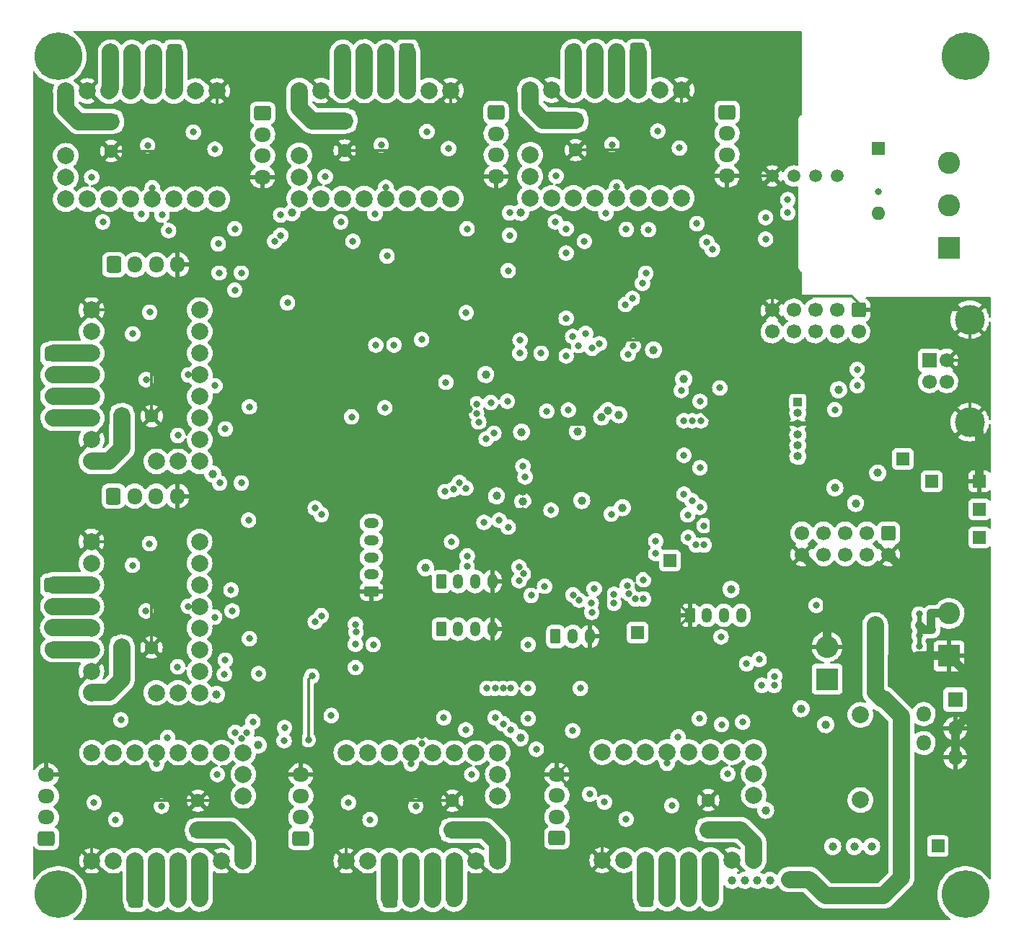
<source format=gbr>
%TF.GenerationSoftware,KiCad,Pcbnew,6.0.5*%
%TF.CreationDate,2022-11-27T13:32:37+03:00*%
%TF.ProjectId,multistepper,6d756c74-6973-4746-9570-7065722e6b69,rev?*%
%TF.SameCoordinates,Original*%
%TF.FileFunction,Copper,L2,Inr*%
%TF.FilePolarity,Positive*%
%FSLAX46Y46*%
G04 Gerber Fmt 4.6, Leading zero omitted, Abs format (unit mm)*
G04 Created by KiCad (PCBNEW 6.0.5) date 2022-11-27 13:32:37*
%MOMM*%
%LPD*%
G01*
G04 APERTURE LIST*
G04 Aperture macros list*
%AMRoundRect*
0 Rectangle with rounded corners*
0 $1 Rounding radius*
0 $2 $3 $4 $5 $6 $7 $8 $9 X,Y pos of 4 corners*
0 Add a 4 corners polygon primitive as box body*
4,1,4,$2,$3,$4,$5,$6,$7,$8,$9,$2,$3,0*
0 Add four circle primitives for the rounded corners*
1,1,$1+$1,$2,$3*
1,1,$1+$1,$4,$5*
1,1,$1+$1,$6,$7*
1,1,$1+$1,$8,$9*
0 Add four rect primitives between the rounded corners*
20,1,$1+$1,$2,$3,$4,$5,0*
20,1,$1+$1,$4,$5,$6,$7,0*
20,1,$1+$1,$6,$7,$8,$9,0*
20,1,$1+$1,$8,$9,$2,$3,0*%
G04 Aperture macros list end*
%TA.AperFunction,ComponentPad*%
%ADD10O,1.700000X1.950000*%
%TD*%
%TA.AperFunction,ComponentPad*%
%ADD11RoundRect,0.250000X0.600000X0.725000X-0.600000X0.725000X-0.600000X-0.725000X0.600000X-0.725000X0*%
%TD*%
%TA.AperFunction,ComponentPad*%
%ADD12R,1.500000X1.500000*%
%TD*%
%TA.AperFunction,ComponentPad*%
%ADD13C,5.600000*%
%TD*%
%TA.AperFunction,ComponentPad*%
%ADD14O,1.950000X1.700000*%
%TD*%
%TA.AperFunction,ComponentPad*%
%ADD15RoundRect,0.250000X-0.725000X0.600000X-0.725000X-0.600000X0.725000X-0.600000X0.725000X0.600000X0*%
%TD*%
%TA.AperFunction,ComponentPad*%
%ADD16O,1.750000X1.200000*%
%TD*%
%TA.AperFunction,ComponentPad*%
%ADD17RoundRect,0.250000X0.625000X-0.350000X0.625000X0.350000X-0.625000X0.350000X-0.625000X-0.350000X0*%
%TD*%
%TA.AperFunction,ComponentPad*%
%ADD18C,1.700000*%
%TD*%
%TA.AperFunction,ComponentPad*%
%ADD19RoundRect,0.250000X-0.600000X0.600000X-0.600000X-0.600000X0.600000X-0.600000X0.600000X0.600000X0*%
%TD*%
%TA.AperFunction,ComponentPad*%
%ADD20RoundRect,0.250000X0.725000X-0.600000X0.725000X0.600000X-0.725000X0.600000X-0.725000X-0.600000X0*%
%TD*%
%TA.AperFunction,ComponentPad*%
%ADD21R,1.600000X1.600000*%
%TD*%
%TA.AperFunction,ComponentPad*%
%ADD22O,1.600000X1.600000*%
%TD*%
%TA.AperFunction,ComponentPad*%
%ADD23C,1.600000*%
%TD*%
%TA.AperFunction,ComponentPad*%
%ADD24O,1.200000X1.750000*%
%TD*%
%TA.AperFunction,ComponentPad*%
%ADD25RoundRect,0.250000X-0.350000X-0.625000X0.350000X-0.625000X0.350000X0.625000X-0.350000X0.625000X0*%
%TD*%
%TA.AperFunction,ComponentPad*%
%ADD26RoundRect,0.250000X-0.600000X-0.725000X0.600000X-0.725000X0.600000X0.725000X-0.600000X0.725000X0*%
%TD*%
%TA.AperFunction,ComponentPad*%
%ADD27C,2.000000*%
%TD*%
%TA.AperFunction,ComponentPad*%
%ADD28C,2.600000*%
%TD*%
%TA.AperFunction,ComponentPad*%
%ADD29R,2.600000X2.600000*%
%TD*%
%TA.AperFunction,ComponentPad*%
%ADD30O,1.000000X1.000000*%
%TD*%
%TA.AperFunction,ComponentPad*%
%ADD31R,1.000000X1.000000*%
%TD*%
%TA.AperFunction,ComponentPad*%
%ADD32C,1.500000*%
%TD*%
%TA.AperFunction,ComponentPad*%
%ADD33O,2.600000X2.600000*%
%TD*%
%TA.AperFunction,ComponentPad*%
%ADD34O,1.800000X1.800000*%
%TD*%
%TA.AperFunction,ComponentPad*%
%ADD35R,1.800000X1.800000*%
%TD*%
%TA.AperFunction,ComponentPad*%
%ADD36C,3.500000*%
%TD*%
%TA.AperFunction,ComponentPad*%
%ADD37R,1.700000X1.700000*%
%TD*%
%TA.AperFunction,ViaPad*%
%ADD38C,0.800000*%
%TD*%
%TA.AperFunction,ViaPad*%
%ADD39C,1.000000*%
%TD*%
%TA.AperFunction,Conductor*%
%ADD40C,0.300000*%
%TD*%
%TA.AperFunction,Conductor*%
%ADD41C,1.000000*%
%TD*%
%TA.AperFunction,Conductor*%
%ADD42C,0.500000*%
%TD*%
%TA.AperFunction,Conductor*%
%ADD43C,2.000000*%
%TD*%
G04 APERTURE END LIST*
D10*
%TO.N,Net-(J15-Pad4)*%
%TO.C,J15*%
X65144000Y-41563654D03*
%TO.N,Net-(J15-Pad3)*%
X67644000Y-41563654D03*
%TO.N,Net-(J15-Pad2)*%
X70144000Y-41563654D03*
D11*
%TO.N,Net-(J15-Pad1)*%
X72644000Y-41563654D03*
%TD*%
D12*
%TO.N,Vio*%
%TO.C,TP8*%
X162255200Y-134823200D03*
%TD*%
D13*
%TO.N,N/C*%
%TO.C,H4*%
X165500000Y-140500000D03*
%TD*%
%TO.N,N/C*%
%TO.C,H3*%
X59000000Y-140500000D03*
%TD*%
%TO.N,N/C*%
%TO.C,H2*%
X165500000Y-42000000D03*
%TD*%
%TO.N,N/C*%
%TO.C,H1*%
X59000000Y-42000000D03*
%TD*%
D11*
%TO.N,Net-(J17-Pad1)*%
%TO.C,J17*%
X99921075Y-41501827D03*
D10*
%TO.N,Net-(J17-Pad2)*%
X97421075Y-41501827D03*
%TO.N,Net-(J17-Pad3)*%
X94921075Y-41501827D03*
%TO.N,Net-(J17-Pad4)*%
X92421075Y-41501827D03*
%TD*%
D14*
%TO.N,Net-(J12-Pad4)*%
%TO.C,J12*%
X58374000Y-84474000D03*
%TO.N,Net-(J12-Pad3)*%
X58374000Y-81974000D03*
%TO.N,Net-(J12-Pad2)*%
X58374000Y-79474000D03*
D15*
%TO.N,Net-(J12-Pad1)*%
X58374000Y-76974000D03*
%TD*%
D16*
%TO.N,Net-(J6-Pad5)*%
%TO.C,J6*%
X95758000Y-96902000D03*
%TO.N,Net-(J6-Pad4)*%
X95758000Y-98902000D03*
%TO.N,Net-(J6-Pad3)*%
X95758000Y-100902000D03*
%TO.N,Net-(J6-Pad2)*%
X95758000Y-102902000D03*
D17*
%TO.N,GND*%
X95758000Y-104902000D03*
%TD*%
D18*
%TO.N,Net-(J2-Pad10)*%
%TO.C,J2*%
X142798800Y-74380700D03*
%TO.N,GND*%
X142798800Y-71840700D03*
%TO.N,Net-(J2-Pad8)*%
X145338800Y-74380700D03*
%TO.N,Net-(J2-Pad7)*%
X145338800Y-71840700D03*
%TO.N,Net-(J2-Pad6)*%
X147878800Y-74380700D03*
%TO.N,Net-(J2-Pad5)*%
X147878800Y-71840700D03*
%TO.N,Net-(J2-Pad4)*%
X150418800Y-74380700D03*
%TO.N,Net-(J2-Pad3)*%
X150418800Y-71840700D03*
%TO.N,Net-(J2-Pad2)*%
X152958800Y-74380700D03*
D19*
%TO.N,GND*%
X152958800Y-71840700D03*
%TD*%
D14*
%TO.N,GND*%
%TO.C,J22*%
X87466000Y-126434000D03*
%TO.N,M5_L1*%
X87466000Y-128934000D03*
%TO.N,M5_L0*%
X87466000Y-131434000D03*
D20*
%TO.N,Net-(J22-Pad1)*%
X87466000Y-133934000D03*
%TD*%
D12*
%TO.N,+5V*%
%TO.C,TP7*%
X161544000Y-91948000D03*
%TD*%
D21*
%TO.N,Net-(R18-Pad1)*%
%TO.C,SW3*%
X155295600Y-52832000D03*
D22*
%TO.N,/CANL*%
X155295600Y-60452000D03*
%TD*%
D23*
%TO.N,GND*%
%TO.C,C24*%
X105246000Y-129478000D03*
D21*
%TO.N,/Motors/Vm*%
X105246000Y-132978000D03*
%TD*%
D24*
%TO.N,GND*%
%TO.C,J5*%
X109934000Y-103733600D03*
%TO.N,ADC3*%
X107934000Y-103733600D03*
%TO.N,ADC2*%
X105934000Y-103733600D03*
D25*
%TO.N,Net-(J4-Pad1)*%
X103934000Y-103733600D03*
%TD*%
D26*
%TO.N,Net-(J11-Pad1)*%
%TO.C,J11*%
X65500000Y-66500000D03*
D10*
%TO.N,M0_L0*%
X68000000Y-66500000D03*
%TO.N,M0_L1*%
X70500000Y-66500000D03*
%TO.N,GND*%
X73000000Y-66500000D03*
%TD*%
D27*
%TO.N,/Motors/stepper_M5/~{ENx}*%
%TO.C,XX5*%
X140640000Y-123774000D03*
%TO.N,/Motors/stepper_M5/MS1*%
X138100000Y-123774000D03*
%TO.N,/Motors/stepper_M5/MS2*%
X135560000Y-123774000D03*
%TO.N,/Motors/stepper_M5/SPR*%
X133020000Y-123774000D03*
%TO.N,/Motors/stepper_M5/U*%
X130480000Y-123774000D03*
%TO.N,/Motors/stepper_M5/CLK*%
X127940000Y-123774000D03*
%TO.N,/Motors/stepper_M5/STEPx*%
X125400000Y-123774000D03*
%TO.N,/Motors/stepper_M5/DIRx*%
X122860000Y-123774000D03*
%TO.N,GND*%
X122860000Y-136474000D03*
%TO.N,Vio*%
X125400000Y-136474000D03*
%TO.N,Net-(J21-Pad1)*%
X127940000Y-136474000D03*
%TO.N,Net-(J21-Pad2)*%
X130480000Y-136474000D03*
%TO.N,Net-(J21-Pad3)*%
X133020000Y-136474000D03*
%TO.N,Net-(J21-Pad4)*%
X135560000Y-136474000D03*
%TO.N,GND*%
X138100000Y-136474000D03*
%TO.N,/Motors/Vm*%
X140640000Y-136474000D03*
%TO.N,/Motors/DIAG4*%
X140640000Y-126314000D03*
%TO.N,unconnected-(XX5-Pad18)*%
X140640000Y-128854000D03*
%TD*%
D24*
%TO.N,GND*%
%TO.C,J13*%
X121380000Y-110194000D03*
%TO.N,Net-(J13-Pad2)*%
X119380000Y-110194000D03*
D25*
%TO.N,Net-(J13-Pad1)*%
X117380000Y-110194000D03*
%TD*%
D27*
%TO.N,/Motors/stepper_M8/~{ENx}*%
%TO.C,XX8*%
X75572000Y-116801600D03*
%TO.N,/Motors/stepper_M8/MS1*%
X75572000Y-114261600D03*
%TO.N,/Motors/stepper_M8/MS2*%
X75572000Y-111721600D03*
%TO.N,/Motors/stepper_M8/SPR*%
X75572000Y-109181600D03*
%TO.N,/Motors/stepper_M8/U*%
X75572000Y-106641600D03*
%TO.N,/Motors/stepper_M8/CLK*%
X75572000Y-104101600D03*
%TO.N,/Motors/stepper_M8/STEPx*%
X75572000Y-101561600D03*
%TO.N,/Motors/stepper_M8/DIRx*%
X75572000Y-99021600D03*
%TO.N,GND*%
X62872000Y-99021600D03*
%TO.N,Vio*%
X62872000Y-101561600D03*
%TO.N,Net-(J27-Pad1)*%
X62872000Y-104101600D03*
%TO.N,Net-(J27-Pad2)*%
X62872000Y-106641600D03*
%TO.N,Net-(J27-Pad3)*%
X62872000Y-109181600D03*
%TO.N,Net-(J27-Pad4)*%
X62872000Y-111721600D03*
%TO.N,GND*%
X62872000Y-114261600D03*
%TO.N,/Motors/Vm*%
X62872000Y-116801600D03*
%TO.N,/Motors/DIAG7*%
X73032000Y-116801600D03*
%TO.N,unconnected-(XX8-Pad18)*%
X70492000Y-116801600D03*
%TD*%
%TO.N,unconnected-(XX3-Pad18)*%
%TO.C,XX3*%
X87281075Y-53647827D03*
%TO.N,/Motors/DIAG2*%
X87281075Y-56187827D03*
%TO.N,/Motors/Vm*%
X87281075Y-46027827D03*
%TO.N,GND*%
X89821075Y-46027827D03*
%TO.N,Net-(J17-Pad4)*%
X92361075Y-46027827D03*
%TO.N,Net-(J17-Pad3)*%
X94901075Y-46027827D03*
%TO.N,Net-(J17-Pad2)*%
X97441075Y-46027827D03*
%TO.N,Net-(J17-Pad1)*%
X99981075Y-46027827D03*
%TO.N,Vio*%
X102521075Y-46027827D03*
%TO.N,GND*%
X105061075Y-46027827D03*
%TO.N,/Motors/stepper_M3/DIRx*%
X105061075Y-58727827D03*
%TO.N,/Motors/stepper_M3/STEPx*%
X102521075Y-58727827D03*
%TO.N,/Motors/stepper_M3/CLK*%
X99981075Y-58727827D03*
%TO.N,/Motors/stepper_M3/U*%
X97441075Y-58727827D03*
%TO.N,/Motors/stepper_M3/SPR*%
X94901075Y-58727827D03*
%TO.N,/Motors/stepper_M3/MS2*%
X92361075Y-58727827D03*
%TO.N,/Motors/stepper_M3/MS1*%
X89821075Y-58727827D03*
%TO.N,/Motors/stepper_M3/~{ENx}*%
X87281075Y-58727827D03*
%TD*%
D28*
%TO.N,Net-(J10-Pad2)*%
%TO.C,J10*%
X163576000Y-107482000D03*
D29*
%TO.N,GND*%
X163576000Y-112482000D03*
%TD*%
D18*
%TO.N,GND*%
%TO.C,J3*%
X146304000Y-100584000D03*
%TO.N,Net-(J3-Pad9)*%
X146304000Y-98044000D03*
%TO.N,Net-(J3-Pad8)*%
X148844000Y-100584000D03*
%TO.N,Net-(J3-Pad7)*%
X148844000Y-98044000D03*
%TO.N,Net-(J3-Pad6)*%
X151384000Y-100584000D03*
%TO.N,Net-(J3-Pad5)*%
X151384000Y-98044000D03*
%TO.N,Net-(J3-Pad4)*%
X153924000Y-100584000D03*
%TO.N,Net-(J3-Pad3)*%
X153924000Y-98044000D03*
%TO.N,GND*%
X156464000Y-100584000D03*
D19*
%TO.N,Net-(J3-Pad1)*%
X156464000Y-98044000D03*
%TD*%
D12*
%TO.N,GND*%
%TO.C,TP3*%
X167132000Y-91948000D03*
%TD*%
D30*
%TO.N,/MCU base/NRST*%
%TO.C,J1*%
X145821000Y-89027000D03*
%TO.N,/MCU base/BOOT0*%
X145821000Y-87757000D03*
%TO.N,Net-(J1-Pad4)*%
X145821000Y-86487000D03*
%TO.N,GND*%
X145821000Y-85217000D03*
%TO.N,/MCU base/SWDIO*%
X145821000Y-83947000D03*
D31*
%TO.N,/MCU base/SWCLK*%
X145821000Y-82677000D03*
%TD*%
D20*
%TO.N,Net-(J24-Pad1)*%
%TO.C,J24*%
X57604925Y-133934000D03*
D14*
%TO.N,M6_L0*%
X57604925Y-131434000D03*
%TO.N,M6_L1*%
X57604925Y-128934000D03*
%TO.N,GND*%
X57604925Y-126434000D03*
%TD*%
D21*
%TO.N,/Motors/Vm*%
%TO.C,C23*%
X135306000Y-132918000D03*
D23*
%TO.N,GND*%
X135306000Y-129418000D03*
%TD*%
D11*
%TO.N,Net-(J19-Pad1)*%
%TO.C,J19*%
X127026450Y-41440000D03*
D10*
%TO.N,Net-(J19-Pad2)*%
X124526450Y-41440000D03*
%TO.N,Net-(J19-Pad3)*%
X122026450Y-41440000D03*
%TO.N,Net-(J19-Pad4)*%
X119526450Y-41440000D03*
%TD*%
D12*
%TO.N,Vdrive*%
%TO.C,TP2*%
X167132000Y-95250000D03*
%TD*%
D15*
%TO.N,Net-(J14-Pad1)*%
%TO.C,J14*%
X82974000Y-48689654D03*
D14*
%TO.N,M1_L0*%
X82974000Y-51189654D03*
%TO.N,M1_L1*%
X82974000Y-53689654D03*
%TO.N,GND*%
X82974000Y-56189654D03*
%TD*%
D26*
%TO.N,Net-(J23-Pad1)*%
%TO.C,J23*%
X97940000Y-141060000D03*
D10*
%TO.N,Net-(J23-Pad2)*%
X100440000Y-141060000D03*
%TO.N,Net-(J23-Pad3)*%
X102940000Y-141060000D03*
%TO.N,Net-(J23-Pad4)*%
X105440000Y-141060000D03*
%TD*%
%TO.N,Net-(J25-Pad4)*%
%TO.C,J25*%
X75578925Y-141060000D03*
%TO.N,Net-(J25-Pad3)*%
X73078925Y-141060000D03*
%TO.N,Net-(J25-Pad2)*%
X70578925Y-141060000D03*
D26*
%TO.N,Net-(J25-Pad1)*%
X68078925Y-141060000D03*
%TD*%
D27*
%TO.N,unconnected-(XX4-Pad18)*%
%TO.C,XX4*%
X114386450Y-53586000D03*
%TO.N,/Motors/DIAG3*%
X114386450Y-56126000D03*
%TO.N,/Motors/Vm*%
X114386450Y-45966000D03*
%TO.N,GND*%
X116926450Y-45966000D03*
%TO.N,Net-(J19-Pad4)*%
X119466450Y-45966000D03*
%TO.N,Net-(J19-Pad3)*%
X122006450Y-45966000D03*
%TO.N,Net-(J19-Pad2)*%
X124546450Y-45966000D03*
%TO.N,Net-(J19-Pad1)*%
X127086450Y-45966000D03*
%TO.N,Vio*%
X129626450Y-45966000D03*
%TO.N,GND*%
X132166450Y-45966000D03*
%TO.N,/Motors/stepper_M4/DIRx*%
X132166450Y-58666000D03*
%TO.N,/Motors/stepper_M4/STEPx*%
X129626450Y-58666000D03*
%TO.N,/Motors/stepper_M4/CLK*%
X127086450Y-58666000D03*
%TO.N,/Motors/stepper_M4/U*%
X124546450Y-58666000D03*
%TO.N,/Motors/stepper_M4/SPR*%
X122006450Y-58666000D03*
%TO.N,/Motors/stepper_M4/MS2*%
X119466450Y-58666000D03*
%TO.N,/Motors/stepper_M4/MS1*%
X116926450Y-58666000D03*
%TO.N,/Motors/stepper_M4/~{ENx}*%
X114386450Y-58666000D03*
%TD*%
D10*
%TO.N,Net-(J21-Pad4)*%
%TO.C,J21*%
X135500000Y-141000000D03*
%TO.N,Net-(J21-Pad3)*%
X133000000Y-141000000D03*
%TO.N,Net-(J21-Pad2)*%
X130500000Y-141000000D03*
D26*
%TO.N,Net-(J21-Pad1)*%
X128000000Y-141000000D03*
%TD*%
D23*
%TO.N,GND*%
%TO.C,C21*%
X92615075Y-53083827D03*
D21*
%TO.N,/Motors/Vm*%
X92615075Y-49583827D03*
%TD*%
D23*
%TO.N,GND*%
%TO.C,C22*%
X119720450Y-53022000D03*
D21*
%TO.N,/Motors/Vm*%
X119720450Y-49522000D03*
%TD*%
D14*
%TO.N,GND*%
%TO.C,J18*%
X137500450Y-56066000D03*
%TO.N,M3_L1*%
X137500450Y-53566000D03*
%TO.N,M3_L0*%
X137500450Y-51066000D03*
D15*
%TO.N,Net-(J18-Pad1)*%
X137500450Y-48566000D03*
%TD*%
D32*
%TO.N,Net-(C11-Pad1)*%
%TO.C,Q1*%
X150418800Y-56083200D03*
%TO.N,Earth*%
X147878800Y-56083200D03*
%TO.N,Net-(C10-Pad1)*%
X145338800Y-56083200D03*
%TO.N,GND*%
X142798800Y-56083200D03*
%TD*%
D27*
%TO.N,unconnected-(XX6-Pad18)*%
%TO.C,XX6*%
X110580000Y-128914000D03*
%TO.N,/Motors/DIAG5*%
X110580000Y-126374000D03*
%TO.N,/Motors/Vm*%
X110580000Y-136534000D03*
%TO.N,GND*%
X108040000Y-136534000D03*
%TO.N,Net-(J23-Pad4)*%
X105500000Y-136534000D03*
%TO.N,Net-(J23-Pad3)*%
X102960000Y-136534000D03*
%TO.N,Net-(J23-Pad2)*%
X100420000Y-136534000D03*
%TO.N,Net-(J23-Pad1)*%
X97880000Y-136534000D03*
%TO.N,Vio*%
X95340000Y-136534000D03*
%TO.N,GND*%
X92800000Y-136534000D03*
%TO.N,/Motors/stepper_M6/DIRx*%
X92800000Y-123834000D03*
%TO.N,/Motors/stepper_M6/STEPx*%
X95340000Y-123834000D03*
%TO.N,/Motors/stepper_M6/CLK*%
X97880000Y-123834000D03*
%TO.N,/Motors/stepper_M6/U*%
X100420000Y-123834000D03*
%TO.N,/Motors/stepper_M6/SPR*%
X102960000Y-123834000D03*
%TO.N,/Motors/stepper_M6/MS2*%
X105500000Y-123834000D03*
%TO.N,/Motors/stepper_M6/MS1*%
X108040000Y-123834000D03*
%TO.N,/Motors/stepper_M6/~{ENx}*%
X110580000Y-123834000D03*
%TD*%
D33*
%TO.N,GND*%
%TO.C,D26*%
X149250400Y-111384400D03*
D29*
%TO.N,Net-(D26-Pad1)*%
X149250400Y-115194400D03*
%TD*%
D12*
%TO.N,+3.3VADC*%
%TO.C,TP6*%
X127000000Y-109728000D03*
%TD*%
D21*
%TO.N,/Motors/Vm*%
%TO.C,C19*%
X66456000Y-84280000D03*
D23*
%TO.N,GND*%
X69956000Y-84280000D03*
%TD*%
D34*
%TO.N,GND*%
%TO.C,U5*%
X164287200Y-124402000D03*
%TO.N,Net-(C17-Pad1)*%
X160587200Y-122702000D03*
%TO.N,GND*%
X164287200Y-121002000D03*
%TO.N,Net-(D26-Pad1)*%
X160587200Y-119302000D03*
D35*
%TO.N,Vdrive*%
X164287200Y-117602000D03*
%TD*%
D14*
%TO.N,Net-(J27-Pad4)*%
%TO.C,J27*%
X58346000Y-111661600D03*
%TO.N,Net-(J27-Pad3)*%
X58346000Y-109161600D03*
%TO.N,Net-(J27-Pad2)*%
X58346000Y-106661600D03*
D15*
%TO.N,Net-(J27-Pad1)*%
X58346000Y-104161600D03*
%TD*%
D24*
%TO.N,Net-(J7-Pad4)*%
%TO.C,J7*%
X139144000Y-107704800D03*
%TO.N,Net-(J7-Pad3)*%
X137144000Y-107704800D03*
%TO.N,Net-(J7-Pad2)*%
X135144000Y-107704800D03*
D25*
%TO.N,GND*%
X133144000Y-107704800D03*
%TD*%
D12*
%TO.N,Net-(C17-Pad1)*%
%TO.C,TP4*%
X167132000Y-98552000D03*
%TD*%
D27*
%TO.N,Net-(C17-Pad1)*%
%TO.C,L1*%
X153162000Y-129409200D03*
%TO.N,Net-(D26-Pad1)*%
X153162000Y-119409200D03*
%TD*%
D21*
%TO.N,/Motors/Vm*%
%TO.C,C20*%
X65194000Y-49645654D03*
D23*
%TO.N,GND*%
X65194000Y-53145654D03*
%TD*%
D27*
%TO.N,/Motors/stepper_M2/~{ENx}*%
%TO.C,XX2*%
X59860000Y-58789654D03*
%TO.N,/Motors/stepper_M2/MS1*%
X62400000Y-58789654D03*
%TO.N,/Motors/stepper_M2/MS2*%
X64940000Y-58789654D03*
%TO.N,/Motors/stepper_M2/SPR*%
X67480000Y-58789654D03*
%TO.N,/Motors/stepper_M2/U*%
X70020000Y-58789654D03*
%TO.N,/Motors/stepper_M2/CLK*%
X72560000Y-58789654D03*
%TO.N,/Motors/stepper_M2/STEPx*%
X75100000Y-58789654D03*
%TO.N,/Motors/stepper_M2/DIRx*%
X77640000Y-58789654D03*
%TO.N,GND*%
X77640000Y-46089654D03*
%TO.N,Vio*%
X75100000Y-46089654D03*
%TO.N,Net-(J15-Pad1)*%
X72560000Y-46089654D03*
%TO.N,Net-(J15-Pad2)*%
X70020000Y-46089654D03*
%TO.N,Net-(J15-Pad3)*%
X67480000Y-46089654D03*
%TO.N,Net-(J15-Pad4)*%
X64940000Y-46089654D03*
%TO.N,GND*%
X62400000Y-46089654D03*
%TO.N,/Motors/Vm*%
X59860000Y-46089654D03*
%TO.N,/Motors/DIAG1*%
X59860000Y-56249654D03*
%TO.N,unconnected-(XX2-Pad18)*%
X59860000Y-53709654D03*
%TD*%
D29*
%TO.N,/CANL*%
%TO.C,J9*%
X163576000Y-64516000D03*
D28*
%TO.N,Earth*%
X163576000Y-59516000D03*
%TO.N,/CANH*%
X163576000Y-54516000D03*
%TD*%
D21*
%TO.N,/Motors/Vm*%
%TO.C,C25*%
X75384925Y-132978000D03*
D23*
%TO.N,GND*%
X75384925Y-129478000D03*
%TD*%
D27*
%TO.N,/Motors/stepper_M7/~{ENx}*%
%TO.C,XX7*%
X80718925Y-123834000D03*
%TO.N,/Motors/stepper_M7/MS1*%
X78178925Y-123834000D03*
%TO.N,/Motors/stepper_M7/MS2*%
X75638925Y-123834000D03*
%TO.N,/Motors/stepper_M7/SPR*%
X73098925Y-123834000D03*
%TO.N,/Motors/stepper_M7/U*%
X70558925Y-123834000D03*
%TO.N,/Motors/stepper_M7/CLK*%
X68018925Y-123834000D03*
%TO.N,/Motors/stepper_M7/STEPx*%
X65478925Y-123834000D03*
%TO.N,/Motors/stepper_M7/DIRx*%
X62938925Y-123834000D03*
%TO.N,GND*%
X62938925Y-136534000D03*
%TO.N,Vio*%
X65478925Y-136534000D03*
%TO.N,Net-(J25-Pad1)*%
X68018925Y-136534000D03*
%TO.N,Net-(J25-Pad2)*%
X70558925Y-136534000D03*
%TO.N,Net-(J25-Pad3)*%
X73098925Y-136534000D03*
%TO.N,Net-(J25-Pad4)*%
X75638925Y-136534000D03*
%TO.N,GND*%
X78178925Y-136534000D03*
%TO.N,/Motors/Vm*%
X80718925Y-136534000D03*
%TO.N,/Motors/DIAG6*%
X80718925Y-126374000D03*
%TO.N,unconnected-(XX7-Pad18)*%
X80718925Y-128914000D03*
%TD*%
D26*
%TO.N,Net-(J26-Pad1)*%
%TO.C,J26*%
X65472000Y-93687600D03*
D10*
%TO.N,M7_L0*%
X67972000Y-93687600D03*
%TO.N,M7_L1*%
X70472000Y-93687600D03*
%TO.N,GND*%
X72972000Y-93687600D03*
%TD*%
D24*
%TO.N,GND*%
%TO.C,J4*%
X109934000Y-109321600D03*
%TO.N,ADC1*%
X107934000Y-109321600D03*
%TO.N,ADC0*%
X105934000Y-109321600D03*
D25*
%TO.N,Net-(J4-Pad1)*%
X103934000Y-109321600D03*
%TD*%
D20*
%TO.N,Net-(J20-Pad1)*%
%TO.C,J20*%
X117526000Y-133874000D03*
D14*
%TO.N,M4_L0*%
X117526000Y-131374000D03*
%TO.N,M4_L1*%
X117526000Y-128874000D03*
%TO.N,GND*%
X117526000Y-126374000D03*
%TD*%
%TO.N,GND*%
%TO.C,J16*%
X110395075Y-56127827D03*
%TO.N,M2_L1*%
X110395075Y-53627827D03*
%TO.N,M2_L0*%
X110395075Y-51127827D03*
D15*
%TO.N,Net-(J16-Pad1)*%
X110395075Y-48627827D03*
%TD*%
D12*
%TO.N,+3V3*%
%TO.C,TP5*%
X130810000Y-101244400D03*
%TD*%
D21*
%TO.N,/Motors/Vm*%
%TO.C,C26*%
X66428000Y-111467600D03*
D23*
%TO.N,GND*%
X69928000Y-111467600D03*
%TD*%
D27*
%TO.N,/Motors/stepper_M1/~{ENx}*%
%TO.C,XX1*%
X75600000Y-89614000D03*
%TO.N,/Motors/stepper_M1/MS1*%
X75600000Y-87074000D03*
%TO.N,/Motors/stepper_M1/MS2*%
X75600000Y-84534000D03*
%TO.N,/Motors/stepper_M1/SPR*%
X75600000Y-81994000D03*
%TO.N,/Motors/stepper_M1/U*%
X75600000Y-79454000D03*
%TO.N,/Motors/stepper_M1/CLK*%
X75600000Y-76914000D03*
%TO.N,/Motors/stepper_M1/STEPx*%
X75600000Y-74374000D03*
%TO.N,/Motors/stepper_M1/DIRx*%
X75600000Y-71834000D03*
%TO.N,GND*%
X62900000Y-71834000D03*
%TO.N,Vio*%
X62900000Y-74374000D03*
%TO.N,Net-(J12-Pad1)*%
X62900000Y-76914000D03*
%TO.N,Net-(J12-Pad2)*%
X62900000Y-79454000D03*
%TO.N,Net-(J12-Pad3)*%
X62900000Y-81994000D03*
%TO.N,Net-(J12-Pad4)*%
X62900000Y-84534000D03*
%TO.N,GND*%
X62900000Y-87074000D03*
%TO.N,/Motors/Vm*%
X62900000Y-89614000D03*
%TO.N,/Motors/DIAG0*%
X73060000Y-89614000D03*
%TO.N,unconnected-(XX1-Pad18)*%
X70520000Y-89614000D03*
%TD*%
D36*
%TO.N,GND*%
%TO.C,J8*%
X166000000Y-85000000D03*
X166000000Y-72960000D03*
D18*
X163290000Y-77730000D03*
%TO.N,Net-(J8-Pad3)*%
X163290000Y-80230000D03*
%TO.N,Net-(J8-Pad2)*%
X161290000Y-80230000D03*
D37*
%TO.N,/VB*%
X161290000Y-77730000D03*
%TD*%
D12*
%TO.N,Net-(D22-Pad1)*%
%TO.C,TP1*%
X158167500Y-89348000D03*
%TD*%
D38*
%TO.N,M3_L0*%
X127965200Y-67513200D03*
%TO.N,GND*%
X133756400Y-78699500D03*
X121412000Y-121909100D03*
X101650800Y-121818400D03*
X86664800Y-119278400D03*
X86715600Y-109321600D03*
X127457200Y-65328800D03*
X125120400Y-65887600D03*
X121056400Y-68427600D03*
X99669600Y-72034400D03*
X89458800Y-64871600D03*
X88493600Y-74930000D03*
X77978000Y-56184800D03*
%TO.N,/Motors/DIAG3*%
X111810800Y-67208400D03*
%TO.N,M3_STEP*%
X128270000Y-62382400D03*
X125670450Y-62360000D03*
D39*
%TO.N,+5V*%
X122783600Y-84378800D03*
%TO.N,GND*%
X157276800Y-77012800D03*
%TO.N,+3V3*%
X150600000Y-81200000D03*
D38*
%TO.N,M4_DIR*%
X143052800Y-115925600D03*
X141579600Y-115925600D03*
D39*
%TO.N,+3V3*%
X152603200Y-94538800D03*
%TO.N,Vio*%
X142036800Y-130606800D03*
X113233200Y-122123200D03*
X82448400Y-122936000D03*
X77571600Y-116992400D03*
X77114400Y-91084400D03*
X86410800Y-60401200D03*
X113284000Y-60350400D03*
%TO.N,/Motors/Vm*%
X138074400Y-138836400D03*
%TO.N,Vdrive*%
X149088128Y-140655328D03*
%TO.N,Vio*%
X154482800Y-134874000D03*
X152450000Y-134874000D03*
X149910800Y-134874000D03*
%TO.N,GND*%
X149910800Y-137749000D03*
X152450000Y-137174000D03*
X150063200Y-130860800D03*
%TO.N,Vdrive*%
X147167600Y-138734800D03*
X145999200Y-138734800D03*
X144743000Y-138836400D03*
%TO.N,/Motors/Vm*%
X139598400Y-138836400D03*
X141020800Y-138836400D03*
X142544800Y-138836400D03*
D38*
%TO.N,Vdrive*%
X154889200Y-112268000D03*
%TO.N,M5_DIR*%
X139801600Y-113385600D03*
X141274800Y-112877600D03*
%TO.N,/Motors/DIAG4*%
X114147600Y-119848100D03*
X95961200Y-111150400D03*
X114147600Y-116281200D03*
X114147600Y-111150400D03*
%TO.N,/Motors/USART4-7*%
X91033600Y-119481600D03*
%TO.N,M6_STEP*%
X93878400Y-111099600D03*
X93882532Y-113842800D03*
%TO.N,M4_L1*%
X121361200Y-128727200D03*
%TO.N,M4_L0*%
X119380000Y-121259600D03*
X143103600Y-114858800D03*
%TO.N,ADC4*%
X147980400Y-106527600D03*
X121617266Y-107342466D03*
%TO.N,M6_L0*%
X121909100Y-104597200D03*
X124216900Y-105237706D03*
X126746000Y-105785500D03*
%TO.N,M6_L1*%
X124216900Y-106273600D03*
X127696000Y-105785500D03*
X121564400Y-106273600D03*
%TO.N,/Motors/SCK*%
X81838800Y-120192800D03*
%TO.N,/Motors/MISO*%
X81127600Y-121462800D03*
X79756000Y-121462800D03*
%TO.N,/Motors/DIAG6*%
X88773000Y-114833400D03*
X88341200Y-122326400D03*
%TO.N,/Motors/MOSI*%
X80467200Y-122174000D03*
%TO.N,/Motors/USART4-7*%
X120294400Y-116281200D03*
%TO.N,/Motors/DIAG4*%
X139344400Y-120243600D03*
%TO.N,/Motors/DIAG6*%
X93929200Y-109677200D03*
%TO.N,/Motors/DIAG4*%
X98399600Y-75931500D03*
X96266000Y-75946000D03*
%TO.N,M7_L0*%
X89865200Y-95859600D03*
X89865200Y-107746800D03*
%TO.N,M7_L1*%
X89154000Y-108458000D03*
X89154000Y-95097600D03*
%TO.N,/Motors/DIAG0*%
X93421200Y-84378800D03*
%TO.N,/Motors/DIAG5*%
X109321600Y-116281200D03*
%TO.N,/Motors/DIAG3*%
X104495600Y-80314800D03*
X106881134Y-72138066D03*
%TO.N,/Motors/DIAG7*%
X93878400Y-108762800D03*
%TO.N,M7_DIR*%
X79400400Y-107188000D03*
X79266000Y-104717600D03*
%TO.N,ADC0*%
X107004000Y-100722000D03*
%TO.N,M0_L0*%
X109220000Y-86969600D03*
%TO.N,M0_L1*%
X110134400Y-86309200D03*
%TO.N,/Motors/DIAG1*%
X85902800Y-70967600D03*
%TO.N,M1_DIR*%
X77774800Y-64047900D03*
X71944000Y-62483654D03*
%TO.N,/Motors/MISO*%
X77876400Y-67462400D03*
X80467200Y-67462400D03*
%TO.N,/Motors/stepper_M2/STEPx*%
X71170800Y-60655200D03*
%TO.N,M1_L0*%
X113182400Y-76911200D03*
X113205734Y-75363866D03*
%TO.N,/Motors/DIAG2*%
X97586800Y-65481200D03*
%TO.N,/Motors/MOSI*%
X113095200Y-103625600D03*
%TO.N,/Motors/MISO*%
X113588800Y-102819200D03*
%TO.N,/Motors/MOSI*%
X112115600Y-116281200D03*
X112115600Y-121158000D03*
%TO.N,/Motors/MISO*%
X111201200Y-116281200D03*
%TO.N,/Motors/SCK*%
X113095200Y-102025600D03*
X110286800Y-116281200D03*
X110286800Y-119735600D03*
%TO.N,Vio*%
X101650800Y-75285600D03*
%TO.N,/Motors/MOSI*%
X92151200Y-61468000D03*
%TO.N,/Motors/USART4-7*%
X78486000Y-114604800D03*
X82499200Y-114554000D03*
X66344800Y-119989600D03*
X81330800Y-96520000D03*
%TO.N,/Motors/MISO*%
X85090000Y-60655200D03*
X85090000Y-63042800D03*
X111963200Y-60401200D03*
X111963200Y-63042800D03*
D39*
%TO.N,/MCU base/SWCLK*%
X132425423Y-79925423D03*
X128879600Y-76504800D03*
D38*
%TO.N,/Motors/SCK*%
X69475101Y-52496154D03*
X84378800Y-63754000D03*
%TO.N,/Motors/MOSI*%
X64211200Y-61468000D03*
X78587600Y-85801200D03*
X78587600Y-112979200D03*
X106832400Y-121158000D03*
X136855200Y-120548400D03*
%TO.N,/Motors/MISO*%
X115112800Y-123444000D03*
X111201200Y-120446800D03*
X85496400Y-122428000D03*
X85547200Y-120904000D03*
X77927200Y-92151200D03*
X80467200Y-92151200D03*
%TO.N,/Motors/MOSI*%
X117348000Y-61468000D03*
%TO.N,/Motors/SCK*%
X134264400Y-119837200D03*
X131024899Y-130067500D03*
X71103824Y-130127500D03*
X69278500Y-107186499D03*
X81432400Y-110439200D03*
X69306500Y-79998899D03*
X81432400Y-83210400D03*
X96896176Y-52434327D03*
X93573600Y-63754000D03*
X124001551Y-52372500D03*
X104241600Y-119735600D03*
X120751600Y-63754000D03*
X100964899Y-130127500D03*
%TO.N,/Motors/USART0-3*%
X118618000Y-62280800D03*
X118618000Y-65125600D03*
X118618000Y-72796400D03*
X79705200Y-69494400D03*
X79705200Y-62280800D03*
X106984800Y-62280800D03*
X133959600Y-61671200D03*
%TO.N,M3_L1*%
X127579800Y-68681600D03*
X135788400Y-64719200D03*
%TO.N,M3_L0*%
X135128000Y-63855600D03*
%TO.N,M3_L1*%
X125882400Y-77012800D03*
%TO.N,M3_L0*%
X126492000Y-76036700D03*
D39*
%TO.N,GND*%
X94488000Y-93472000D03*
D38*
X114401600Y-84328000D03*
D39*
X127863600Y-75285600D03*
D38*
X142033000Y-66040000D03*
D39*
X113538000Y-95504000D03*
X116332000Y-72440800D03*
X135585200Y-87426800D03*
D38*
X161086800Y-114503200D03*
X130454400Y-112369600D03*
D39*
X126136400Y-101193600D03*
X135940800Y-98196400D03*
X107137200Y-83515200D03*
X130810000Y-99364800D03*
X123734800Y-86868000D03*
X159004000Y-114503200D03*
X118922800Y-89306400D03*
X113538000Y-93116400D03*
X133578600Y-80975200D03*
X99110800Y-89357200D03*
D38*
%TO.N,/MCU base/NRST*%
X113538000Y-90170000D03*
X97332800Y-83312000D03*
%TO.N,/MCU base/BOOT0*%
X116332000Y-83718400D03*
X150164800Y-83548000D03*
%TO.N,+3V3*%
X129133600Y-98958400D03*
X129133600Y-100431600D03*
%TO.N,/MCU base/BTN0*%
X134432006Y-84836000D03*
%TO.N,/MCU base/BTN1*%
X133432503Y-84836000D03*
X136652000Y-80975189D03*
%TO.N,/MCU base/BTN2_SDA*%
X132433000Y-84836000D03*
%TO.N,/MCU base/SWDIO*%
X134333000Y-82561000D03*
%TO.N,/MCU base/BTN3_SCL*%
X132130800Y-81280000D03*
%TO.N,M4_L0*%
X132435600Y-88900000D03*
%TO.N,M4_L1*%
X134333000Y-90361500D03*
%TO.N,/MCU base/BTN4*%
X122508007Y-75782947D03*
%TO.N,/MCU base/BTN5*%
X121666000Y-76327000D03*
%TO.N,/MCU base/BTN6*%
X120904000Y-74574400D03*
%TO.N,M2_L1*%
X120079500Y-75996800D03*
%TO.N,M2_L0*%
X119380000Y-74930000D03*
%TO.N,M1_L1*%
X115671600Y-76911200D03*
%TO.N,/MCU base/SCRN_DCRS*%
X134808000Y-99435500D03*
%TO.N,/MCU base/SCRN_SCK*%
X133858000Y-99435500D03*
%TO.N,/MCU base/SCRN_MISO*%
X132943600Y-98552000D03*
%TO.N,/MCU base/SCRN_MOSI*%
X134808000Y-97160500D03*
%TO.N,/MCU base/SCRN_RST*%
X132892800Y-95910400D03*
%TO.N,/MCU base/SCRN_CS*%
X134315200Y-94996000D03*
%TO.N,M5_L1*%
X133400800Y-94234000D03*
%TO.N,M5_L0*%
X132435600Y-93472000D03*
%TO.N,/MCU base/A0*%
X105156000Y-99060000D03*
%TO.N,/MCU base/A1*%
X108966000Y-96774000D03*
%TO.N,/MCU base/A2*%
X110744000Y-96520000D03*
%TO.N,/MCU base/A3*%
X111815000Y-97337000D03*
%TO.N,/MCU base/A4*%
X116840000Y-95331600D03*
%TO.N,/MCU base/A5*%
X113792000Y-91440000D03*
%TO.N,/MCU base/Diagn*%
X111709200Y-82550000D03*
%TO.N,+5V*%
X144627600Y-60401200D03*
X136804400Y-110236000D03*
D39*
X146202400Y-118668800D03*
X149098000Y-120548400D03*
X137972800Y-104648000D03*
X155197900Y-90973600D03*
X120446800Y-94202100D03*
X123494800Y-83667600D03*
D38*
%TO.N,Vdrive*%
X154905000Y-111379000D03*
X154905000Y-110109000D03*
X154905000Y-108839000D03*
%TO.N,ADC1*%
X106982978Y-101953778D03*
%TO.N,MUL0*%
X109778800Y-82702400D03*
%TO.N,MUL1*%
X108102400Y-82854800D03*
%TO.N,MUL2*%
X108102400Y-83972400D03*
%TO.N,MUL_EN*%
X108356400Y-84988400D03*
D39*
%TO.N,+3.3VADC*%
X110439200Y-93675200D03*
D38*
%TO.N,USART3_TX*%
X123901200Y-95808800D03*
%TO.N,USB_DM*%
X152786500Y-80712000D03*
%TO.N,USB_DP*%
X152786500Y-78812000D03*
%TO.N,CAN_RX*%
X125577600Y-71170800D03*
X142033000Y-60960000D03*
%TO.N,CAN_TX*%
X126390400Y-70459600D03*
X142033000Y-63500000D03*
%TO.N,USART2_TX*%
X118872000Y-83566000D03*
%TO.N,Net-(C10-Pad1)*%
X144627600Y-58864700D03*
%TO.N,/MCU base/MOT_MUL0*%
X104394000Y-93167200D03*
%TO.N,/MCU base/MOT_MUL1*%
X105359802Y-92889531D03*
%TO.N,/MCU base/MOT_MUL2*%
X106070400Y-92100400D03*
%TO.N,/MCU base/MOT_MUL_EN*%
X106832400Y-92760800D03*
%TO.N,/MCU base/OUT1*%
X125780800Y-104241600D03*
%TO.N,/MCU base/OUT0*%
X127696000Y-103510500D03*
%TO.N,/MCU base/OUT2*%
X125964204Y-105122384D03*
%TO.N,/CANH*%
X155295600Y-57938000D03*
D39*
%TO.N,Net-(J10-Pad2)*%
X161544000Y-109423200D03*
X161482400Y-107482000D03*
D38*
X160055000Y-107569000D03*
X160070800Y-110083600D03*
X160070800Y-108864400D03*
X160070800Y-111353600D03*
%TO.N,/Motors/USART0-3*%
X118618000Y-77216000D03*
X131912450Y-52792000D03*
X77386000Y-52915654D03*
X69726000Y-72088000D03*
X104807075Y-52853827D03*
%TO.N,/Motors/MOSI*%
X77670925Y-126406000D03*
X90329075Y-56155827D03*
X62908000Y-56217654D03*
X73028000Y-86566000D03*
X117434450Y-56094000D03*
X107532000Y-126406000D03*
X73000000Y-113753600D03*
X137592000Y-126346000D03*
%TO.N,/Motors/USART4-7*%
X123114000Y-129648000D03*
X93054000Y-129708000D03*
X63192925Y-129708000D03*
X69698000Y-99275600D03*
%TO.N,/Motors/stepper_M1/U*%
X74279200Y-79454000D03*
X67726000Y-74628000D03*
%TO.N,/Motors/stepper_M1/~{ENx}*%
X77378000Y-80724000D03*
%TO.N,/MCU base/USART1_RX*%
X114503200Y-105359200D03*
%TO.N,/MCU base/USART1_TX*%
X116078000Y-104292400D03*
%TO.N,M7_L0*%
X119430800Y-105308400D03*
%TO.N,M7_L1*%
X120142000Y-105918000D03*
D39*
%TO.N,MCU3v3*%
X113385600Y-86156800D03*
X102108000Y-102108000D03*
X119938800Y-86106000D03*
X124815600Y-84124800D03*
X109169200Y-79400400D03*
X113538000Y-94335600D03*
X125222000Y-95046800D03*
X150164800Y-92728000D03*
D38*
%TO.N,/Motors/stepper_M2/U*%
X70020000Y-57468854D03*
X74846000Y-50915654D03*
%TO.N,/Motors/stepper_M2/~{ENx}*%
X68750000Y-60567654D03*
%TO.N,/Motors/stepper_M3/U*%
X97441075Y-57407027D03*
X102267075Y-50853827D03*
%TO.N,/Motors/stepper_M3/~{ENx}*%
X96171075Y-60505827D03*
%TO.N,/Motors/stepper_M4/U*%
X124546450Y-57345200D03*
X129372450Y-50792000D03*
%TO.N,/Motors/stepper_M4/~{ENx}*%
X123276450Y-60444000D03*
%TO.N,/Motors/stepper_M5/U*%
X130480000Y-125094800D03*
X125654000Y-131648000D03*
%TO.N,/Motors/stepper_M5/~{ENx}*%
X131750000Y-121996000D03*
%TO.N,/Motors/stepper_M6/U*%
X100420000Y-125154800D03*
X95594000Y-131708000D03*
%TO.N,/Motors/stepper_M6/~{ENx}*%
X101690000Y-122783600D03*
%TO.N,/Motors/stepper_M7/U*%
X70558925Y-125154800D03*
X65732925Y-131708000D03*
%TO.N,/Motors/stepper_M7/~{ENx}*%
X71828925Y-122056000D03*
%TO.N,/Motors/stepper_M8/U*%
X74251200Y-106641600D03*
X67698000Y-101815600D03*
%TO.N,/Motors/stepper_M8/~{ENx}*%
X77350000Y-107911600D03*
%TD*%
D40*
%TO.N,GND*%
X75384925Y-129478000D02*
X77455869Y-129478000D01*
X77455869Y-129478000D02*
X78141380Y-130163511D01*
X78141380Y-130163511D02*
X78763511Y-130163511D01*
X78763511Y-130163511D02*
X79500000Y-130900000D01*
X79500000Y-130900000D02*
X81596400Y-130900000D01*
X81596400Y-130900000D02*
X86062400Y-126434000D01*
X86062400Y-126434000D02*
X87466000Y-126434000D01*
X92035600Y-112914400D02*
X92035600Y-114685600D01*
X89763600Y-110642400D02*
X92035600Y-112914400D01*
X95760600Y-116639400D02*
X100527689Y-121406489D01*
X92035600Y-114685600D02*
X93989400Y-116639400D01*
X93989400Y-116639400D02*
X95760600Y-116639400D01*
X93342600Y-65707400D02*
X99669600Y-72034400D01*
X92506800Y-64871600D02*
X93342600Y-65707400D01*
X95846489Y-64403511D02*
X114846489Y-64403511D01*
X93342600Y-65707400D02*
X94542600Y-65707400D01*
X94542600Y-65707400D02*
X95846489Y-64403511D01*
X86538622Y-66500000D02*
X87819311Y-65219311D01*
X89458800Y-64871600D02*
X88167022Y-64871600D01*
X88167022Y-64871600D02*
X87819311Y-65219311D01*
X114846489Y-64403511D02*
X115225289Y-64403511D01*
X121056400Y-68427600D02*
X118870578Y-68427600D01*
X118870578Y-68427600D02*
X114846489Y-64403511D01*
X135050000Y-67000000D02*
X137200000Y-67000000D01*
X137200000Y-67000000D02*
X139801600Y-64398400D01*
X139801600Y-64398400D02*
X139801600Y-63808600D01*
X127446311Y-64555911D02*
X133005911Y-64555911D01*
X133005911Y-64555911D02*
X133005911Y-64955911D01*
X133005911Y-64955911D02*
X135050000Y-67000000D01*
X135940800Y-98196400D02*
X134196400Y-98196400D01*
X134196400Y-98196400D02*
X133350000Y-97350000D01*
X133350000Y-97350000D02*
X132164400Y-97350000D01*
X132164400Y-97350000D02*
X130810000Y-98704400D01*
X130810000Y-98704400D02*
X130810000Y-99364800D01*
X92600000Y-95360000D02*
X92600000Y-103600000D01*
X94488000Y-93472000D02*
X92600000Y-95360000D01*
X92600000Y-103600000D02*
X93902000Y-104902000D01*
X93902000Y-104902000D02*
X95758000Y-104902000D01*
X115225289Y-64403511D02*
X114898711Y-64403511D01*
X112297600Y-61802400D02*
X110702400Y-61802400D01*
X114898711Y-64403511D02*
X112297600Y-61802400D01*
X110702400Y-61802400D02*
X110395075Y-61495075D01*
X110395075Y-61495075D02*
X110395075Y-56127827D01*
X124701400Y-85901400D02*
X123734800Y-86868000D01*
X133197600Y-83667600D02*
X126917600Y-83667600D01*
X124701400Y-85901400D02*
X124701400Y-85883800D01*
X124701400Y-85883800D02*
X126917600Y-83667600D01*
X123734800Y-86868000D02*
X123088400Y-86868000D01*
X123088400Y-86868000D02*
X121462800Y-85242400D01*
X133578600Y-78877300D02*
X133756400Y-78699500D01*
X133578600Y-80975200D02*
X133578600Y-78877300D01*
X121412000Y-122488000D02*
X121412000Y-121909100D01*
X117526000Y-126374000D02*
X121412000Y-122488000D01*
X103149400Y-121793000D02*
X101676200Y-121793000D01*
X102762889Y-121406489D02*
X103149400Y-121793000D01*
X101676200Y-121793000D02*
X101650800Y-121818400D01*
X103149400Y-121793000D02*
X103581200Y-122224800D01*
X86727200Y-119340800D02*
X86664800Y-119278400D01*
X87466000Y-119340800D02*
X86727200Y-119340800D01*
X87466000Y-126434000D02*
X87466000Y-119340800D01*
X87466000Y-119340800D02*
X87466000Y-112940000D01*
X87579200Y-108458000D02*
X86715600Y-109321600D01*
X83870800Y-104749600D02*
X87579200Y-108458000D01*
X87579200Y-108458000D02*
X89763600Y-110642400D01*
X127446311Y-65317911D02*
X127457200Y-65328800D01*
X126045689Y-64555911D02*
X127446311Y-64555911D01*
X127446311Y-64555911D02*
X127446311Y-65317911D01*
X125261911Y-65746089D02*
X125120400Y-65887600D01*
X125261911Y-64403511D02*
X125261911Y-65746089D01*
X122286489Y-64403511D02*
X125261911Y-64403511D01*
X125261911Y-64403511D02*
X125893289Y-64403511D01*
X122286489Y-67197511D02*
X121056400Y-68427600D01*
X122286489Y-64403511D02*
X122286489Y-67197511D01*
X89458800Y-64871600D02*
X92506800Y-64871600D01*
X88490800Y-74927200D02*
X88493600Y-74930000D01*
X83868000Y-74927200D02*
X88490800Y-74927200D01*
X83868000Y-66500000D02*
X83868000Y-74927200D01*
X83868000Y-74927200D02*
X83868000Y-92554800D01*
X77963946Y-54878054D02*
X75506400Y-54878054D01*
X79722800Y-54878054D02*
X77963946Y-54878054D01*
X77963946Y-54878054D02*
X77963946Y-56170746D01*
X77963946Y-56170746D02*
X77978000Y-56184800D01*
X107645200Y-81432400D02*
X113233200Y-81432400D01*
X107137200Y-83515200D02*
X107137200Y-81940400D01*
X107137200Y-81940400D02*
X107645200Y-81432400D01*
X113233200Y-81432400D02*
X114401600Y-82600800D01*
X114401600Y-82600800D02*
X114401600Y-84328000D01*
X152958800Y-71840700D02*
X157267300Y-71840700D01*
X157267300Y-71840700D02*
X164880700Y-71840700D01*
X157276800Y-77012800D02*
X157267300Y-77003300D01*
X157267300Y-77003300D02*
X157267300Y-71840700D01*
D41*
X150485800Y-137174000D02*
X149910800Y-137749000D01*
D42*
X148132800Y-135971000D02*
X149910800Y-137749000D01*
X150063200Y-130860800D02*
X150899911Y-130024089D01*
X150899911Y-130024089D02*
X150899911Y-118387911D01*
X151942800Y-112217200D02*
X151110000Y-111384400D01*
X150899911Y-118387911D02*
X151942800Y-117345022D01*
X151942800Y-117345022D02*
X151942800Y-112217200D01*
X151110000Y-111384400D02*
X149250400Y-111384400D01*
D40*
X73000000Y-66500000D02*
X83010000Y-66500000D01*
X83010000Y-66500000D02*
X83868000Y-66500000D01*
X82974000Y-56189654D02*
X82974000Y-66464000D01*
X82974000Y-66464000D02*
X83010000Y-66500000D01*
D43*
%TO.N,Net-(J15-Pad1)*%
X72644000Y-41561207D02*
X72644000Y-46003207D01*
X72644000Y-46003207D02*
X72560000Y-46087207D01*
%TO.N,Net-(J15-Pad2)*%
X70144000Y-45965654D02*
X70020000Y-46089654D01*
X70144000Y-41563654D02*
X70144000Y-45965654D01*
%TO.N,Net-(J15-Pad3)*%
X67641379Y-45924517D02*
X67477379Y-46088517D01*
X67641379Y-41562517D02*
X67641379Y-45924517D01*
%TO.N,Net-(J15-Pad4)*%
X65137133Y-41527000D02*
X65137133Y-45849000D01*
X65137133Y-45849000D02*
X64933133Y-46053000D01*
D41*
%TO.N,Net-(J10-Pad2)*%
X161482400Y-107482000D02*
X163576000Y-107482000D01*
X161544000Y-109423200D02*
X160629600Y-109423200D01*
D42*
X160055000Y-107569000D02*
X160055000Y-111337800D01*
D41*
X161482400Y-107482000D02*
X161482400Y-109361600D01*
X160629600Y-109423200D02*
X160070800Y-108864400D01*
D42*
%TO.N,GND*%
X150063200Y-130860800D02*
X148132800Y-132791200D01*
X148132800Y-132791200D02*
X148132800Y-135971000D01*
X149910800Y-137749000D02*
X149890200Y-137749000D01*
D41*
X152450000Y-137174000D02*
X150485800Y-137174000D01*
D43*
%TO.N,Vdrive*%
X145999200Y-138734800D02*
X144844600Y-138734800D01*
X147167600Y-138734800D02*
X145999200Y-138734800D01*
X157988000Y-138531600D02*
X155854400Y-140665200D01*
X149098000Y-140665200D02*
X147167600Y-138734800D01*
X155854400Y-140665200D02*
X149098000Y-140665200D01*
X157988000Y-119583200D02*
X157988000Y-138531600D01*
X155956000Y-117551200D02*
X157988000Y-119583200D01*
X155702000Y-117551200D02*
X155956000Y-117551200D01*
X154889200Y-116738400D02*
X155702000Y-117551200D01*
X154889200Y-112268000D02*
X154889200Y-116738400D01*
D40*
%TO.N,GND*%
X100527689Y-121406489D02*
X102762889Y-121406489D01*
X111916548Y-122224800D02*
X114380548Y-124688800D01*
X103581200Y-122224800D02*
X111916548Y-122224800D01*
X117526000Y-124688800D02*
X117526000Y-126374000D01*
X114380548Y-124688800D02*
X117526000Y-124688800D01*
%TO.N,/Motors/DIAG6*%
X88341200Y-122326400D02*
X88341200Y-115265200D01*
X88341200Y-115265200D02*
X88773000Y-114833400D01*
%TO.N,GND*%
X136169600Y-134543600D02*
X132156400Y-134543600D01*
X132156400Y-134543600D02*
X122860000Y-134543600D01*
X135306000Y-129418000D02*
X132156400Y-132567600D01*
X132156400Y-132567600D02*
X132156400Y-134543600D01*
X117526000Y-126374000D02*
X119329200Y-128177200D01*
X119329200Y-128177200D02*
X119329200Y-132943200D01*
X119329200Y-132943200D02*
X122860000Y-136474000D01*
X123164600Y-98577400D02*
X123240800Y-98653600D01*
X123240800Y-98653600D02*
X123240800Y-110236000D01*
X123240800Y-110236000D02*
X123198800Y-110194000D01*
X123198800Y-110194000D02*
X121380000Y-110194000D01*
X83870800Y-92557600D02*
X83870800Y-93675200D01*
X83858400Y-93687600D02*
X83870800Y-93675200D01*
X83870800Y-93675200D02*
X83870800Y-104749600D01*
X72972000Y-93687600D02*
X83858400Y-93687600D01*
X87466000Y-112940000D02*
X89763600Y-110642400D01*
X83868000Y-66500000D02*
X86538622Y-66500000D01*
X83868000Y-92554800D02*
X83870800Y-92557600D01*
X82974000Y-56189654D02*
X82974000Y-58742400D01*
X139801600Y-63808600D02*
X139926700Y-63933700D01*
X139926700Y-63933700D02*
X142033000Y-66040000D01*
X125893289Y-64403511D02*
X126045689Y-64555911D01*
X139801600Y-56083200D02*
X137517650Y-56083200D01*
X142798800Y-56083200D02*
X139801600Y-56083200D01*
X139801600Y-56083200D02*
X139801600Y-63808600D01*
X137517650Y-56083200D02*
X137500450Y-56066000D01*
X133197600Y-83667600D02*
X134442200Y-83667600D01*
X123926600Y-98577400D02*
X126136400Y-100787200D01*
X149910800Y-104190800D02*
X153974800Y-104190800D01*
X152095200Y-70154800D02*
X144484700Y-70154800D01*
D41*
X159824549Y-112482000D02*
X158463749Y-113842800D01*
D40*
X166000000Y-77715600D02*
X166000000Y-81605200D01*
X153974800Y-103073200D02*
X156464000Y-100584000D01*
X119720450Y-53022000D02*
X128300450Y-53022000D01*
X65194000Y-53145654D02*
X73774000Y-53145654D01*
X69956000Y-84280000D02*
X69956000Y-75700000D01*
X92615075Y-53083827D02*
X101195075Y-53083827D01*
X69928000Y-111467600D02*
X69928000Y-102887600D01*
X75384925Y-129478000D02*
X66804925Y-129478000D01*
X105246000Y-129478000D02*
X96666000Y-129478000D01*
X116332000Y-91135200D02*
X117602000Y-89865200D01*
X105003600Y-95250000D02*
X113284000Y-95250000D01*
X145821000Y-85217000D02*
X137998200Y-85217000D01*
X109934000Y-109321600D02*
X109934000Y-103733600D01*
X135940800Y-98196400D02*
X143916400Y-98196400D01*
X71688400Y-73967600D02*
X69956000Y-75700000D01*
X75506400Y-54878054D02*
X73774000Y-53145654D01*
X94933600Y-127745600D02*
X96666000Y-129478000D01*
X130032850Y-54754400D02*
X128300450Y-53022000D01*
X102927475Y-54816227D02*
X101195075Y-53083827D01*
X65072525Y-127745600D02*
X66804925Y-129478000D01*
X71660400Y-101155200D02*
X69928000Y-102887600D01*
X135585200Y-87426800D02*
X135585200Y-97282000D01*
X135585200Y-97282000D02*
X135585200Y-97840800D01*
X133144000Y-107704800D02*
X130454400Y-110394400D01*
X98602800Y-89357200D02*
X99110800Y-89357200D01*
X113538000Y-95504000D02*
X113792000Y-95504000D01*
X109934000Y-103733600D02*
X109934000Y-102054400D01*
X114401600Y-84328000D02*
X115316000Y-85242400D01*
X135585200Y-97840800D02*
X135940800Y-98196400D01*
X166000000Y-81605200D02*
X166000000Y-85000000D01*
X164880700Y-71840700D02*
X165717497Y-72677497D01*
D41*
X167081200Y-118208000D02*
X167081200Y-115987200D01*
D40*
X152958800Y-71840700D02*
X152958800Y-71018400D01*
X117602000Y-87833200D02*
X117602000Y-85039200D01*
X113741200Y-98247200D02*
X114071400Y-98577400D01*
X163290000Y-77730000D02*
X165985600Y-77730000D01*
D41*
X158463749Y-113962949D02*
X159004000Y-114503200D01*
D40*
X79722800Y-54878054D02*
X81034400Y-56189654D01*
X134249250Y-54754400D02*
X135560850Y-56066000D01*
X71688400Y-69751200D02*
X73000000Y-68439600D01*
X107143875Y-54816227D02*
X108455475Y-56127827D01*
X60856125Y-127745600D02*
X59544525Y-126434000D01*
X90717200Y-127745600D02*
X89405600Y-126434000D01*
X71660400Y-96938800D02*
X72972000Y-95627200D01*
X142798800Y-66805800D02*
X142033000Y-66040000D01*
D41*
X164287200Y-121002000D02*
X167081200Y-118208000D01*
D40*
X113792000Y-95504000D02*
X114452400Y-94843600D01*
X117602000Y-89204800D02*
X118821200Y-89204800D01*
D41*
X164287200Y-124402000D02*
X164287200Y-121002000D01*
D40*
X123164600Y-98577400D02*
X123926600Y-98577400D01*
X117602000Y-89865200D02*
X117602000Y-89204800D01*
X71688400Y-69751200D02*
X64982800Y-69751200D01*
X107143875Y-54816227D02*
X107143875Y-48110627D01*
X79722800Y-54878054D02*
X79722800Y-48172454D01*
X71660400Y-96938800D02*
X64954800Y-96938800D01*
X134249250Y-54754400D02*
X134249250Y-48048800D01*
X90717200Y-127745600D02*
X90717200Y-134451200D01*
X60856125Y-127745600D02*
X60856125Y-134451200D01*
D41*
X167081200Y-115987200D02*
X163576000Y-112482000D01*
D40*
X105061075Y-46027827D02*
X105061075Y-47958227D01*
X62872000Y-99021600D02*
X64802400Y-99021600D01*
X62900000Y-71834000D02*
X64830400Y-71834000D01*
X77640000Y-46089654D02*
X77640000Y-48020054D01*
X132166450Y-45966000D02*
X132166450Y-47896400D01*
X122860000Y-136474000D02*
X122860000Y-134543600D01*
X62938925Y-136534000D02*
X62938925Y-134603600D01*
X92800000Y-136534000D02*
X92800000Y-134603600D01*
X137998200Y-85217000D02*
X135712200Y-85217000D01*
X135560850Y-56066000D02*
X137500450Y-56066000D01*
X73000000Y-68439600D02*
X73000000Y-66500000D01*
X81034400Y-56189654D02*
X82974000Y-56189654D01*
X72972000Y-95627200D02*
X72972000Y-93687600D01*
X108455475Y-56127827D02*
X110395075Y-56127827D01*
X59544525Y-126434000D02*
X57604925Y-126434000D01*
X89405600Y-126434000D02*
X87466000Y-126434000D01*
X127762000Y-75387200D02*
X127863600Y-75285600D01*
X135712200Y-85217000D02*
X135585200Y-85344000D01*
X113690400Y-95351600D02*
X113538000Y-95504000D01*
X133197600Y-81356200D02*
X133578600Y-80975200D01*
X114350800Y-93116400D02*
X116332000Y-91135200D01*
X133197600Y-83667600D02*
X133197600Y-81356200D01*
D41*
X149250400Y-103530400D02*
X146304000Y-100584000D01*
X167132000Y-91948000D02*
X167132000Y-86132000D01*
D40*
X116332000Y-72440800D02*
X117602000Y-73710800D01*
X117602000Y-89204800D02*
X117602000Y-87833200D01*
D41*
X158463749Y-102583749D02*
X156464000Y-100584000D01*
D40*
X143916400Y-98196400D02*
X146304000Y-100584000D01*
X144484700Y-70154800D02*
X142798800Y-71840700D01*
X142798800Y-71840700D02*
X142798800Y-66805800D01*
X116332000Y-92964000D02*
X116332000Y-91135200D01*
X109934000Y-102054400D02*
X113741200Y-98247200D01*
D41*
X167132000Y-86132000D02*
X166000000Y-85000000D01*
D40*
X114071400Y-98577400D02*
X123164600Y-98577400D01*
X166000000Y-72960000D02*
X166000000Y-75401000D01*
X64830400Y-85143600D02*
X64830400Y-71834000D01*
X91751475Y-47958227D02*
X105061075Y-47958227D01*
X64330400Y-48020054D02*
X77640000Y-48020054D01*
X118856850Y-47896400D02*
X132166450Y-47896400D01*
X106109600Y-134603600D02*
X92800000Y-134603600D01*
X64802400Y-112331200D02*
X64802400Y-99021600D01*
X76248525Y-134603600D02*
X62938925Y-134603600D01*
X137998200Y-85217000D02*
X137998200Y-76641300D01*
X117602000Y-73710800D02*
X117602000Y-85039200D01*
X62900000Y-87074000D02*
X64830400Y-85143600D01*
X89821075Y-46027827D02*
X91751475Y-47958227D01*
X62400000Y-46089654D02*
X64330400Y-48020054D01*
X138100000Y-136474000D02*
X136169600Y-134543600D01*
X116926450Y-45966000D02*
X118856850Y-47896400D01*
X108040000Y-136534000D02*
X106109600Y-134603600D01*
X78178925Y-136534000D02*
X76248525Y-134603600D01*
X62872000Y-114261600D02*
X64802400Y-112331200D01*
X124358400Y-76599570D02*
X123240800Y-77717170D01*
X117602000Y-85242400D02*
X121462800Y-85242400D01*
X126632800Y-101193600D02*
X126136400Y-101193600D01*
X134249250Y-48048800D02*
X132166450Y-45966000D01*
X64982800Y-69751200D02*
X62900000Y-71834000D01*
X79722800Y-48172454D02*
X77640000Y-46089654D01*
X90717200Y-134451200D02*
X92800000Y-136534000D01*
X107143875Y-48110627D02*
X105061075Y-46027827D01*
X60856125Y-134451200D02*
X62938925Y-136534000D01*
X64954800Y-96938800D02*
X62872000Y-99021600D01*
X121462800Y-85242400D02*
X121462800Y-81737200D01*
X102285800Y-92532200D02*
X99110800Y-89357200D01*
X135585200Y-84810600D02*
X135585200Y-85344000D01*
X165985600Y-77730000D02*
X166000000Y-77715600D01*
X146304000Y-100584000D02*
X149910800Y-104190800D01*
X134442200Y-83667600D02*
X135585200Y-84810600D01*
D41*
X163576000Y-112482000D02*
X159824549Y-112482000D01*
D40*
X152958800Y-71018400D02*
X152095200Y-70154800D01*
X71688400Y-69751200D02*
X71688400Y-73967600D01*
X90717200Y-127745600D02*
X94933600Y-127745600D01*
X107143875Y-54816227D02*
X102927475Y-54816227D01*
X134249250Y-54754400D02*
X130032850Y-54754400D01*
X60856125Y-127745600D02*
X65072525Y-127745600D01*
X71660400Y-96938800D02*
X71660400Y-101155200D01*
D41*
X149250400Y-111384400D02*
X149250400Y-103530400D01*
D40*
X114452400Y-94843600D02*
X116332000Y-92964000D01*
D41*
X158463749Y-113842800D02*
X158463749Y-102583749D01*
D40*
X121462800Y-81737200D02*
X123240800Y-79959200D01*
X113538000Y-93116400D02*
X114350800Y-93116400D01*
X124358400Y-75387200D02*
X127762000Y-75387200D01*
X105003600Y-95250000D02*
X102285800Y-92532200D01*
X94488000Y-93472000D02*
X98602800Y-89357200D01*
X118821200Y-89204800D02*
X118922800Y-89306400D01*
X113538000Y-98044000D02*
X113741200Y-98247200D01*
X126136400Y-100787200D02*
X126136400Y-101193600D01*
X166000000Y-75401000D02*
X166000000Y-77715600D01*
X124358400Y-75387200D02*
X124358400Y-76599570D01*
X113538000Y-95504000D02*
X113538000Y-98044000D01*
X123240800Y-77717170D02*
X123240800Y-79959200D01*
X117602000Y-85039200D02*
X117602000Y-85242400D01*
X113284000Y-95250000D02*
X113538000Y-95504000D01*
X135585200Y-85344000D02*
X135585200Y-87426800D01*
X130454400Y-110394400D02*
X130454400Y-112369600D01*
D41*
X158463749Y-113842800D02*
X158463749Y-113962949D01*
D40*
X115316000Y-85242400D02*
X117602000Y-85242400D01*
X133144000Y-107704800D02*
X126632800Y-101193600D01*
X137998200Y-76641300D02*
X142798800Y-71840700D01*
X153974800Y-104190800D02*
X153974800Y-103073200D01*
D43*
%TO.N,Vdrive*%
X154905000Y-110109000D02*
X154905000Y-111379000D01*
X154905000Y-108839000D02*
X154905000Y-110109000D01*
X154905000Y-111379000D02*
X154905000Y-112252200D01*
%TO.N,/Motors/Vm*%
X79172182Y-132961401D02*
X75362182Y-132961401D01*
X61406743Y-49662253D02*
X65216743Y-49662253D01*
X66472599Y-88067257D02*
X66472599Y-84257257D01*
X109033257Y-132961401D02*
X105223257Y-132961401D01*
X88827818Y-49600426D02*
X92637818Y-49600426D01*
X115933193Y-49538599D02*
X119743193Y-49538599D01*
X139093257Y-132901401D02*
X135283257Y-132901401D01*
X66444599Y-115254857D02*
X66444599Y-111444857D01*
X59882743Y-48138253D02*
X61406743Y-49662253D01*
X64948599Y-89591257D02*
X66472599Y-88067257D01*
X87303818Y-48076426D02*
X88827818Y-49600426D01*
X140617257Y-134425401D02*
X139093257Y-132901401D01*
X114409193Y-48014599D02*
X115933193Y-49538599D01*
X110557257Y-134485401D02*
X109033257Y-132961401D01*
X80696182Y-134485401D02*
X79172182Y-132961401D01*
X64920599Y-116778857D02*
X66444599Y-115254857D01*
X59882743Y-46106253D02*
X59882743Y-48138253D01*
X87303818Y-46044426D02*
X87303818Y-48076426D01*
X62916599Y-89591257D02*
X64948599Y-89591257D01*
X140617257Y-136457401D02*
X140617257Y-134425401D01*
X114409193Y-45982599D02*
X114409193Y-48014599D01*
X110557257Y-136517401D02*
X110557257Y-134485401D01*
X80696182Y-136517401D02*
X80696182Y-134485401D01*
X62888599Y-116778857D02*
X64920599Y-116778857D01*
%TO.N,Net-(J12-Pad4)*%
X62901827Y-84534000D02*
X58435827Y-84534000D01*
%TO.N,Net-(J12-Pad3)*%
X58375827Y-81974000D02*
X62881827Y-81974000D01*
%TO.N,Net-(J12-Pad2)*%
X62901827Y-79454000D02*
X58395827Y-79454000D01*
%TO.N,Net-(J12-Pad1)*%
X62901827Y-76914000D02*
X58435827Y-76914000D01*
%TO.N,Net-(J17-Pad1)*%
X99981075Y-46029654D02*
X99981075Y-41563654D01*
%TO.N,Net-(J17-Pad2)*%
X97441075Y-46029654D02*
X97441075Y-41523654D01*
%TO.N,Net-(J17-Pad3)*%
X94921075Y-41503654D02*
X94921075Y-46009654D01*
%TO.N,Net-(J17-Pad4)*%
X92361075Y-46029654D02*
X92361075Y-41563654D01*
%TO.N,Net-(J19-Pad1)*%
X127086450Y-45967827D02*
X127086450Y-41501827D01*
%TO.N,Net-(J19-Pad2)*%
X124546450Y-45967827D02*
X124546450Y-41461827D01*
%TO.N,Net-(J19-Pad3)*%
X122026450Y-41441827D02*
X122026450Y-45947827D01*
%TO.N,Net-(J19-Pad4)*%
X119466450Y-45967827D02*
X119466450Y-41501827D01*
%TO.N,Net-(J21-Pad1)*%
X127940000Y-136472173D02*
X127940000Y-140938173D01*
%TO.N,Net-(J21-Pad2)*%
X130480000Y-136472173D02*
X130480000Y-140978173D01*
%TO.N,Net-(J21-Pad3)*%
X133000000Y-140998173D02*
X133000000Y-136492173D01*
%TO.N,Net-(J21-Pad4)*%
X135560000Y-136472173D02*
X135560000Y-140938173D01*
%TO.N,Net-(J23-Pad1)*%
X97880000Y-136532173D02*
X97880000Y-140998173D01*
%TO.N,Net-(J23-Pad2)*%
X100420000Y-136532173D02*
X100420000Y-141038173D01*
%TO.N,Net-(J23-Pad3)*%
X102940000Y-141058173D02*
X102940000Y-136552173D01*
%TO.N,Net-(J23-Pad4)*%
X105500000Y-136532173D02*
X105500000Y-140998173D01*
%TO.N,Net-(J25-Pad1)*%
X68018925Y-136532173D02*
X68018925Y-140998173D01*
%TO.N,Net-(J25-Pad2)*%
X70558925Y-136532173D02*
X70558925Y-141038173D01*
%TO.N,Net-(J25-Pad3)*%
X73078925Y-141058173D02*
X73078925Y-136552173D01*
%TO.N,Net-(J25-Pad4)*%
X75638925Y-136532173D02*
X75638925Y-140998173D01*
%TO.N,Net-(J27-Pad1)*%
X62873827Y-104101600D02*
X58407827Y-104101600D01*
%TO.N,Net-(J27-Pad2)*%
X62873827Y-106641600D02*
X58367827Y-106641600D01*
%TO.N,Net-(J27-Pad3)*%
X58347827Y-109161600D02*
X62853827Y-109161600D01*
%TO.N,Net-(J27-Pad4)*%
X62873827Y-111721600D02*
X58407827Y-111721600D01*
%TD*%
%TA.AperFunction,Conductor*%
%TO.N,GND*%
G36*
X146242121Y-39028502D02*
G01*
X146288614Y-39082158D01*
X146300000Y-39134500D01*
X146300000Y-48798393D01*
X146279998Y-48866514D01*
X146240134Y-48905641D01*
X146177092Y-48944515D01*
X146055857Y-49062919D01*
X145963528Y-49205022D01*
X145904598Y-49363908D01*
X145891713Y-49459385D01*
X145888527Y-49482998D01*
X145881934Y-49531849D01*
X145883670Y-49551773D01*
X145891025Y-49636210D01*
X145891500Y-49647145D01*
X145891500Y-54764194D01*
X145871498Y-54832315D01*
X145817842Y-54878808D01*
X145747568Y-54888912D01*
X145732888Y-54885901D01*
X145642316Y-54861632D01*
X145558171Y-54839085D01*
X145338800Y-54819893D01*
X145119429Y-54839085D01*
X144906724Y-54896080D01*
X144851458Y-54921851D01*
X144712134Y-54986818D01*
X144712129Y-54986821D01*
X144707147Y-54989144D01*
X144702640Y-54992300D01*
X144702638Y-54992301D01*
X144531273Y-55112292D01*
X144531270Y-55112294D01*
X144526762Y-55115451D01*
X144371051Y-55271162D01*
X144367894Y-55275670D01*
X144367892Y-55275673D01*
X144250301Y-55443611D01*
X144244744Y-55451547D01*
X144242421Y-55456529D01*
X144242418Y-55456534D01*
X144182719Y-55584560D01*
X144135802Y-55637845D01*
X144067524Y-55657306D01*
X143999564Y-55636764D01*
X143954329Y-55584560D01*
X143894746Y-55456783D01*
X143889266Y-55447293D01*
X143860389Y-55406051D01*
X143849913Y-55397677D01*
X143836466Y-55404745D01*
X143170821Y-56070389D01*
X143163208Y-56084332D01*
X143163339Y-56086166D01*
X143167590Y-56092780D01*
X143837191Y-56762380D01*
X143848961Y-56768807D01*
X143860976Y-56759511D01*
X143889266Y-56719107D01*
X143894746Y-56709617D01*
X143954329Y-56581840D01*
X144001246Y-56528555D01*
X144069524Y-56509094D01*
X144137484Y-56529636D01*
X144182719Y-56581840D01*
X144242418Y-56709866D01*
X144242421Y-56709871D01*
X144244744Y-56714853D01*
X144247900Y-56719360D01*
X144247901Y-56719362D01*
X144350001Y-56865175D01*
X144371051Y-56895238D01*
X144526762Y-57050949D01*
X144531271Y-57054106D01*
X144531273Y-57054108D01*
X144586391Y-57092702D01*
X144707146Y-57177256D01*
X144906724Y-57270320D01*
X145119429Y-57327315D01*
X145338800Y-57346507D01*
X145558171Y-57327315D01*
X145732888Y-57280499D01*
X145803865Y-57282189D01*
X145862661Y-57321983D01*
X145890609Y-57387247D01*
X145891500Y-57402206D01*
X145891500Y-66650633D01*
X145890000Y-66670018D01*
X145887690Y-66684851D01*
X145887690Y-66684855D01*
X145886309Y-66693724D01*
X145887909Y-66705960D01*
X145888274Y-66709055D01*
X145903988Y-66858570D01*
X145953259Y-67010209D01*
X146032981Y-67148291D01*
X146037399Y-67153198D01*
X146037400Y-67153199D01*
X146135247Y-67261869D01*
X146139669Y-67266780D01*
X146226456Y-67329835D01*
X146248061Y-67345532D01*
X146291415Y-67401755D01*
X146300000Y-67447468D01*
X146300000Y-70300000D01*
X147428565Y-70300000D01*
X147496686Y-70320002D01*
X147543179Y-70373658D01*
X147553283Y-70443932D01*
X147523789Y-70508512D01*
X147467710Y-70545765D01*
X147350556Y-70584057D01*
X147317375Y-70601330D01*
X147224788Y-70649528D01*
X147152407Y-70687207D01*
X147148274Y-70690310D01*
X147148271Y-70690312D01*
X146977900Y-70818230D01*
X146973765Y-70821335D01*
X146819429Y-70982838D01*
X146712001Y-71140321D01*
X146657093Y-71185321D01*
X146586568Y-71193492D01*
X146522821Y-71162238D01*
X146502124Y-71137754D01*
X146421622Y-71013317D01*
X146421620Y-71013314D01*
X146418814Y-71008977D01*
X146268470Y-70843751D01*
X146264419Y-70840552D01*
X146264415Y-70840548D01*
X146097214Y-70708500D01*
X146097210Y-70708498D01*
X146093159Y-70705298D01*
X145897589Y-70597338D01*
X145892720Y-70595614D01*
X145892716Y-70595612D01*
X145691887Y-70524495D01*
X145691883Y-70524494D01*
X145687012Y-70522769D01*
X145681919Y-70521862D01*
X145681916Y-70521861D01*
X145472173Y-70484500D01*
X145472167Y-70484499D01*
X145467084Y-70483594D01*
X145393252Y-70482692D01*
X145248881Y-70480928D01*
X145248879Y-70480928D01*
X145243711Y-70480865D01*
X145022891Y-70514655D01*
X144810556Y-70584057D01*
X144777375Y-70601330D01*
X144684788Y-70649528D01*
X144612407Y-70687207D01*
X144608274Y-70690310D01*
X144608271Y-70690312D01*
X144437900Y-70818230D01*
X144433765Y-70821335D01*
X144279429Y-70982838D01*
X144276520Y-70987103D01*
X144276514Y-70987111D01*
X144266731Y-71001452D01*
X144172004Y-71140318D01*
X144171698Y-71140766D01*
X144116787Y-71185769D01*
X144046262Y-71193940D01*
X143982515Y-71162686D01*
X143961817Y-71138201D01*
X143931862Y-71091897D01*
X143921177Y-71082695D01*
X143911612Y-71087098D01*
X143170822Y-71827888D01*
X143163208Y-71841832D01*
X143163339Y-71843665D01*
X143167590Y-71850280D01*
X143909274Y-72591964D01*
X143921284Y-72598523D01*
X143933023Y-72589555D01*
X143966822Y-72542519D01*
X143968077Y-72543421D01*
X144015191Y-72500055D01*
X144085130Y-72487848D01*
X144150567Y-72515391D01*
X144178380Y-72547213D01*
X144236087Y-72641383D01*
X144236091Y-72641388D01*
X144238787Y-72645788D01*
X144385050Y-72814638D01*
X144556926Y-72957332D01*
X144621606Y-72995128D01*
X144630245Y-73000176D01*
X144678969Y-73051814D01*
X144692040Y-73121597D01*
X144665309Y-73187369D01*
X144624855Y-73220727D01*
X144612407Y-73227207D01*
X144608274Y-73230310D01*
X144608271Y-73230312D01*
X144449249Y-73349709D01*
X144433765Y-73361335D01*
X144279429Y-73522838D01*
X144172001Y-73680321D01*
X144117093Y-73725321D01*
X144046568Y-73733492D01*
X143982821Y-73702238D01*
X143962124Y-73677754D01*
X143881622Y-73553317D01*
X143881620Y-73553314D01*
X143878814Y-73548977D01*
X143728470Y-73383751D01*
X143724416Y-73380549D01*
X143724415Y-73380548D01*
X143557214Y-73248500D01*
X143557210Y-73248498D01*
X143553159Y-73245298D01*
X143511369Y-73222229D01*
X143461398Y-73171797D01*
X143446626Y-73102354D01*
X143471742Y-73035948D01*
X143499093Y-73009342D01*
X143548047Y-72974423D01*
X143556448Y-72963723D01*
X143549460Y-72950570D01*
X142811612Y-72212722D01*
X142797668Y-72205108D01*
X142795835Y-72205239D01*
X142789220Y-72209490D01*
X142045537Y-72953173D01*
X142038777Y-72965553D01*
X142044058Y-72972607D01*
X142090769Y-72999903D01*
X142139493Y-73051541D01*
X142152564Y-73121324D01*
X142125833Y-73187096D01*
X142085384Y-73220452D01*
X142072407Y-73227207D01*
X142068274Y-73230310D01*
X142068271Y-73230312D01*
X141909249Y-73349709D01*
X141893765Y-73361335D01*
X141739429Y-73522838D01*
X141613543Y-73707380D01*
X141597803Y-73741290D01*
X141523926Y-73900445D01*
X141519488Y-73910005D01*
X141459789Y-74125270D01*
X141436051Y-74347395D01*
X141436348Y-74352548D01*
X141436348Y-74352551D01*
X141447890Y-74552721D01*
X141448910Y-74570415D01*
X141450047Y-74575461D01*
X141450048Y-74575467D01*
X141463367Y-74634565D01*
X141498022Y-74788339D01*
X141536261Y-74882511D01*
X141578522Y-74986587D01*
X141582066Y-74995316D01*
X141622294Y-75060963D01*
X141696091Y-75181388D01*
X141698787Y-75185788D01*
X141845050Y-75354638D01*
X142016926Y-75497332D01*
X142209800Y-75610038D01*
X142214625Y-75611880D01*
X142214626Y-75611881D01*
X142224986Y-75615837D01*
X142418492Y-75689730D01*
X142423560Y-75690761D01*
X142423563Y-75690762D01*
X142530817Y-75712583D01*
X142637397Y-75734267D01*
X142642572Y-75734457D01*
X142642574Y-75734457D01*
X142855473Y-75742264D01*
X142855477Y-75742264D01*
X142860637Y-75742453D01*
X142865757Y-75741797D01*
X142865759Y-75741797D01*
X143077088Y-75714725D01*
X143077089Y-75714725D01*
X143082216Y-75714068D01*
X143087166Y-75712583D01*
X143291229Y-75651361D01*
X143291234Y-75651359D01*
X143296184Y-75649874D01*
X143496794Y-75551596D01*
X143678660Y-75421873D01*
X143695091Y-75405500D01*
X143793655Y-75307279D01*
X143836896Y-75264189D01*
X143850267Y-75245582D01*
X143967253Y-75082777D01*
X143968576Y-75083728D01*
X144015445Y-75040557D01*
X144085380Y-75028325D01*
X144150826Y-75055844D01*
X144178675Y-75087694D01*
X144193168Y-75111344D01*
X144238787Y-75185788D01*
X144385050Y-75354638D01*
X144556926Y-75497332D01*
X144749800Y-75610038D01*
X144754625Y-75611880D01*
X144754626Y-75611881D01*
X144764986Y-75615837D01*
X144958492Y-75689730D01*
X144963560Y-75690761D01*
X144963563Y-75690762D01*
X145070817Y-75712583D01*
X145177397Y-75734267D01*
X145182572Y-75734457D01*
X145182574Y-75734457D01*
X145395473Y-75742264D01*
X145395477Y-75742264D01*
X145400637Y-75742453D01*
X145405757Y-75741797D01*
X145405759Y-75741797D01*
X145617088Y-75714725D01*
X145617089Y-75714725D01*
X145622216Y-75714068D01*
X145627166Y-75712583D01*
X145831229Y-75651361D01*
X145831234Y-75651359D01*
X145836184Y-75649874D01*
X146036794Y-75551596D01*
X146218660Y-75421873D01*
X146235091Y-75405500D01*
X146333655Y-75307279D01*
X146376896Y-75264189D01*
X146390267Y-75245582D01*
X146507253Y-75082777D01*
X146508576Y-75083728D01*
X146555445Y-75040557D01*
X146625380Y-75028325D01*
X146690826Y-75055844D01*
X146718675Y-75087694D01*
X146733168Y-75111344D01*
X146778787Y-75185788D01*
X146925050Y-75354638D01*
X147096926Y-75497332D01*
X147289800Y-75610038D01*
X147294625Y-75611880D01*
X147294626Y-75611881D01*
X147304986Y-75615837D01*
X147498492Y-75689730D01*
X147503560Y-75690761D01*
X147503563Y-75690762D01*
X147610817Y-75712583D01*
X147717397Y-75734267D01*
X147722572Y-75734457D01*
X147722574Y-75734457D01*
X147935473Y-75742264D01*
X147935477Y-75742264D01*
X147940637Y-75742453D01*
X147945757Y-75741797D01*
X147945759Y-75741797D01*
X148157088Y-75714725D01*
X148157089Y-75714725D01*
X148162216Y-75714068D01*
X148167166Y-75712583D01*
X148371229Y-75651361D01*
X148371234Y-75651359D01*
X148376184Y-75649874D01*
X148576794Y-75551596D01*
X148758660Y-75421873D01*
X148775091Y-75405500D01*
X148873655Y-75307279D01*
X148916896Y-75264189D01*
X148930267Y-75245582D01*
X149047253Y-75082777D01*
X149048576Y-75083728D01*
X149095445Y-75040557D01*
X149165380Y-75028325D01*
X149230826Y-75055844D01*
X149258675Y-75087694D01*
X149273168Y-75111344D01*
X149318787Y-75185788D01*
X149465050Y-75354638D01*
X149636926Y-75497332D01*
X149829800Y-75610038D01*
X149834625Y-75611880D01*
X149834626Y-75611881D01*
X149844986Y-75615837D01*
X150038492Y-75689730D01*
X150043560Y-75690761D01*
X150043563Y-75690762D01*
X150150817Y-75712583D01*
X150257397Y-75734267D01*
X150262572Y-75734457D01*
X150262574Y-75734457D01*
X150475473Y-75742264D01*
X150475477Y-75742264D01*
X150480637Y-75742453D01*
X150485757Y-75741797D01*
X150485759Y-75741797D01*
X150697088Y-75714725D01*
X150697089Y-75714725D01*
X150702216Y-75714068D01*
X150707166Y-75712583D01*
X150911229Y-75651361D01*
X150911234Y-75651359D01*
X150916184Y-75649874D01*
X151116794Y-75551596D01*
X151298660Y-75421873D01*
X151315091Y-75405500D01*
X151413655Y-75307279D01*
X151456896Y-75264189D01*
X151470267Y-75245582D01*
X151587253Y-75082777D01*
X151588576Y-75083728D01*
X151635445Y-75040557D01*
X151705380Y-75028325D01*
X151770826Y-75055844D01*
X151798675Y-75087694D01*
X151813168Y-75111344D01*
X151858787Y-75185788D01*
X152005050Y-75354638D01*
X152176926Y-75497332D01*
X152369800Y-75610038D01*
X152374625Y-75611880D01*
X152374626Y-75611881D01*
X152384986Y-75615837D01*
X152578492Y-75689730D01*
X152583560Y-75690761D01*
X152583563Y-75690762D01*
X152690817Y-75712583D01*
X152797397Y-75734267D01*
X152802572Y-75734457D01*
X152802574Y-75734457D01*
X153015473Y-75742264D01*
X153015477Y-75742264D01*
X153020637Y-75742453D01*
X153025757Y-75741797D01*
X153025759Y-75741797D01*
X153237088Y-75714725D01*
X153237089Y-75714725D01*
X153242216Y-75714068D01*
X153247166Y-75712583D01*
X153451229Y-75651361D01*
X153451234Y-75651359D01*
X153456184Y-75649874D01*
X153656794Y-75551596D01*
X153838660Y-75421873D01*
X153855091Y-75405500D01*
X153953655Y-75307279D01*
X153996896Y-75264189D01*
X154010267Y-75245582D01*
X154124235Y-75086977D01*
X154127253Y-75082777D01*
X154130007Y-75077206D01*
X154223936Y-74887153D01*
X154223937Y-74887151D01*
X154226230Y-74882511D01*
X154272914Y-74728856D01*
X164596601Y-74728856D01*
X164603059Y-74738216D01*
X164619361Y-74752512D01*
X164625901Y-74757530D01*
X164865144Y-74917387D01*
X164872281Y-74921508D01*
X165130349Y-75048772D01*
X165137953Y-75051922D01*
X165410420Y-75144412D01*
X165418383Y-75146546D01*
X165700600Y-75202683D01*
X165708751Y-75203756D01*
X165995881Y-75222575D01*
X166004119Y-75222575D01*
X166291249Y-75203756D01*
X166299400Y-75202683D01*
X166581617Y-75146546D01*
X166589580Y-75144412D01*
X166862047Y-75051922D01*
X166869651Y-75048772D01*
X167127719Y-74921508D01*
X167134856Y-74917387D01*
X167374099Y-74757530D01*
X167380639Y-74752512D01*
X167395074Y-74739853D01*
X167403472Y-74726614D01*
X167397638Y-74716849D01*
X166012810Y-73332020D01*
X165998869Y-73324408D01*
X165997034Y-73324539D01*
X165990420Y-73328790D01*
X164604116Y-74715095D01*
X164596601Y-74728856D01*
X154272914Y-74728856D01*
X154286239Y-74685000D01*
X154289665Y-74673723D01*
X154289665Y-74673721D01*
X154291170Y-74668769D01*
X154320329Y-74447290D01*
X154321074Y-74416806D01*
X154321874Y-74384065D01*
X154321874Y-74384061D01*
X154321956Y-74380700D01*
X154303652Y-74158061D01*
X154249231Y-73941402D01*
X154160154Y-73736540D01*
X154112261Y-73662509D01*
X154041622Y-73553317D01*
X154041620Y-73553314D01*
X154038814Y-73548977D01*
X153888470Y-73383751D01*
X153845364Y-73349708D01*
X153804302Y-73291792D01*
X153801070Y-73220869D01*
X153836695Y-73159458D01*
X153870004Y-73136727D01*
X153888758Y-73127941D01*
X154026607Y-73042637D01*
X154038008Y-73033601D01*
X154107369Y-72964119D01*
X163737425Y-72964119D01*
X163756244Y-73251249D01*
X163757317Y-73259400D01*
X163813454Y-73541617D01*
X163815588Y-73549580D01*
X163908078Y-73822047D01*
X163911228Y-73829651D01*
X164038492Y-74087718D01*
X164042613Y-74094855D01*
X164202470Y-74334099D01*
X164207488Y-74340639D01*
X164220147Y-74355074D01*
X164233386Y-74363472D01*
X164243151Y-74357638D01*
X165627980Y-72972810D01*
X165635592Y-72958869D01*
X165635461Y-72957034D01*
X165631210Y-72950420D01*
X164244905Y-71564116D01*
X164231144Y-71556601D01*
X164221784Y-71563059D01*
X164207488Y-71579361D01*
X164202470Y-71585901D01*
X164042613Y-71825145D01*
X164038492Y-71832282D01*
X163911228Y-72090349D01*
X163908078Y-72097953D01*
X163815588Y-72370420D01*
X163813454Y-72378383D01*
X163757317Y-72660600D01*
X163756244Y-72668751D01*
X163737425Y-72955881D01*
X163737425Y-72964119D01*
X154107369Y-72964119D01*
X154152539Y-72918871D01*
X154161551Y-72907460D01*
X154246616Y-72769457D01*
X154252763Y-72756276D01*
X154303938Y-72601990D01*
X154306805Y-72588614D01*
X154316472Y-72494262D01*
X154316800Y-72487846D01*
X154316800Y-72112815D01*
X154312325Y-72097576D01*
X154310935Y-72096371D01*
X154303252Y-72094700D01*
X152830800Y-72094700D01*
X152762679Y-72074698D01*
X152716186Y-72021042D01*
X152704800Y-71968700D01*
X152704800Y-71712700D01*
X152724802Y-71644579D01*
X152778458Y-71598086D01*
X152830800Y-71586700D01*
X154298684Y-71586700D01*
X154313923Y-71582225D01*
X154315128Y-71580835D01*
X154316799Y-71573152D01*
X154316799Y-71193605D01*
X154316788Y-71193386D01*
X164596528Y-71193386D01*
X164602362Y-71203151D01*
X165987190Y-72587980D01*
X166001131Y-72595592D01*
X166002966Y-72595461D01*
X166009580Y-72591210D01*
X167395884Y-71204905D01*
X167403399Y-71191144D01*
X167396941Y-71181784D01*
X167380639Y-71167488D01*
X167374099Y-71162470D01*
X167134856Y-71002613D01*
X167127719Y-70998492D01*
X166869651Y-70871228D01*
X166862047Y-70868078D01*
X166589580Y-70775588D01*
X166581617Y-70773454D01*
X166299400Y-70717317D01*
X166291249Y-70716244D01*
X166004119Y-70697425D01*
X165995881Y-70697425D01*
X165708751Y-70716244D01*
X165700600Y-70717317D01*
X165418383Y-70773454D01*
X165410420Y-70775588D01*
X165137953Y-70868078D01*
X165130349Y-70871228D01*
X164872282Y-70998492D01*
X164865145Y-71002613D01*
X164625901Y-71162470D01*
X164619361Y-71167488D01*
X164604926Y-71180147D01*
X164596528Y-71193386D01*
X154316788Y-71193386D01*
X154316462Y-71187086D01*
X154306543Y-71091494D01*
X154303651Y-71078100D01*
X154252212Y-70923916D01*
X154246039Y-70910738D01*
X154160737Y-70772893D01*
X154151701Y-70761492D01*
X154036971Y-70646961D01*
X154025560Y-70637949D01*
X153887557Y-70552884D01*
X153874378Y-70546738D01*
X153870926Y-70545593D01*
X153868874Y-70544172D01*
X153867743Y-70543644D01*
X153867833Y-70543450D01*
X153812567Y-70505161D01*
X153785331Y-70439597D01*
X153797865Y-70369715D01*
X153846190Y-70317704D01*
X153910595Y-70300000D01*
X168365500Y-70300000D01*
X168433621Y-70320002D01*
X168480114Y-70373658D01*
X168491500Y-70426000D01*
X168491500Y-72632189D01*
X168471498Y-72700310D01*
X168417842Y-72746803D01*
X168347568Y-72756907D01*
X168282988Y-72727413D01*
X168244604Y-72667687D01*
X168241921Y-72656771D01*
X168186546Y-72378383D01*
X168184412Y-72370420D01*
X168091922Y-72097953D01*
X168088772Y-72090349D01*
X167961508Y-71832282D01*
X167957387Y-71825145D01*
X167797530Y-71585901D01*
X167792512Y-71579361D01*
X167779853Y-71564926D01*
X167766614Y-71556528D01*
X167756849Y-71562362D01*
X166372020Y-72947190D01*
X166364408Y-72961131D01*
X166364539Y-72962966D01*
X166368790Y-72969580D01*
X167755095Y-74355884D01*
X167768856Y-74363399D01*
X167778216Y-74356941D01*
X167792512Y-74340639D01*
X167797530Y-74334099D01*
X167957387Y-74094855D01*
X167961508Y-74087718D01*
X168088772Y-73829651D01*
X168091922Y-73822047D01*
X168184412Y-73549580D01*
X168186546Y-73541617D01*
X168241921Y-73263229D01*
X168274829Y-73200320D01*
X168336524Y-73165188D01*
X168407419Y-73168988D01*
X168465005Y-73210514D01*
X168490999Y-73276581D01*
X168491500Y-73287811D01*
X168491500Y-84672189D01*
X168471498Y-84740310D01*
X168417842Y-84786803D01*
X168347568Y-84796907D01*
X168282988Y-84767413D01*
X168244604Y-84707687D01*
X168241921Y-84696771D01*
X168186546Y-84418383D01*
X168184412Y-84410420D01*
X168091922Y-84137953D01*
X168088772Y-84130349D01*
X167961508Y-83872282D01*
X167957387Y-83865145D01*
X167797530Y-83625901D01*
X167792512Y-83619361D01*
X167779853Y-83604926D01*
X167766614Y-83596528D01*
X167756849Y-83602362D01*
X166372020Y-84987190D01*
X166364408Y-85001131D01*
X166364539Y-85002966D01*
X166368790Y-85009580D01*
X167755095Y-86395884D01*
X167768856Y-86403399D01*
X167778216Y-86396941D01*
X167792512Y-86380639D01*
X167797530Y-86374099D01*
X167957387Y-86134855D01*
X167961508Y-86127718D01*
X168088772Y-85869651D01*
X168091922Y-85862047D01*
X168184412Y-85589580D01*
X168186546Y-85581617D01*
X168241921Y-85303229D01*
X168274829Y-85240320D01*
X168336524Y-85205188D01*
X168407419Y-85208988D01*
X168465005Y-85250514D01*
X168490999Y-85316581D01*
X168491500Y-85327811D01*
X168491500Y-90785910D01*
X168471498Y-90854031D01*
X168417842Y-90900524D01*
X168347568Y-90910628D01*
X168282988Y-90881134D01*
X168264674Y-90861475D01*
X168250285Y-90842276D01*
X168237724Y-90829715D01*
X168135649Y-90753214D01*
X168120054Y-90744676D01*
X167999606Y-90699522D01*
X167984351Y-90695895D01*
X167933486Y-90690369D01*
X167926672Y-90690000D01*
X167404115Y-90690000D01*
X167388876Y-90694475D01*
X167387671Y-90695865D01*
X167386000Y-90703548D01*
X167386000Y-93187884D01*
X167390475Y-93203123D01*
X167391865Y-93204328D01*
X167399548Y-93205999D01*
X167926669Y-93205999D01*
X167933490Y-93205629D01*
X167984352Y-93200105D01*
X167999604Y-93196479D01*
X168120054Y-93151324D01*
X168135649Y-93142786D01*
X168237724Y-93066285D01*
X168250285Y-93053724D01*
X168264674Y-93034525D01*
X168321533Y-92992010D01*
X168392352Y-92986984D01*
X168454645Y-93021044D01*
X168488635Y-93083375D01*
X168491500Y-93110090D01*
X168491500Y-94087077D01*
X168471498Y-94155198D01*
X168417842Y-94201691D01*
X168347568Y-94211795D01*
X168282988Y-94182301D01*
X168264673Y-94162641D01*
X168264487Y-94162392D01*
X168245261Y-94136739D01*
X168128705Y-94049385D01*
X167992316Y-93998255D01*
X167930134Y-93991500D01*
X166333866Y-93991500D01*
X166271684Y-93998255D01*
X166135295Y-94049385D01*
X166018739Y-94136739D01*
X165931385Y-94253295D01*
X165880255Y-94389684D01*
X165873500Y-94451866D01*
X165873500Y-96048134D01*
X165880255Y-96110316D01*
X165931385Y-96246705D01*
X166018739Y-96363261D01*
X166135295Y-96450615D01*
X166271684Y-96501745D01*
X166333866Y-96508500D01*
X167930134Y-96508500D01*
X167992316Y-96501745D01*
X168128705Y-96450615D01*
X168245261Y-96363261D01*
X168264674Y-96337358D01*
X168321533Y-96294843D01*
X168392351Y-96289817D01*
X168454644Y-96323877D01*
X168488635Y-96386208D01*
X168491500Y-96412923D01*
X168491500Y-97389077D01*
X168471498Y-97457198D01*
X168417842Y-97503691D01*
X168347568Y-97513795D01*
X168282988Y-97484301D01*
X168264673Y-97464641D01*
X168262675Y-97461974D01*
X168245261Y-97438739D01*
X168128705Y-97351385D01*
X167992316Y-97300255D01*
X167930134Y-97293500D01*
X166333866Y-97293500D01*
X166271684Y-97300255D01*
X166135295Y-97351385D01*
X166018739Y-97438739D01*
X165931385Y-97555295D01*
X165880255Y-97691684D01*
X165873500Y-97753866D01*
X165873500Y-99350134D01*
X165880255Y-99412316D01*
X165931385Y-99548705D01*
X166018739Y-99665261D01*
X166135295Y-99752615D01*
X166271684Y-99803745D01*
X166333866Y-99810500D01*
X167930134Y-99810500D01*
X167992316Y-99803745D01*
X168128705Y-99752615D01*
X168245261Y-99665261D01*
X168264674Y-99639358D01*
X168321533Y-99596843D01*
X168392351Y-99591817D01*
X168454644Y-99625877D01*
X168488635Y-99688208D01*
X168491500Y-99714923D01*
X168491500Y-138606261D01*
X168471498Y-138674382D01*
X168417842Y-138720875D01*
X168347568Y-138730979D01*
X168282988Y-138701485D01*
X168261164Y-138676901D01*
X168141102Y-138499570D01*
X168139190Y-138496746D01*
X167907403Y-138223432D01*
X167647454Y-137976750D01*
X167445687Y-137823045D01*
X167365091Y-137761647D01*
X167365089Y-137761646D01*
X167362384Y-137759585D01*
X167359472Y-137757828D01*
X167359467Y-137757825D01*
X167058443Y-137576236D01*
X167058437Y-137576233D01*
X167055528Y-137574478D01*
X166821292Y-137465749D01*
X166733571Y-137425030D01*
X166733569Y-137425029D01*
X166730475Y-137423593D01*
X166461189Y-137332445D01*
X166394255Y-137309789D01*
X166394250Y-137309788D01*
X166391028Y-137308697D01*
X166192681Y-137264724D01*
X166044493Y-137231871D01*
X166044487Y-137231870D01*
X166041158Y-137231132D01*
X166037769Y-137230758D01*
X166037764Y-137230757D01*
X165688338Y-137192180D01*
X165688333Y-137192180D01*
X165684957Y-137191807D01*
X165681558Y-137191801D01*
X165681557Y-137191801D01*
X165512080Y-137191505D01*
X165326592Y-137191182D01*
X165213413Y-137203277D01*
X164973639Y-137228901D01*
X164973631Y-137228902D01*
X164970256Y-137229263D01*
X164620117Y-137305606D01*
X164280271Y-137419317D01*
X164277178Y-137420739D01*
X164277177Y-137420740D01*
X164222319Y-137445972D01*
X163954694Y-137569066D01*
X163951760Y-137570822D01*
X163951758Y-137570823D01*
X163659020Y-137746023D01*
X163647193Y-137753101D01*
X163644467Y-137755163D01*
X163644465Y-137755164D01*
X163364521Y-137966885D01*
X163361367Y-137969270D01*
X163358882Y-137971612D01*
X163358877Y-137971616D01*
X163278707Y-138047165D01*
X163100559Y-138215043D01*
X163098347Y-138217633D01*
X163098345Y-138217635D01*
X163058853Y-138263874D01*
X162867819Y-138487546D01*
X162865900Y-138490358D01*
X162865897Y-138490363D01*
X162807766Y-138575580D01*
X162665871Y-138783591D01*
X162497077Y-139099714D01*
X162363411Y-139432218D01*
X162362491Y-139435492D01*
X162362489Y-139435497D01*
X162291856Y-139686784D01*
X162266437Y-139777213D01*
X162265875Y-139780570D01*
X162265875Y-139780571D01*
X162265493Y-139782857D01*
X162207290Y-140130663D01*
X162186661Y-140488434D01*
X162204792Y-140846340D01*
X162205329Y-140849695D01*
X162205330Y-140849701D01*
X162241471Y-141075337D01*
X162261470Y-141200195D01*
X162356033Y-141545859D01*
X162487374Y-141879288D01*
X162507368Y-141917371D01*
X162645501Y-142180475D01*
X162653957Y-142196582D01*
X162655858Y-142199411D01*
X162655864Y-142199421D01*
X162811508Y-142431041D01*
X162853834Y-142494029D01*
X163084665Y-142768150D01*
X163343751Y-143015738D01*
X163628061Y-143233897D01*
X163630979Y-143235671D01*
X163667437Y-143257838D01*
X163715252Y-143310319D01*
X163727103Y-143380320D01*
X163699228Y-143445615D01*
X163640477Y-143485474D01*
X163601978Y-143491500D01*
X60901120Y-143491500D01*
X60832999Y-143471498D01*
X60786506Y-143417842D01*
X60776402Y-143347568D01*
X60805896Y-143282988D01*
X60836789Y-143257161D01*
X60843207Y-143253350D01*
X61129786Y-143038180D01*
X61391451Y-142793319D01*
X61606329Y-142543500D01*
X61622914Y-142524218D01*
X61625140Y-142521630D01*
X61758677Y-142327332D01*
X61826190Y-142229101D01*
X61826195Y-142229094D01*
X61828120Y-142226292D01*
X61829732Y-142223298D01*
X61829737Y-142223290D01*
X61961970Y-141977707D01*
X61998017Y-141910760D01*
X62093711Y-141675092D01*
X62131562Y-141581877D01*
X62131564Y-141581872D01*
X62132842Y-141578724D01*
X62141445Y-141548525D01*
X62192427Y-141369550D01*
X62231020Y-141234070D01*
X62240239Y-141180138D01*
X62290829Y-140884175D01*
X62290829Y-140884173D01*
X62291401Y-140880828D01*
X62293511Y-140846340D01*
X62313168Y-140524928D01*
X62313278Y-140523131D01*
X62313359Y-140500000D01*
X62293979Y-140142159D01*
X62236066Y-139788505D01*
X62140297Y-139443173D01*
X62138301Y-139438156D01*
X62009052Y-139113369D01*
X62007793Y-139110205D01*
X61943547Y-138988866D01*
X61841702Y-138796513D01*
X61841698Y-138796506D01*
X61840103Y-138793494D01*
X61639190Y-138496746D01*
X61407403Y-138223432D01*
X61147454Y-137976750D01*
X60945687Y-137823045D01*
X60871685Y-137766670D01*
X62071085Y-137766670D01*
X62076812Y-137774320D01*
X62247967Y-137879205D01*
X62256762Y-137883687D01*
X62466913Y-137970734D01*
X62476298Y-137973783D01*
X62697479Y-138026885D01*
X62707226Y-138028428D01*
X62933995Y-138046275D01*
X62943855Y-138046275D01*
X63170624Y-138028428D01*
X63180371Y-138026885D01*
X63401552Y-137973783D01*
X63410937Y-137970734D01*
X63621088Y-137883687D01*
X63629883Y-137879205D01*
X63797370Y-137776568D01*
X63806832Y-137766110D01*
X63803049Y-137757334D01*
X62951737Y-136906022D01*
X62937793Y-136898408D01*
X62935960Y-136898539D01*
X62929345Y-136902790D01*
X62077845Y-137754290D01*
X62071085Y-137766670D01*
X60871685Y-137766670D01*
X60865091Y-137761647D01*
X60865089Y-137761646D01*
X60862384Y-137759585D01*
X60859472Y-137757828D01*
X60859467Y-137757825D01*
X60558443Y-137576236D01*
X60558437Y-137576233D01*
X60555528Y-137574478D01*
X60321292Y-137465749D01*
X60233571Y-137425030D01*
X60233569Y-137425029D01*
X60230475Y-137423593D01*
X59961189Y-137332445D01*
X59894255Y-137309789D01*
X59894250Y-137309788D01*
X59891028Y-137308697D01*
X59692681Y-137264724D01*
X59544493Y-137231871D01*
X59544487Y-137231870D01*
X59541158Y-137231132D01*
X59537769Y-137230758D01*
X59537764Y-137230757D01*
X59188338Y-137192180D01*
X59188333Y-137192180D01*
X59184957Y-137191807D01*
X59181558Y-137191801D01*
X59181557Y-137191801D01*
X59012080Y-137191505D01*
X58826592Y-137191182D01*
X58713413Y-137203277D01*
X58473639Y-137228901D01*
X58473631Y-137228902D01*
X58470256Y-137229263D01*
X58120117Y-137305606D01*
X57780271Y-137419317D01*
X57777178Y-137420739D01*
X57777177Y-137420740D01*
X57722319Y-137445972D01*
X57454694Y-137569066D01*
X57451760Y-137570822D01*
X57451758Y-137570823D01*
X57159020Y-137746023D01*
X57147193Y-137753101D01*
X57144467Y-137755163D01*
X57144465Y-137755164D01*
X56864521Y-137966885D01*
X56861367Y-137969270D01*
X56858882Y-137971612D01*
X56858877Y-137971616D01*
X56778707Y-138047165D01*
X56600559Y-138215043D01*
X56598347Y-138217633D01*
X56598345Y-138217635D01*
X56558853Y-138263874D01*
X56367819Y-138487546D01*
X56365900Y-138490358D01*
X56365897Y-138490363D01*
X56238588Y-138676992D01*
X56183677Y-138721995D01*
X56113152Y-138730166D01*
X56049405Y-138698912D01*
X56012675Y-138638155D01*
X56008500Y-138605988D01*
X56008500Y-136538930D01*
X61426650Y-136538930D01*
X61444497Y-136765699D01*
X61446040Y-136775446D01*
X61499142Y-136996627D01*
X61502191Y-137006012D01*
X61589238Y-137216163D01*
X61593720Y-137224958D01*
X61696357Y-137392445D01*
X61706815Y-137401907D01*
X61715591Y-137398124D01*
X62566903Y-136546812D01*
X62573281Y-136535132D01*
X63303333Y-136535132D01*
X63303464Y-136536965D01*
X63307715Y-136543580D01*
X64159215Y-137395080D01*
X64176027Y-137404260D01*
X64239275Y-137418020D01*
X64274700Y-137446776D01*
X64382543Y-137573043D01*
X64408956Y-137603969D01*
X64589509Y-137758176D01*
X64593717Y-137760755D01*
X64593723Y-137760759D01*
X64787739Y-137879652D01*
X64791962Y-137882240D01*
X64796532Y-137884133D01*
X64796536Y-137884135D01*
X65006758Y-137971211D01*
X65011331Y-137973105D01*
X65075206Y-137988440D01*
X65237401Y-138027380D01*
X65237407Y-138027381D01*
X65242214Y-138028535D01*
X65478925Y-138047165D01*
X65715636Y-138028535D01*
X65720443Y-138027381D01*
X65720449Y-138027380D01*
X65882644Y-137988440D01*
X65946519Y-137973105D01*
X65951092Y-137971211D01*
X66161314Y-137884135D01*
X66161318Y-137884133D01*
X66165888Y-137882240D01*
X66170111Y-137879652D01*
X66318590Y-137788664D01*
X66387124Y-137770126D01*
X66454800Y-137791582D01*
X66500133Y-137846221D01*
X66510425Y-137896097D01*
X66510425Y-141059174D01*
X66510627Y-141061682D01*
X66510627Y-141061687D01*
X66524497Y-141234070D01*
X66524985Y-141240138D01*
X66582888Y-141475879D01*
X66584863Y-141480531D01*
X66584864Y-141480535D01*
X66635268Y-141599279D01*
X66677737Y-141699329D01*
X66690660Y-141719850D01*
X66701045Y-141736341D01*
X66720425Y-141803484D01*
X66720425Y-141835400D01*
X66720762Y-141838646D01*
X66720762Y-141838650D01*
X66730682Y-141934251D01*
X66731399Y-141941166D01*
X66733580Y-141947702D01*
X66733580Y-141947704D01*
X66764316Y-142039829D01*
X66787375Y-142108946D01*
X66880447Y-142259348D01*
X66885629Y-142264521D01*
X66922906Y-142301733D01*
X67005622Y-142384305D01*
X67011852Y-142388145D01*
X67011853Y-142388146D01*
X67149015Y-142472694D01*
X67156187Y-142477115D01*
X67221002Y-142498613D01*
X67317536Y-142530632D01*
X67317538Y-142530632D01*
X67324064Y-142532797D01*
X67330900Y-142533497D01*
X67330903Y-142533498D01*
X67366578Y-142537153D01*
X67428525Y-142543500D01*
X68729325Y-142543500D01*
X68732571Y-142543163D01*
X68732575Y-142543163D01*
X68828233Y-142533238D01*
X68828237Y-142533237D01*
X68835091Y-142532526D01*
X68841627Y-142530345D01*
X68841629Y-142530345D01*
X68982519Y-142483340D01*
X69002871Y-142476550D01*
X69153273Y-142383478D01*
X69278230Y-142258303D01*
X69333415Y-142168778D01*
X69386186Y-142121285D01*
X69456258Y-142109861D01*
X69520650Y-142137529D01*
X69675254Y-142264521D01*
X69695203Y-142280907D01*
X69797546Y-142340472D01*
X69888717Y-142393535D01*
X69905003Y-142403014D01*
X69909726Y-142404827D01*
X70126903Y-142488193D01*
X70126907Y-142488194D01*
X70131627Y-142490006D01*
X70136577Y-142491040D01*
X70136580Y-142491041D01*
X70364294Y-142538613D01*
X70364298Y-142538613D01*
X70369245Y-142539647D01*
X70454087Y-142543500D01*
X70501842Y-142545669D01*
X70505994Y-142546037D01*
X70509419Y-142546198D01*
X70514699Y-142546898D01*
X70520024Y-142546698D01*
X70522671Y-142546823D01*
X70527700Y-142546843D01*
X70545984Y-142547673D01*
X70611742Y-142550659D01*
X70616763Y-142550078D01*
X70616766Y-142550078D01*
X70676452Y-142543172D01*
X70701615Y-142540261D01*
X70711361Y-142539515D01*
X70745083Y-142538249D01*
X70758346Y-142535466D01*
X70771503Y-142532706D01*
X70782894Y-142530856D01*
X70847853Y-142523340D01*
X70847856Y-142523339D01*
X70852881Y-142522758D01*
X70857746Y-142521381D01*
X70857748Y-142521381D01*
X70946129Y-142496372D01*
X70954559Y-142494298D01*
X70965493Y-142492004D01*
X70965505Y-142492000D01*
X70970716Y-142490907D01*
X70975671Y-142488950D01*
X70975678Y-142488948D01*
X70978164Y-142487966D01*
X70990139Y-142483918D01*
X71005049Y-142479699D01*
X71086457Y-142456663D01*
X71091033Y-142454529D01*
X71091039Y-142454527D01*
X71301879Y-142356211D01*
X71301883Y-142356209D01*
X71306461Y-142354074D01*
X71320068Y-142344827D01*
X71445845Y-142259348D01*
X71507232Y-142217629D01*
X71683606Y-142050841D01*
X71710913Y-142015126D01*
X71768176Y-141973158D01*
X71839040Y-141968813D01*
X71905521Y-142008329D01*
X71952207Y-142061285D01*
X72024275Y-142143031D01*
X72024278Y-142143034D01*
X72027623Y-142146828D01*
X72031531Y-142150038D01*
X72031532Y-142150039D01*
X72209486Y-142296211D01*
X72215203Y-142300907D01*
X72253984Y-142323478D01*
X72414868Y-142417115D01*
X72425003Y-142423014D01*
X72429726Y-142424827D01*
X72646903Y-142508193D01*
X72646907Y-142508194D01*
X72651627Y-142510006D01*
X72656577Y-142511040D01*
X72656580Y-142511041D01*
X72884294Y-142558613D01*
X72884298Y-142558613D01*
X72889245Y-142559647D01*
X73131742Y-142570659D01*
X73136762Y-142570078D01*
X73136766Y-142570078D01*
X73367854Y-142543340D01*
X73367858Y-142543339D01*
X73372881Y-142542758D01*
X73377745Y-142541382D01*
X73377748Y-142541381D01*
X73555646Y-142491041D01*
X73606457Y-142476663D01*
X73611033Y-142474529D01*
X73611039Y-142474527D01*
X73821879Y-142376211D01*
X73821883Y-142376209D01*
X73826461Y-142374074D01*
X73840068Y-142364827D01*
X73979223Y-142270256D01*
X74027232Y-142237629D01*
X74203606Y-142070841D01*
X74219647Y-142049861D01*
X74274603Y-141977981D01*
X74331868Y-141936013D01*
X74402731Y-141931668D01*
X74464695Y-141966324D01*
X74479217Y-141984140D01*
X74516366Y-142039319D01*
X74520045Y-142043176D01*
X74520047Y-142043178D01*
X74552896Y-142077612D01*
X74675501Y-142206135D01*
X74679779Y-142209318D01*
X74694775Y-142220475D01*
X74860467Y-142343754D01*
X74865218Y-142346170D01*
X74865222Y-142346172D01*
X74951078Y-142389823D01*
X75065976Y-142448240D01*
X75071070Y-142449822D01*
X75071073Y-142449823D01*
X75214306Y-142494298D01*
X75286152Y-142516607D01*
X75291441Y-142517308D01*
X75509414Y-142546198D01*
X75509419Y-142546198D01*
X75514699Y-142546898D01*
X75520028Y-142546698D01*
X75520030Y-142546698D01*
X75629891Y-142542574D01*
X75745083Y-142538249D01*
X75767727Y-142533498D01*
X75879690Y-142510006D01*
X75970716Y-142490907D01*
X75975675Y-142488949D01*
X75975677Y-142488948D01*
X76057427Y-142456663D01*
X76133256Y-142426716D01*
X76145228Y-142422670D01*
X76161586Y-142418042D01*
X76161594Y-142418039D01*
X76166457Y-142416663D01*
X76206397Y-142398039D01*
X76381879Y-142316211D01*
X76381883Y-142316209D01*
X76386461Y-142314074D01*
X76405836Y-142300907D01*
X76523551Y-142220907D01*
X76587232Y-142177629D01*
X76763606Y-142010841D01*
X76785464Y-141982252D01*
X76907972Y-141822019D01*
X76907975Y-141822015D01*
X76911045Y-141817999D01*
X77025756Y-141604064D01*
X77104787Y-141374542D01*
X77134333Y-141203484D01*
X77145429Y-141139247D01*
X77145430Y-141139241D01*
X77146104Y-141135337D01*
X77147425Y-141106248D01*
X77147425Y-137895509D01*
X77167427Y-137827388D01*
X77221083Y-137780895D01*
X77291357Y-137770791D01*
X77339260Y-137788076D01*
X77487977Y-137879210D01*
X77496762Y-137883687D01*
X77706913Y-137970734D01*
X77716298Y-137973783D01*
X77937479Y-138026885D01*
X77947226Y-138028428D01*
X78173995Y-138046275D01*
X78183855Y-138046275D01*
X78410624Y-138028428D01*
X78420371Y-138026885D01*
X78641552Y-137973783D01*
X78650937Y-137970734D01*
X78861088Y-137883687D01*
X78869883Y-137879205D01*
X79037370Y-137776568D01*
X79046832Y-137766110D01*
X79043049Y-137757334D01*
X76958635Y-135672920D01*
X76938707Y-135662038D01*
X76882118Y-135649728D01*
X76847989Y-135622465D01*
X76727605Y-135485915D01*
X76726309Y-135484421D01*
X76712108Y-135467794D01*
X76712106Y-135467792D01*
X76708894Y-135464031D01*
X76706894Y-135462323D01*
X76705445Y-135460780D01*
X76693570Y-135447310D01*
X76690227Y-135443518D01*
X76551280Y-135329387D01*
X76549511Y-135327905D01*
X76528341Y-135309824D01*
X76525483Y-135308072D01*
X76522925Y-135306095D01*
X76506554Y-135292648D01*
X76506553Y-135292647D01*
X76502647Y-135289439D01*
X76399557Y-135229439D01*
X76353146Y-135202427D01*
X76350692Y-135200960D01*
X76341359Y-135195241D01*
X76325888Y-135185760D01*
X76322037Y-135184165D01*
X76317793Y-135181850D01*
X76297229Y-135169882D01*
X76297225Y-135169880D01*
X76292847Y-135167332D01*
X76138126Y-135107941D01*
X76135121Y-135106742D01*
X76106519Y-135094895D01*
X76101705Y-135093739D01*
X76101096Y-135093541D01*
X76094883Y-135091341D01*
X76070954Y-135082156D01*
X76066223Y-135080340D01*
X76061262Y-135079304D01*
X76061260Y-135079303D01*
X75911462Y-135048009D01*
X75907813Y-135047190D01*
X75880460Y-135040623D01*
X75880458Y-135040623D01*
X75875636Y-135039465D01*
X75870695Y-135039076D01*
X75865807Y-135038302D01*
X75865842Y-135038080D01*
X75859630Y-135037180D01*
X75833559Y-135031734D01*
X75828605Y-135030699D01*
X75678576Y-135023886D01*
X75674443Y-135023630D01*
X75638925Y-135020835D01*
X75633995Y-135021223D01*
X75629038Y-135021223D01*
X75629038Y-135021141D01*
X75621034Y-135021273D01*
X75617774Y-135021125D01*
X75586108Y-135019687D01*
X75581087Y-135020268D01*
X75581085Y-135020268D01*
X75543068Y-135024667D01*
X75445026Y-135036011D01*
X75440449Y-135036456D01*
X75430158Y-135037266D01*
X75407142Y-135039077D01*
X75407140Y-135039077D01*
X75402214Y-135039465D01*
X75397406Y-135040619D01*
X75396965Y-135040689D01*
X75382613Y-135043232D01*
X75352427Y-135046725D01*
X75344969Y-135047588D01*
X75216360Y-135083981D01*
X75211490Y-135085254D01*
X75176149Y-135093738D01*
X75176145Y-135093739D01*
X75171331Y-135094895D01*
X75164204Y-135097847D01*
X75150317Y-135102668D01*
X75111393Y-135113683D01*
X75106818Y-135115817D01*
X75106811Y-135115819D01*
X75038915Y-135147480D01*
X74997938Y-135166588D01*
X74992955Y-135168781D01*
X74951962Y-135185760D01*
X74947739Y-135188348D01*
X74942585Y-135191506D01*
X74930004Y-135198266D01*
X74891389Y-135216272D01*
X74887208Y-135219114D01*
X74887200Y-135219118D01*
X74794931Y-135281824D01*
X74789945Y-135285044D01*
X74777537Y-135292648D01*
X74749509Y-135309824D01*
X74745750Y-135313034D01*
X74745748Y-135313036D01*
X74738329Y-135319373D01*
X74727331Y-135327767D01*
X74690618Y-135352717D01*
X74686943Y-135356192D01*
X74686942Y-135356193D01*
X74612057Y-135427008D01*
X74607329Y-135431258D01*
X74568956Y-135464031D01*
X74565744Y-135467792D01*
X74565737Y-135467799D01*
X74556726Y-135478350D01*
X74547499Y-135488057D01*
X74514244Y-135519505D01*
X74479925Y-135564392D01*
X74468173Y-135579763D01*
X74410908Y-135621730D01*
X74340045Y-135626075D01*
X74278081Y-135591419D01*
X74272266Y-135585063D01*
X74172107Y-135467792D01*
X74172101Y-135467786D01*
X74168894Y-135464031D01*
X74155726Y-135452784D01*
X74103047Y-135407792D01*
X73988341Y-135309824D01*
X73984133Y-135307245D01*
X73984127Y-135307241D01*
X73790108Y-135188346D01*
X73785888Y-135185760D01*
X73781318Y-135183867D01*
X73781314Y-135183865D01*
X73571092Y-135096789D01*
X73571090Y-135096788D01*
X73566519Y-135094895D01*
X73473145Y-135072478D01*
X73340449Y-135040620D01*
X73340443Y-135040619D01*
X73335636Y-135039465D01*
X73098925Y-135020835D01*
X72862214Y-135039465D01*
X72857407Y-135040619D01*
X72857401Y-135040620D01*
X72724705Y-135072478D01*
X72631331Y-135094895D01*
X72626760Y-135096788D01*
X72626758Y-135096789D01*
X72416536Y-135183865D01*
X72416532Y-135183867D01*
X72411962Y-135185760D01*
X72407742Y-135188346D01*
X72407009Y-135188795D01*
X72209509Y-135309824D01*
X72194629Y-135322533D01*
X72161604Y-135350738D01*
X72150601Y-135359136D01*
X72130618Y-135372717D01*
X72126946Y-135376189D01*
X72126939Y-135376195D01*
X72083938Y-135416859D01*
X72079195Y-135421122D01*
X72032717Y-135460818D01*
X72032712Y-135460823D01*
X72028956Y-135464031D01*
X72025749Y-135467786D01*
X72011902Y-135483999D01*
X72002662Y-135493718D01*
X71957929Y-135536019D01*
X71957921Y-135536028D01*
X71954244Y-135539505D01*
X71951167Y-135543530D01*
X71951163Y-135543534D01*
X71926937Y-135575220D01*
X71869672Y-135617187D01*
X71798809Y-135621532D01*
X71732328Y-135582015D01*
X71647605Y-135485915D01*
X71646309Y-135484421D01*
X71632108Y-135467794D01*
X71632106Y-135467792D01*
X71628894Y-135464031D01*
X71626894Y-135462323D01*
X71625445Y-135460780D01*
X71613570Y-135447310D01*
X71610227Y-135443518D01*
X71471280Y-135329387D01*
X71469511Y-135327905D01*
X71448341Y-135309824D01*
X71445483Y-135308072D01*
X71442925Y-135306095D01*
X71426554Y-135292648D01*
X71426553Y-135292647D01*
X71422647Y-135289439D01*
X71319557Y-135229439D01*
X71273146Y-135202427D01*
X71270692Y-135200960D01*
X71261359Y-135195241D01*
X71245888Y-135185760D01*
X71242037Y-135184165D01*
X71237793Y-135181850D01*
X71217229Y-135169882D01*
X71217225Y-135169880D01*
X71212847Y-135167332D01*
X71058126Y-135107941D01*
X71055121Y-135106742D01*
X71026519Y-135094895D01*
X71021705Y-135093739D01*
X71021096Y-135093541D01*
X71014883Y-135091341D01*
X70990954Y-135082156D01*
X70986223Y-135080340D01*
X70981262Y-135079304D01*
X70981260Y-135079303D01*
X70831462Y-135048009D01*
X70827813Y-135047190D01*
X70800460Y-135040623D01*
X70800458Y-135040623D01*
X70795636Y-135039465D01*
X70790695Y-135039076D01*
X70785807Y-135038302D01*
X70785842Y-135038080D01*
X70779630Y-135037180D01*
X70753559Y-135031734D01*
X70748605Y-135030699D01*
X70598576Y-135023886D01*
X70594443Y-135023630D01*
X70558925Y-135020835D01*
X70553995Y-135021223D01*
X70549038Y-135021223D01*
X70549038Y-135021141D01*
X70541034Y-135021273D01*
X70537774Y-135021125D01*
X70506108Y-135019687D01*
X70501087Y-135020268D01*
X70501085Y-135020268D01*
X70463068Y-135024667D01*
X70365026Y-135036011D01*
X70360449Y-135036456D01*
X70350158Y-135037266D01*
X70327142Y-135039077D01*
X70327140Y-135039077D01*
X70322214Y-135039465D01*
X70317406Y-135040619D01*
X70316965Y-135040689D01*
X70302613Y-135043232D01*
X70272427Y-135046725D01*
X70264969Y-135047588D01*
X70136360Y-135083981D01*
X70131490Y-135085254D01*
X70096149Y-135093738D01*
X70096145Y-135093739D01*
X70091331Y-135094895D01*
X70084204Y-135097847D01*
X70070317Y-135102668D01*
X70031393Y-135113683D01*
X70026818Y-135115817D01*
X70026811Y-135115819D01*
X69958915Y-135147480D01*
X69917938Y-135166588D01*
X69912955Y-135168781D01*
X69871962Y-135185760D01*
X69867739Y-135188348D01*
X69862585Y-135191506D01*
X69850004Y-135198266D01*
X69811389Y-135216272D01*
X69807208Y-135219114D01*
X69807200Y-135219118D01*
X69714931Y-135281824D01*
X69709945Y-135285044D01*
X69697537Y-135292648D01*
X69669509Y-135309824D01*
X69665750Y-135313034D01*
X69665748Y-135313036D01*
X69658329Y-135319373D01*
X69647331Y-135327767D01*
X69610618Y-135352717D01*
X69606943Y-135356192D01*
X69606942Y-135356193D01*
X69532057Y-135427008D01*
X69527329Y-135431258D01*
X69488956Y-135464031D01*
X69485744Y-135467792D01*
X69485737Y-135467799D01*
X69476726Y-135478350D01*
X69467499Y-135488057D01*
X69434244Y-135519505D01*
X69431171Y-135523524D01*
X69431164Y-135523532D01*
X69389458Y-135578080D01*
X69332193Y-135620047D01*
X69261330Y-135624392D01*
X69194849Y-135584875D01*
X69194593Y-135584584D01*
X69107602Y-135485912D01*
X69106309Y-135484421D01*
X69092108Y-135467794D01*
X69092106Y-135467792D01*
X69088894Y-135464031D01*
X69086894Y-135462323D01*
X69085445Y-135460780D01*
X69073570Y-135447310D01*
X69070227Y-135443518D01*
X68931280Y-135329387D01*
X68929511Y-135327905D01*
X68908341Y-135309824D01*
X68905483Y-135308072D01*
X68902925Y-135306095D01*
X68886554Y-135292648D01*
X68886553Y-135292647D01*
X68882647Y-135289439D01*
X68779557Y-135229439D01*
X68733146Y-135202427D01*
X68730692Y-135200960D01*
X68721359Y-135195241D01*
X68705888Y-135185760D01*
X68702037Y-135184165D01*
X68697793Y-135181850D01*
X68677229Y-135169882D01*
X68677225Y-135169880D01*
X68672847Y-135167332D01*
X68518126Y-135107941D01*
X68515121Y-135106742D01*
X68486519Y-135094895D01*
X68481705Y-135093739D01*
X68481096Y-135093541D01*
X68474883Y-135091341D01*
X68450954Y-135082156D01*
X68446223Y-135080340D01*
X68441262Y-135079304D01*
X68441260Y-135079303D01*
X68291462Y-135048009D01*
X68287813Y-135047190D01*
X68260460Y-135040623D01*
X68260458Y-135040623D01*
X68255636Y-135039465D01*
X68250695Y-135039076D01*
X68245807Y-135038302D01*
X68245842Y-135038080D01*
X68239630Y-135037180D01*
X68213559Y-135031734D01*
X68208605Y-135030699D01*
X68058576Y-135023886D01*
X68054443Y-135023630D01*
X68018925Y-135020835D01*
X68013995Y-135021223D01*
X68009038Y-135021223D01*
X68009038Y-135021141D01*
X68001034Y-135021273D01*
X67997774Y-135021125D01*
X67966108Y-135019687D01*
X67961087Y-135020268D01*
X67961085Y-135020268D01*
X67923068Y-135024667D01*
X67825026Y-135036011D01*
X67820449Y-135036456D01*
X67810158Y-135037266D01*
X67787142Y-135039077D01*
X67787140Y-135039077D01*
X67782214Y-135039465D01*
X67777406Y-135040619D01*
X67776965Y-135040689D01*
X67762613Y-135043232D01*
X67732427Y-135046725D01*
X67724969Y-135047588D01*
X67596360Y-135083981D01*
X67591490Y-135085254D01*
X67556149Y-135093738D01*
X67556145Y-135093739D01*
X67551331Y-135094895D01*
X67544204Y-135097847D01*
X67530317Y-135102668D01*
X67491393Y-135113683D01*
X67486818Y-135115817D01*
X67486811Y-135115819D01*
X67418915Y-135147480D01*
X67377938Y-135166588D01*
X67372955Y-135168781D01*
X67331962Y-135185760D01*
X67327739Y-135188348D01*
X67322585Y-135191506D01*
X67310004Y-135198266D01*
X67271389Y-135216272D01*
X67267208Y-135219114D01*
X67267200Y-135219118D01*
X67174931Y-135281824D01*
X67169945Y-135285044D01*
X67157537Y-135292648D01*
X67129509Y-135309824D01*
X67125750Y-135313034D01*
X67125748Y-135313036D01*
X67118329Y-135319373D01*
X67107331Y-135327767D01*
X67070618Y-135352717D01*
X67066943Y-135356192D01*
X67066942Y-135356193D01*
X66992057Y-135427008D01*
X66987329Y-135431258D01*
X66948956Y-135464031D01*
X66945744Y-135467792D01*
X66945737Y-135467799D01*
X66936726Y-135478350D01*
X66927499Y-135488057D01*
X66894244Y-135519505D01*
X66859925Y-135564392D01*
X66848173Y-135579763D01*
X66790908Y-135621730D01*
X66720045Y-135626075D01*
X66658081Y-135591419D01*
X66652266Y-135585063D01*
X66552107Y-135467792D01*
X66552101Y-135467786D01*
X66548894Y-135464031D01*
X66535726Y-135452784D01*
X66483047Y-135407792D01*
X66368341Y-135309824D01*
X66364133Y-135307245D01*
X66364127Y-135307241D01*
X66170108Y-135188346D01*
X66165888Y-135185760D01*
X66161318Y-135183867D01*
X66161314Y-135183865D01*
X65951092Y-135096789D01*
X65951090Y-135096788D01*
X65946519Y-135094895D01*
X65853145Y-135072478D01*
X65720449Y-135040620D01*
X65720443Y-135040619D01*
X65715636Y-135039465D01*
X65478925Y-135020835D01*
X65242214Y-135039465D01*
X65237407Y-135040619D01*
X65237401Y-135040620D01*
X65104705Y-135072478D01*
X65011331Y-135094895D01*
X65006760Y-135096788D01*
X65006758Y-135096789D01*
X64796536Y-135183865D01*
X64796532Y-135183867D01*
X64791962Y-135185760D01*
X64787742Y-135188346D01*
X64593723Y-135307241D01*
X64593717Y-135307245D01*
X64589509Y-135309824D01*
X64474803Y-135407792D01*
X64422125Y-135452784D01*
X64408956Y-135464031D01*
X64405749Y-135467786D01*
X64405743Y-135467792D01*
X64275219Y-135620616D01*
X64215769Y-135659426D01*
X64181367Y-135661640D01*
X64162258Y-135669877D01*
X63310947Y-136521188D01*
X63303333Y-136535132D01*
X62573281Y-136535132D01*
X62574517Y-136532868D01*
X62574386Y-136531035D01*
X62570135Y-136524420D01*
X61718635Y-135672920D01*
X61706255Y-135666160D01*
X61698605Y-135671887D01*
X61593720Y-135843042D01*
X61589238Y-135851837D01*
X61502191Y-136061988D01*
X61499142Y-136071373D01*
X61446040Y-136292554D01*
X61444497Y-136302301D01*
X61426650Y-136529070D01*
X61426650Y-136538930D01*
X56008500Y-136538930D01*
X56008500Y-135301890D01*
X62071018Y-135301890D01*
X62074801Y-135310666D01*
X62926113Y-136161978D01*
X62940057Y-136169592D01*
X62941890Y-136169461D01*
X62948505Y-136165210D01*
X63800005Y-135313710D01*
X63806765Y-135301330D01*
X63801038Y-135293680D01*
X63629883Y-135188795D01*
X63621088Y-135184313D01*
X63410937Y-135097266D01*
X63401552Y-135094217D01*
X63180371Y-135041115D01*
X63170624Y-135039572D01*
X62943855Y-135021725D01*
X62933995Y-135021725D01*
X62707226Y-135039572D01*
X62697479Y-135041115D01*
X62476298Y-135094217D01*
X62466913Y-135097266D01*
X62256762Y-135184313D01*
X62247967Y-135188795D01*
X62080480Y-135291432D01*
X62071018Y-135301890D01*
X56008500Y-135301890D01*
X56008500Y-135010330D01*
X56028502Y-134942209D01*
X56082158Y-134895716D01*
X56152432Y-134885612D01*
X56217012Y-134915106D01*
X56241643Y-134944026D01*
X56281447Y-135008348D01*
X56406622Y-135133305D01*
X56412852Y-135137145D01*
X56412853Y-135137146D01*
X56550226Y-135221824D01*
X56557187Y-135226115D01*
X56620877Y-135247240D01*
X56718536Y-135279632D01*
X56718538Y-135279632D01*
X56725064Y-135281797D01*
X56731900Y-135282497D01*
X56731903Y-135282498D01*
X56767832Y-135286179D01*
X56829525Y-135292500D01*
X58380325Y-135292500D01*
X58383571Y-135292163D01*
X58383575Y-135292163D01*
X58479233Y-135282238D01*
X58479237Y-135282237D01*
X58486091Y-135281526D01*
X58492627Y-135279345D01*
X58492629Y-135279345D01*
X58633039Y-135232500D01*
X58653871Y-135225550D01*
X58804273Y-135132478D01*
X58814883Y-135121850D01*
X58924059Y-135012483D01*
X58929230Y-135007303D01*
X58947107Y-134978302D01*
X59018200Y-134862968D01*
X59018201Y-134862966D01*
X59022040Y-134856738D01*
X59077722Y-134688861D01*
X59079714Y-134669425D01*
X59083736Y-134630166D01*
X59088425Y-134584400D01*
X59088425Y-133283600D01*
X59084973Y-133250330D01*
X59078163Y-133184692D01*
X59078162Y-133184688D01*
X59077451Y-133177834D01*
X59060151Y-133125978D01*
X59023793Y-133017002D01*
X59022864Y-133014218D01*
X73849696Y-133014218D01*
X73850277Y-133019238D01*
X73850277Y-133019242D01*
X73874295Y-133226817D01*
X73877597Y-133255357D01*
X73943692Y-133488933D01*
X73945826Y-133493509D01*
X73945828Y-133493515D01*
X74040456Y-133696445D01*
X74046281Y-133708937D01*
X74053770Y-133719957D01*
X74054636Y-133721231D01*
X74076425Y-133792055D01*
X74076425Y-133826134D01*
X74083180Y-133888316D01*
X74134310Y-134024705D01*
X74221664Y-134141261D01*
X74338220Y-134228615D01*
X74474609Y-134279745D01*
X74536791Y-134286500D01*
X74609513Y-134286500D01*
X74669054Y-134301456D01*
X74756291Y-134348232D01*
X74985813Y-134427263D01*
X75085160Y-134444423D01*
X75221108Y-134467905D01*
X75221114Y-134467906D01*
X75225018Y-134468580D01*
X75228979Y-134468760D01*
X75228980Y-134468760D01*
X75252688Y-134469837D01*
X75252707Y-134469837D01*
X75254107Y-134469901D01*
X78495151Y-134469901D01*
X78563272Y-134489903D01*
X78584246Y-134506806D01*
X79140762Y-135063322D01*
X79174788Y-135125634D01*
X79169723Y-135196449D01*
X79127176Y-135253285D01*
X79060656Y-135278096D01*
X78985832Y-135259849D01*
X78869883Y-135188795D01*
X78861088Y-135184313D01*
X78650937Y-135097266D01*
X78641552Y-135094217D01*
X78420371Y-135041115D01*
X78410624Y-135039572D01*
X78183855Y-135021725D01*
X78173995Y-135021725D01*
X77947226Y-135039572D01*
X77937479Y-135041115D01*
X77716298Y-135094217D01*
X77706913Y-135097266D01*
X77496762Y-135184313D01*
X77487967Y-135188795D01*
X77320480Y-135291432D01*
X77311018Y-135301890D01*
X77314801Y-135310666D01*
X79399215Y-137395080D01*
X79424522Y-137408899D01*
X79469618Y-137418709D01*
X79503748Y-137445972D01*
X79641532Y-137602259D01*
X79641535Y-137602262D01*
X79644880Y-137606056D01*
X79648788Y-137609266D01*
X79648789Y-137609267D01*
X79814356Y-137745264D01*
X79816212Y-137746819D01*
X79825743Y-137754960D01*
X79825747Y-137754963D01*
X79829509Y-137758176D01*
X79831738Y-137759542D01*
X79832460Y-137760135D01*
X79834493Y-137761318D01*
X79834497Y-137761321D01*
X79836134Y-137762273D01*
X79838575Y-137763732D01*
X80031962Y-137882240D01*
X80036532Y-137884133D01*
X80036534Y-137884134D01*
X80246758Y-137971211D01*
X80251331Y-137973105D01*
X80315206Y-137988440D01*
X80477401Y-138027380D01*
X80477407Y-138027381D01*
X80482214Y-138028535D01*
X80718925Y-138047165D01*
X80955636Y-138028535D01*
X80960443Y-138027381D01*
X80960449Y-138027380D01*
X81122644Y-137988440D01*
X81186519Y-137973105D01*
X81191092Y-137971211D01*
X81401314Y-137884135D01*
X81401318Y-137884133D01*
X81405888Y-137882240D01*
X81410111Y-137879652D01*
X81594481Y-137766670D01*
X91932160Y-137766670D01*
X91937887Y-137774320D01*
X92109042Y-137879205D01*
X92117837Y-137883687D01*
X92327988Y-137970734D01*
X92337373Y-137973783D01*
X92558554Y-138026885D01*
X92568301Y-138028428D01*
X92795070Y-138046275D01*
X92804930Y-138046275D01*
X93031699Y-138028428D01*
X93041446Y-138026885D01*
X93262627Y-137973783D01*
X93272012Y-137970734D01*
X93482163Y-137883687D01*
X93490958Y-137879205D01*
X93658445Y-137776568D01*
X93667907Y-137766110D01*
X93664124Y-137757334D01*
X92812812Y-136906022D01*
X92798868Y-136898408D01*
X92797035Y-136898539D01*
X92790420Y-136902790D01*
X91938920Y-137754290D01*
X91932160Y-137766670D01*
X81594481Y-137766670D01*
X81604127Y-137760759D01*
X81604133Y-137760755D01*
X81608341Y-137758176D01*
X81788894Y-137603969D01*
X81943101Y-137423416D01*
X81945680Y-137419208D01*
X81945684Y-137419202D01*
X82064579Y-137225183D01*
X82067165Y-137220963D01*
X82069154Y-137216163D01*
X82156136Y-137006167D01*
X82156137Y-137006165D01*
X82158030Y-137001594D01*
X82182803Y-136898408D01*
X82212305Y-136775524D01*
X82212306Y-136775518D01*
X82213460Y-136770711D01*
X82231702Y-136538930D01*
X91287725Y-136538930D01*
X91305572Y-136765699D01*
X91307115Y-136775446D01*
X91360217Y-136996627D01*
X91363266Y-137006012D01*
X91450313Y-137216163D01*
X91454795Y-137224958D01*
X91557432Y-137392445D01*
X91567890Y-137401907D01*
X91576666Y-137398124D01*
X92427978Y-136546812D01*
X92434356Y-136535132D01*
X93164408Y-136535132D01*
X93164539Y-136536965D01*
X93168790Y-136543580D01*
X94020290Y-137395080D01*
X94037102Y-137404260D01*
X94100350Y-137418020D01*
X94135775Y-137446776D01*
X94243618Y-137573043D01*
X94270031Y-137603969D01*
X94450584Y-137758176D01*
X94454792Y-137760755D01*
X94454798Y-137760759D01*
X94648814Y-137879652D01*
X94653037Y-137882240D01*
X94657607Y-137884133D01*
X94657611Y-137884135D01*
X94867833Y-137971211D01*
X94872406Y-137973105D01*
X94936281Y-137988440D01*
X95098476Y-138027380D01*
X95098482Y-138027381D01*
X95103289Y-138028535D01*
X95340000Y-138047165D01*
X95576711Y-138028535D01*
X95581518Y-138027381D01*
X95581524Y-138027380D01*
X95743719Y-137988440D01*
X95807594Y-137973105D01*
X95812167Y-137971211D01*
X96022389Y-137884135D01*
X96022393Y-137884133D01*
X96026963Y-137882240D01*
X96031186Y-137879652D01*
X96179665Y-137788664D01*
X96248199Y-137770126D01*
X96315875Y-137791582D01*
X96361208Y-137846221D01*
X96371500Y-137896097D01*
X96371500Y-141059174D01*
X96371702Y-141061682D01*
X96371702Y-141061687D01*
X96385572Y-141234070D01*
X96386060Y-141240138D01*
X96443963Y-141475879D01*
X96445938Y-141480531D01*
X96445939Y-141480535D01*
X96496343Y-141599279D01*
X96538812Y-141699329D01*
X96551735Y-141719850D01*
X96562120Y-141736341D01*
X96581500Y-141803484D01*
X96581500Y-141835400D01*
X96581837Y-141838646D01*
X96581837Y-141838650D01*
X96591757Y-141934251D01*
X96592474Y-141941166D01*
X96594655Y-141947702D01*
X96594655Y-141947704D01*
X96625391Y-142039829D01*
X96648450Y-142108946D01*
X96741522Y-142259348D01*
X96746704Y-142264521D01*
X96783981Y-142301733D01*
X96866697Y-142384305D01*
X96872927Y-142388145D01*
X96872928Y-142388146D01*
X97010090Y-142472694D01*
X97017262Y-142477115D01*
X97082077Y-142498613D01*
X97178611Y-142530632D01*
X97178613Y-142530632D01*
X97185139Y-142532797D01*
X97191975Y-142533497D01*
X97191978Y-142533498D01*
X97227653Y-142537153D01*
X97289600Y-142543500D01*
X98590400Y-142543500D01*
X98593646Y-142543163D01*
X98593650Y-142543163D01*
X98689308Y-142533238D01*
X98689312Y-142533237D01*
X98696166Y-142532526D01*
X98702702Y-142530345D01*
X98702704Y-142530345D01*
X98843594Y-142483340D01*
X98863946Y-142476550D01*
X99014348Y-142383478D01*
X99139305Y-142258303D01*
X99194490Y-142168778D01*
X99247261Y-142121285D01*
X99317333Y-142109861D01*
X99381725Y-142137529D01*
X99536329Y-142264521D01*
X99556278Y-142280907D01*
X99658621Y-142340472D01*
X99749792Y-142393535D01*
X99766078Y-142403014D01*
X99770801Y-142404827D01*
X99987978Y-142488193D01*
X99987982Y-142488194D01*
X99992702Y-142490006D01*
X99997652Y-142491040D01*
X99997655Y-142491041D01*
X100225369Y-142538613D01*
X100225373Y-142538613D01*
X100230320Y-142539647D01*
X100315162Y-142543500D01*
X100362917Y-142545669D01*
X100367069Y-142546037D01*
X100370494Y-142546198D01*
X100375774Y-142546898D01*
X100381099Y-142546698D01*
X100383746Y-142546823D01*
X100388775Y-142546843D01*
X100407059Y-142547673D01*
X100472817Y-142550659D01*
X100477838Y-142550078D01*
X100477841Y-142550078D01*
X100537527Y-142543172D01*
X100562690Y-142540261D01*
X100572436Y-142539515D01*
X100606158Y-142538249D01*
X100619421Y-142535466D01*
X100632578Y-142532706D01*
X100643969Y-142530856D01*
X100708928Y-142523340D01*
X100708931Y-142523339D01*
X100713956Y-142522758D01*
X100718821Y-142521381D01*
X100718823Y-142521381D01*
X100807204Y-142496372D01*
X100815634Y-142494298D01*
X100826568Y-142492004D01*
X100826580Y-142492000D01*
X100831791Y-142490907D01*
X100836746Y-142488950D01*
X100836753Y-142488948D01*
X100839239Y-142487966D01*
X100851214Y-142483918D01*
X100866124Y-142479699D01*
X100947532Y-142456663D01*
X100952108Y-142454529D01*
X100952114Y-142454527D01*
X101162954Y-142356211D01*
X101162958Y-142356209D01*
X101167536Y-142354074D01*
X101181143Y-142344827D01*
X101306920Y-142259348D01*
X101368307Y-142217629D01*
X101544681Y-142050841D01*
X101571988Y-142015126D01*
X101629251Y-141973158D01*
X101700115Y-141968813D01*
X101766596Y-142008329D01*
X101813282Y-142061285D01*
X101885350Y-142143031D01*
X101885353Y-142143034D01*
X101888698Y-142146828D01*
X101892606Y-142150038D01*
X101892607Y-142150039D01*
X102070561Y-142296211D01*
X102076278Y-142300907D01*
X102115059Y-142323478D01*
X102275943Y-142417115D01*
X102286078Y-142423014D01*
X102290801Y-142424827D01*
X102507978Y-142508193D01*
X102507982Y-142508194D01*
X102512702Y-142510006D01*
X102517652Y-142511040D01*
X102517655Y-142511041D01*
X102745369Y-142558613D01*
X102745373Y-142558613D01*
X102750320Y-142559647D01*
X102992817Y-142570659D01*
X102997837Y-142570078D01*
X102997841Y-142570078D01*
X103228929Y-142543340D01*
X103228933Y-142543339D01*
X103233956Y-142542758D01*
X103238820Y-142541382D01*
X103238823Y-142541381D01*
X103416721Y-142491041D01*
X103467532Y-142476663D01*
X103472108Y-142474529D01*
X103472114Y-142474527D01*
X103682954Y-142376211D01*
X103682958Y-142376209D01*
X103687536Y-142374074D01*
X103701143Y-142364827D01*
X103840298Y-142270256D01*
X103888307Y-142237629D01*
X104064681Y-142070841D01*
X104080722Y-142049861D01*
X104135678Y-141977981D01*
X104192943Y-141936013D01*
X104263806Y-141931668D01*
X104325770Y-141966324D01*
X104340292Y-141984140D01*
X104377441Y-142039319D01*
X104381120Y-142043176D01*
X104381122Y-142043178D01*
X104413971Y-142077612D01*
X104536576Y-142206135D01*
X104540854Y-142209318D01*
X104555850Y-142220475D01*
X104721542Y-142343754D01*
X104726293Y-142346170D01*
X104726297Y-142346172D01*
X104812153Y-142389823D01*
X104927051Y-142448240D01*
X104932145Y-142449822D01*
X104932148Y-142449823D01*
X105075381Y-142494298D01*
X105147227Y-142516607D01*
X105152516Y-142517308D01*
X105370489Y-142546198D01*
X105370494Y-142546198D01*
X105375774Y-142546898D01*
X105381103Y-142546698D01*
X105381105Y-142546698D01*
X105490966Y-142542574D01*
X105606158Y-142538249D01*
X105628802Y-142533498D01*
X105740765Y-142510006D01*
X105831791Y-142490907D01*
X105836750Y-142488949D01*
X105836752Y-142488948D01*
X105918502Y-142456663D01*
X105994331Y-142426716D01*
X106006303Y-142422670D01*
X106022661Y-142418042D01*
X106022669Y-142418039D01*
X106027532Y-142416663D01*
X106067472Y-142398039D01*
X106242954Y-142316211D01*
X106242958Y-142316209D01*
X106247536Y-142314074D01*
X106266911Y-142300907D01*
X106384626Y-142220907D01*
X106448307Y-142177629D01*
X106624681Y-142010841D01*
X106646539Y-141982252D01*
X106769047Y-141822019D01*
X106769050Y-141822015D01*
X106772120Y-141817999D01*
X106886831Y-141604064D01*
X106965862Y-141374542D01*
X106995408Y-141203484D01*
X107006504Y-141139247D01*
X107006505Y-141139241D01*
X107007179Y-141135337D01*
X107008500Y-141106248D01*
X107008500Y-137895509D01*
X107028502Y-137827388D01*
X107082158Y-137780895D01*
X107152432Y-137770791D01*
X107200335Y-137788076D01*
X107349052Y-137879210D01*
X107357837Y-137883687D01*
X107567988Y-137970734D01*
X107577373Y-137973783D01*
X107798554Y-138026885D01*
X107808301Y-138028428D01*
X108035070Y-138046275D01*
X108044930Y-138046275D01*
X108271699Y-138028428D01*
X108281446Y-138026885D01*
X108502627Y-137973783D01*
X108512012Y-137970734D01*
X108722163Y-137883687D01*
X108730958Y-137879205D01*
X108898445Y-137776568D01*
X108907907Y-137766110D01*
X108904124Y-137757334D01*
X106819710Y-135672920D01*
X106799782Y-135662038D01*
X106743193Y-135649728D01*
X106709064Y-135622465D01*
X106588680Y-135485915D01*
X106587384Y-135484421D01*
X106573183Y-135467794D01*
X106573181Y-135467792D01*
X106569969Y-135464031D01*
X106567969Y-135462323D01*
X106566520Y-135460780D01*
X106554645Y-135447310D01*
X106551302Y-135443518D01*
X106412355Y-135329387D01*
X106410586Y-135327905D01*
X106389416Y-135309824D01*
X106386558Y-135308072D01*
X106384000Y-135306095D01*
X106367629Y-135292648D01*
X106367628Y-135292647D01*
X106363722Y-135289439D01*
X106260632Y-135229439D01*
X106214221Y-135202427D01*
X106211767Y-135200960D01*
X106202434Y-135195241D01*
X106186963Y-135185760D01*
X106183112Y-135184165D01*
X106178868Y-135181850D01*
X106158304Y-135169882D01*
X106158300Y-135169880D01*
X106153922Y-135167332D01*
X105999201Y-135107941D01*
X105996196Y-135106742D01*
X105967594Y-135094895D01*
X105962780Y-135093739D01*
X105962171Y-135093541D01*
X105955958Y-135091341D01*
X105932029Y-135082156D01*
X105927298Y-135080340D01*
X105922337Y-135079304D01*
X105922335Y-135079303D01*
X105772537Y-135048009D01*
X105768888Y-135047190D01*
X105741535Y-135040623D01*
X105741533Y-135040623D01*
X105736711Y-135039465D01*
X105731770Y-135039076D01*
X105726882Y-135038302D01*
X105726917Y-135038080D01*
X105720705Y-135037180D01*
X105694634Y-135031734D01*
X105689680Y-135030699D01*
X105539651Y-135023886D01*
X105535518Y-135023630D01*
X105500000Y-135020835D01*
X105495070Y-135021223D01*
X105490113Y-135021223D01*
X105490113Y-135021141D01*
X105482109Y-135021273D01*
X105478849Y-135021125D01*
X105447183Y-135019687D01*
X105442162Y-135020268D01*
X105442160Y-135020268D01*
X105404143Y-135024667D01*
X105306101Y-135036011D01*
X105301524Y-135036456D01*
X105291233Y-135037266D01*
X105268217Y-135039077D01*
X105268215Y-135039077D01*
X105263289Y-135039465D01*
X105258481Y-135040619D01*
X105258040Y-135040689D01*
X105243688Y-135043232D01*
X105213502Y-135046725D01*
X105206044Y-135047588D01*
X105077435Y-135083981D01*
X105072565Y-135085254D01*
X105037224Y-135093738D01*
X105037220Y-135093739D01*
X105032406Y-135094895D01*
X105025279Y-135097847D01*
X105011392Y-135102668D01*
X104972468Y-135113683D01*
X104967893Y-135115817D01*
X104967886Y-135115819D01*
X104899990Y-135147480D01*
X104859013Y-135166588D01*
X104854030Y-135168781D01*
X104813037Y-135185760D01*
X104808814Y-135188348D01*
X104803660Y-135191506D01*
X104791079Y-135198266D01*
X104752464Y-135216272D01*
X104748283Y-135219114D01*
X104748275Y-135219118D01*
X104656006Y-135281824D01*
X104651020Y-135285044D01*
X104638612Y-135292648D01*
X104610584Y-135309824D01*
X104606825Y-135313034D01*
X104606823Y-135313036D01*
X104599404Y-135319373D01*
X104588406Y-135327767D01*
X104551693Y-135352717D01*
X104548018Y-135356192D01*
X104548017Y-135356193D01*
X104473132Y-135427008D01*
X104468404Y-135431258D01*
X104430031Y-135464031D01*
X104426819Y-135467792D01*
X104426812Y-135467799D01*
X104417801Y-135478350D01*
X104408574Y-135488057D01*
X104375319Y-135519505D01*
X104341000Y-135564392D01*
X104329248Y-135579763D01*
X104271983Y-135621730D01*
X104201120Y-135626075D01*
X104139156Y-135591419D01*
X104133341Y-135585063D01*
X104033182Y-135467792D01*
X104033176Y-135467786D01*
X104029969Y-135464031D01*
X104016801Y-135452784D01*
X103964122Y-135407792D01*
X103849416Y-135309824D01*
X103845208Y-135307245D01*
X103845202Y-135307241D01*
X103651183Y-135188346D01*
X103646963Y-135185760D01*
X103642393Y-135183867D01*
X103642389Y-135183865D01*
X103432167Y-135096789D01*
X103432165Y-135096788D01*
X103427594Y-135094895D01*
X103334220Y-135072478D01*
X103201524Y-135040620D01*
X103201518Y-135040619D01*
X103196711Y-135039465D01*
X102960000Y-135020835D01*
X102723289Y-135039465D01*
X102718482Y-135040619D01*
X102718476Y-135040620D01*
X102585780Y-135072478D01*
X102492406Y-135094895D01*
X102487835Y-135096788D01*
X102487833Y-135096789D01*
X102277611Y-135183865D01*
X102277607Y-135183867D01*
X102273037Y-135185760D01*
X102268817Y-135188346D01*
X102268084Y-135188795D01*
X102070584Y-135309824D01*
X102055704Y-135322533D01*
X102022679Y-135350738D01*
X102011676Y-135359136D01*
X101991693Y-135372717D01*
X101988021Y-135376189D01*
X101988014Y-135376195D01*
X101945013Y-135416859D01*
X101940270Y-135421122D01*
X101893792Y-135460818D01*
X101893787Y-135460823D01*
X101890031Y-135464031D01*
X101886824Y-135467786D01*
X101872977Y-135483999D01*
X101863737Y-135493718D01*
X101819004Y-135536019D01*
X101818996Y-135536028D01*
X101815319Y-135539505D01*
X101812242Y-135543530D01*
X101812238Y-135543534D01*
X101788012Y-135575220D01*
X101730747Y-135617187D01*
X101659884Y-135621532D01*
X101593403Y-135582015D01*
X101508680Y-135485915D01*
X101507384Y-135484421D01*
X101493183Y-135467794D01*
X101493181Y-135467792D01*
X101489969Y-135464031D01*
X101487969Y-135462323D01*
X101486520Y-135460780D01*
X101474645Y-135447310D01*
X101471302Y-135443518D01*
X101332355Y-135329387D01*
X101330586Y-135327905D01*
X101309416Y-135309824D01*
X101306558Y-135308072D01*
X101304000Y-135306095D01*
X101287629Y-135292648D01*
X101287628Y-135292647D01*
X101283722Y-135289439D01*
X101180632Y-135229439D01*
X101134221Y-135202427D01*
X101131767Y-135200960D01*
X101122434Y-135195241D01*
X101106963Y-135185760D01*
X101103112Y-135184165D01*
X101098868Y-135181850D01*
X101078304Y-135169882D01*
X101078300Y-135169880D01*
X101073922Y-135167332D01*
X100919201Y-135107941D01*
X100916196Y-135106742D01*
X100887594Y-135094895D01*
X100882780Y-135093739D01*
X100882171Y-135093541D01*
X100875958Y-135091341D01*
X100852029Y-135082156D01*
X100847298Y-135080340D01*
X100842337Y-135079304D01*
X100842335Y-135079303D01*
X100692537Y-135048009D01*
X100688888Y-135047190D01*
X100661535Y-135040623D01*
X100661533Y-135040623D01*
X100656711Y-135039465D01*
X100651770Y-135039076D01*
X100646882Y-135038302D01*
X100646917Y-135038080D01*
X100640705Y-135037180D01*
X100614634Y-135031734D01*
X100609680Y-135030699D01*
X100459651Y-135023886D01*
X100455518Y-135023630D01*
X100420000Y-135020835D01*
X100415070Y-135021223D01*
X100410113Y-135021223D01*
X100410113Y-135021141D01*
X100402109Y-135021273D01*
X100398849Y-135021125D01*
X100367183Y-135019687D01*
X100362162Y-135020268D01*
X100362160Y-135020268D01*
X100324143Y-135024667D01*
X100226101Y-135036011D01*
X100221524Y-135036456D01*
X100211233Y-135037266D01*
X100188217Y-135039077D01*
X100188215Y-135039077D01*
X100183289Y-135039465D01*
X100178481Y-135040619D01*
X100178040Y-135040689D01*
X100163688Y-135043232D01*
X100133502Y-135046725D01*
X100126044Y-135047588D01*
X99997435Y-135083981D01*
X99992565Y-135085254D01*
X99957224Y-135093738D01*
X99957220Y-135093739D01*
X99952406Y-135094895D01*
X99945279Y-135097847D01*
X99931392Y-135102668D01*
X99892468Y-135113683D01*
X99887893Y-135115817D01*
X99887886Y-135115819D01*
X99819990Y-135147480D01*
X99779013Y-135166588D01*
X99774030Y-135168781D01*
X99733037Y-135185760D01*
X99728814Y-135188348D01*
X99723660Y-135191506D01*
X99711079Y-135198266D01*
X99672464Y-135216272D01*
X99668283Y-135219114D01*
X99668275Y-135219118D01*
X99576006Y-135281824D01*
X99571020Y-135285044D01*
X99558612Y-135292648D01*
X99530584Y-135309824D01*
X99526825Y-135313034D01*
X99526823Y-135313036D01*
X99519404Y-135319373D01*
X99508406Y-135327767D01*
X99471693Y-135352717D01*
X99468018Y-135356192D01*
X99468017Y-135356193D01*
X99393132Y-135427008D01*
X99388404Y-135431258D01*
X99350031Y-135464031D01*
X99346819Y-135467792D01*
X99346812Y-135467799D01*
X99337801Y-135478350D01*
X99328574Y-135488057D01*
X99295319Y-135519505D01*
X99292246Y-135523524D01*
X99292239Y-135523532D01*
X99250533Y-135578080D01*
X99193268Y-135620047D01*
X99122405Y-135624392D01*
X99055924Y-135584875D01*
X99055668Y-135584584D01*
X98968677Y-135485912D01*
X98967384Y-135484421D01*
X98953183Y-135467794D01*
X98953181Y-135467792D01*
X98949969Y-135464031D01*
X98947969Y-135462323D01*
X98946520Y-135460780D01*
X98934645Y-135447310D01*
X98931302Y-135443518D01*
X98792355Y-135329387D01*
X98790586Y-135327905D01*
X98769416Y-135309824D01*
X98766558Y-135308072D01*
X98764000Y-135306095D01*
X98747629Y-135292648D01*
X98747628Y-135292647D01*
X98743722Y-135289439D01*
X98640632Y-135229439D01*
X98594221Y-135202427D01*
X98591767Y-135200960D01*
X98582434Y-135195241D01*
X98566963Y-135185760D01*
X98563112Y-135184165D01*
X98558868Y-135181850D01*
X98538304Y-135169882D01*
X98538300Y-135169880D01*
X98533922Y-135167332D01*
X98379201Y-135107941D01*
X98376196Y-135106742D01*
X98347594Y-135094895D01*
X98342780Y-135093739D01*
X98342171Y-135093541D01*
X98335958Y-135091341D01*
X98312029Y-135082156D01*
X98307298Y-135080340D01*
X98302337Y-135079304D01*
X98302335Y-135079303D01*
X98152537Y-135048009D01*
X98148888Y-135047190D01*
X98121535Y-135040623D01*
X98121533Y-135040623D01*
X98116711Y-135039465D01*
X98111770Y-135039076D01*
X98106882Y-135038302D01*
X98106917Y-135038080D01*
X98100705Y-135037180D01*
X98074634Y-135031734D01*
X98069680Y-135030699D01*
X97919651Y-135023886D01*
X97915518Y-135023630D01*
X97880000Y-135020835D01*
X97875070Y-135021223D01*
X97870113Y-135021223D01*
X97870113Y-135021141D01*
X97862109Y-135021273D01*
X97858849Y-135021125D01*
X97827183Y-135019687D01*
X97822162Y-135020268D01*
X97822160Y-135020268D01*
X97784143Y-135024667D01*
X97686101Y-135036011D01*
X97681524Y-135036456D01*
X97671233Y-135037266D01*
X97648217Y-135039077D01*
X97648215Y-135039077D01*
X97643289Y-135039465D01*
X97638481Y-135040619D01*
X97638040Y-135040689D01*
X97623688Y-135043232D01*
X97593502Y-135046725D01*
X97586044Y-135047588D01*
X97457435Y-135083981D01*
X97452565Y-135085254D01*
X97417224Y-135093738D01*
X97417220Y-135093739D01*
X97412406Y-135094895D01*
X97405279Y-135097847D01*
X97391392Y-135102668D01*
X97352468Y-135113683D01*
X97347893Y-135115817D01*
X97347886Y-135115819D01*
X97279990Y-135147480D01*
X97239013Y-135166588D01*
X97234030Y-135168781D01*
X97193037Y-135185760D01*
X97188814Y-135188348D01*
X97183660Y-135191506D01*
X97171079Y-135198266D01*
X97132464Y-135216272D01*
X97128283Y-135219114D01*
X97128275Y-135219118D01*
X97036006Y-135281824D01*
X97031020Y-135285044D01*
X97018612Y-135292648D01*
X96990584Y-135309824D01*
X96986825Y-135313034D01*
X96986823Y-135313036D01*
X96979404Y-135319373D01*
X96968406Y-135327767D01*
X96931693Y-135352717D01*
X96928018Y-135356192D01*
X96928017Y-135356193D01*
X96853132Y-135427008D01*
X96848404Y-135431258D01*
X96810031Y-135464031D01*
X96806819Y-135467792D01*
X96806812Y-135467799D01*
X96797801Y-135478350D01*
X96788574Y-135488057D01*
X96755319Y-135519505D01*
X96721000Y-135564392D01*
X96709248Y-135579763D01*
X96651983Y-135621730D01*
X96581120Y-135626075D01*
X96519156Y-135591419D01*
X96513341Y-135585063D01*
X96413182Y-135467792D01*
X96413176Y-135467786D01*
X96409969Y-135464031D01*
X96396801Y-135452784D01*
X96344122Y-135407792D01*
X96229416Y-135309824D01*
X96225208Y-135307245D01*
X96225202Y-135307241D01*
X96031183Y-135188346D01*
X96026963Y-135185760D01*
X96022393Y-135183867D01*
X96022389Y-135183865D01*
X95812167Y-135096789D01*
X95812165Y-135096788D01*
X95807594Y-135094895D01*
X95714220Y-135072478D01*
X95581524Y-135040620D01*
X95581518Y-135040619D01*
X95576711Y-135039465D01*
X95340000Y-135020835D01*
X95103289Y-135039465D01*
X95098482Y-135040619D01*
X95098476Y-135040620D01*
X94965780Y-135072478D01*
X94872406Y-135094895D01*
X94867835Y-135096788D01*
X94867833Y-135096789D01*
X94657611Y-135183865D01*
X94657607Y-135183867D01*
X94653037Y-135185760D01*
X94648817Y-135188346D01*
X94454798Y-135307241D01*
X94454792Y-135307245D01*
X94450584Y-135309824D01*
X94335878Y-135407792D01*
X94283200Y-135452784D01*
X94270031Y-135464031D01*
X94266824Y-135467786D01*
X94266818Y-135467792D01*
X94136294Y-135620616D01*
X94076844Y-135659426D01*
X94042442Y-135661640D01*
X94023333Y-135669877D01*
X93172022Y-136521188D01*
X93164408Y-136535132D01*
X92434356Y-136535132D01*
X92435592Y-136532868D01*
X92435461Y-136531035D01*
X92431210Y-136524420D01*
X91579710Y-135672920D01*
X91567330Y-135666160D01*
X91559680Y-135671887D01*
X91454795Y-135843042D01*
X91450313Y-135851837D01*
X91363266Y-136061988D01*
X91360217Y-136071373D01*
X91307115Y-136292554D01*
X91305572Y-136302301D01*
X91287725Y-136529070D01*
X91287725Y-136538930D01*
X82231702Y-136538930D01*
X82232090Y-136534000D01*
X82213460Y-136297289D01*
X82208163Y-136275225D01*
X82204682Y-136245811D01*
X82204682Y-135301890D01*
X91932093Y-135301890D01*
X91935876Y-135310666D01*
X92787188Y-136161978D01*
X92801132Y-136169592D01*
X92802965Y-136169461D01*
X92809580Y-136165210D01*
X93661080Y-135313710D01*
X93667840Y-135301330D01*
X93662113Y-135293680D01*
X93490958Y-135188795D01*
X93482163Y-135184313D01*
X93272012Y-135097266D01*
X93262627Y-135094217D01*
X93041446Y-135041115D01*
X93031699Y-135039572D01*
X92804930Y-135021725D01*
X92795070Y-135021725D01*
X92568301Y-135039572D01*
X92558554Y-135041115D01*
X92337373Y-135094217D01*
X92327988Y-135097266D01*
X92117837Y-135184313D01*
X92109042Y-135188795D01*
X91941555Y-135291432D01*
X91932093Y-135301890D01*
X82204682Y-135301890D01*
X82204682Y-134509403D01*
X82204731Y-134505884D01*
X82207375Y-134411251D01*
X82207375Y-134411248D01*
X82207516Y-134406196D01*
X82197123Y-134328303D01*
X82196423Y-134321754D01*
X82194792Y-134301474D01*
X82190122Y-134243436D01*
X82182283Y-134211523D01*
X82179755Y-134198139D01*
X82176080Y-134170595D01*
X82175411Y-134165581D01*
X82172521Y-134156009D01*
X82152704Y-134090372D01*
X82150963Y-134084009D01*
X82150288Y-134081261D01*
X82132219Y-134007695D01*
X82119381Y-133977449D01*
X82114743Y-133964638D01*
X82105249Y-133933193D01*
X82103031Y-133928645D01*
X82103028Y-133928638D01*
X82070811Y-133862583D01*
X82068075Y-133856581D01*
X82039344Y-133788896D01*
X82037370Y-133784245D01*
X82019863Y-133756445D01*
X82013234Y-133744535D01*
X81998836Y-133715013D01*
X81953539Y-133650801D01*
X81949881Y-133645315D01*
X81910711Y-133583115D01*
X81910710Y-133583114D01*
X81908015Y-133578834D01*
X81904674Y-133575045D01*
X81904670Y-133575039D01*
X81886284Y-133554184D01*
X81877838Y-133543489D01*
X81875756Y-133540538D01*
X81858908Y-133516654D01*
X81839273Y-133495151D01*
X81799557Y-133455435D01*
X81794138Y-133449665D01*
X81750832Y-133400543D01*
X81750829Y-133400540D01*
X81747484Y-133396746D01*
X81738864Y-133389665D01*
X81715193Y-133370222D01*
X81706074Y-133361952D01*
X80255857Y-131911735D01*
X80253403Y-131909213D01*
X80188320Y-131840389D01*
X80188317Y-131840387D01*
X80184850Y-131836720D01*
X80122421Y-131788990D01*
X80117290Y-131784849D01*
X80061315Y-131737210D01*
X80061314Y-131737209D01*
X80057462Y-131733931D01*
X80053137Y-131731312D01*
X80053132Y-131731308D01*
X80029358Y-131716910D01*
X80018111Y-131709238D01*
X79992008Y-131689281D01*
X79922774Y-131652158D01*
X79917050Y-131648894D01*
X79889733Y-131632350D01*
X79849824Y-131608180D01*
X79819363Y-131595873D01*
X79807023Y-131590093D01*
X79782532Y-131576961D01*
X79782533Y-131576961D01*
X79778073Y-131574570D01*
X79773292Y-131572924D01*
X79773288Y-131572922D01*
X79703781Y-131548989D01*
X79697603Y-131546679D01*
X79629448Y-131519143D01*
X79629449Y-131519143D01*
X79624753Y-131517246D01*
X79592721Y-131509969D01*
X79579623Y-131506238D01*
X79548551Y-131495539D01*
X79471082Y-131482158D01*
X79464678Y-131480878D01*
X79395688Y-131465204D01*
X79392968Y-131464586D01*
X79392967Y-131464586D01*
X79388038Y-131463466D01*
X79355229Y-131461402D01*
X79341729Y-131459816D01*
X79309346Y-131454222D01*
X79305389Y-131454042D01*
X79305386Y-131454042D01*
X79281676Y-131452965D01*
X79281657Y-131452965D01*
X79280257Y-131452901D01*
X79224074Y-131452901D01*
X79216162Y-131452652D01*
X79210568Y-131452300D01*
X79145769Y-131448223D01*
X79109351Y-131451794D01*
X79104190Y-131452300D01*
X79091894Y-131452901D01*
X75301181Y-131452901D01*
X75298673Y-131453103D01*
X75298668Y-131453103D01*
X75125258Y-131467055D01*
X75125253Y-131467056D01*
X75120217Y-131467461D01*
X75115309Y-131468667D01*
X75115306Y-131468667D01*
X74889390Y-131524157D01*
X74884476Y-131525364D01*
X74879824Y-131527339D01*
X74879820Y-131527340D01*
X74802377Y-131560213D01*
X74661026Y-131620213D01*
X74641753Y-131632350D01*
X74613535Y-131650120D01*
X74546392Y-131669500D01*
X74536791Y-131669500D01*
X74474609Y-131676255D01*
X74338220Y-131727385D01*
X74221664Y-131814739D01*
X74134310Y-131931295D01*
X74083180Y-132067684D01*
X74076425Y-132129866D01*
X74076425Y-132137603D01*
X74059323Y-132200984D01*
X73997341Y-132307479D01*
X73995527Y-132312205D01*
X73995525Y-132312209D01*
X73914532Y-132523207D01*
X73910349Y-132534103D01*
X73909315Y-132539053D01*
X73909314Y-132539056D01*
X73867188Y-132740704D01*
X73860708Y-132771721D01*
X73849696Y-133014218D01*
X59022864Y-133014218D01*
X59021475Y-133010054D01*
X58928403Y-132859652D01*
X58803228Y-132734695D01*
X58657585Y-132644919D01*
X58610093Y-132592148D01*
X58598669Y-132522076D01*
X58626943Y-132456952D01*
X58636730Y-132446490D01*
X58695161Y-132390749D01*
X58751060Y-132337424D01*
X58888679Y-132152458D01*
X58900166Y-132129866D01*
X58948267Y-132035256D01*
X58993165Y-131946949D01*
X59004100Y-131911735D01*
X59059949Y-131731871D01*
X59061532Y-131726773D01*
X59064020Y-131708000D01*
X64819421Y-131708000D01*
X64820111Y-131714565D01*
X64835829Y-131864109D01*
X64839383Y-131897928D01*
X64898398Y-132079556D01*
X64901701Y-132085278D01*
X64901702Y-132085279D01*
X64933864Y-132140984D01*
X64993885Y-132244944D01*
X64998303Y-132249851D01*
X64998304Y-132249852D01*
X65063226Y-132321955D01*
X65121672Y-132386866D01*
X65276173Y-132499118D01*
X65282201Y-132501802D01*
X65282203Y-132501803D01*
X65407580Y-132557624D01*
X65450637Y-132576794D01*
X65544038Y-132596647D01*
X65630981Y-132615128D01*
X65630986Y-132615128D01*
X65637438Y-132616500D01*
X65828412Y-132616500D01*
X65834864Y-132615128D01*
X65834869Y-132615128D01*
X65921812Y-132596647D01*
X66015213Y-132576794D01*
X66058270Y-132557624D01*
X66183647Y-132501803D01*
X66183649Y-132501802D01*
X66189677Y-132499118D01*
X66344178Y-132386866D01*
X66402624Y-132321955D01*
X66467546Y-132249852D01*
X66467547Y-132249851D01*
X66471965Y-132244944D01*
X66531986Y-132140984D01*
X66564148Y-132085279D01*
X66564149Y-132085278D01*
X66567452Y-132079556D01*
X66626467Y-131897928D01*
X66630022Y-131864109D01*
X66645739Y-131714565D01*
X66646429Y-131708000D01*
X66635938Y-131608180D01*
X66627157Y-131524635D01*
X66627157Y-131524633D01*
X66626467Y-131518072D01*
X66578282Y-131369774D01*
X85979102Y-131369774D01*
X85979302Y-131375103D01*
X85979302Y-131375105D01*
X85981571Y-131435539D01*
X85987751Y-131600158D01*
X86035093Y-131825791D01*
X86037051Y-131830750D01*
X86037052Y-131830752D01*
X86117814Y-132035252D01*
X86119776Y-132040221D01*
X86122543Y-132044780D01*
X86122544Y-132044783D01*
X86207596Y-132184944D01*
X86239377Y-132237317D01*
X86242874Y-132241347D01*
X86377901Y-132396952D01*
X86390477Y-132411445D01*
X86426120Y-132440670D01*
X86466114Y-132499329D01*
X86468046Y-132570299D01*
X86431302Y-132631048D01*
X86412532Y-132645248D01*
X86305114Y-132711721D01*
X86266652Y-132735522D01*
X86141695Y-132860697D01*
X86137855Y-132866927D01*
X86137854Y-132866928D01*
X86084048Y-132954218D01*
X86048885Y-133011262D01*
X85993203Y-133179139D01*
X85992503Y-133185975D01*
X85992502Y-133185978D01*
X85988975Y-133220402D01*
X85982500Y-133283600D01*
X85982500Y-134584400D01*
X85982837Y-134587646D01*
X85982837Y-134587650D01*
X85992762Y-134683301D01*
X85993474Y-134690166D01*
X86049450Y-134857946D01*
X86142522Y-135008348D01*
X86267697Y-135133305D01*
X86273927Y-135137145D01*
X86273928Y-135137146D01*
X86411301Y-135221824D01*
X86418262Y-135226115D01*
X86481952Y-135247240D01*
X86579611Y-135279632D01*
X86579613Y-135279632D01*
X86586139Y-135281797D01*
X86592975Y-135282497D01*
X86592978Y-135282498D01*
X86628907Y-135286179D01*
X86690600Y-135292500D01*
X88241400Y-135292500D01*
X88244646Y-135292163D01*
X88244650Y-135292163D01*
X88340308Y-135282238D01*
X88340312Y-135282237D01*
X88347166Y-135281526D01*
X88353702Y-135279345D01*
X88353704Y-135279345D01*
X88494114Y-135232500D01*
X88514946Y-135225550D01*
X88665348Y-135132478D01*
X88675958Y-135121850D01*
X88785134Y-135012483D01*
X88790305Y-135007303D01*
X88808182Y-134978302D01*
X88879275Y-134862968D01*
X88879276Y-134862966D01*
X88883115Y-134856738D01*
X88938797Y-134688861D01*
X88940789Y-134669425D01*
X88944811Y-134630166D01*
X88949500Y-134584400D01*
X88949500Y-133283600D01*
X88946048Y-133250330D01*
X88939238Y-133184692D01*
X88939237Y-133184688D01*
X88938526Y-133177834D01*
X88921226Y-133125978D01*
X88884868Y-133017002D01*
X88883939Y-133014218D01*
X103710771Y-133014218D01*
X103711352Y-133019238D01*
X103711352Y-133019242D01*
X103735370Y-133226817D01*
X103738672Y-133255357D01*
X103804767Y-133488933D01*
X103806901Y-133493509D01*
X103806903Y-133493515D01*
X103901531Y-133696445D01*
X103907356Y-133708937D01*
X103914845Y-133719957D01*
X103915711Y-133721231D01*
X103937500Y-133792055D01*
X103937500Y-133826134D01*
X103944255Y-133888316D01*
X103995385Y-134024705D01*
X104082739Y-134141261D01*
X104199295Y-134228615D01*
X104335684Y-134279745D01*
X104397866Y-134286500D01*
X104470588Y-134286500D01*
X104530129Y-134301456D01*
X104617366Y-134348232D01*
X104846888Y-134427263D01*
X104946235Y-134444423D01*
X105082183Y-134467905D01*
X105082189Y-134467906D01*
X105086093Y-134468580D01*
X105090054Y-134468760D01*
X105090055Y-134468760D01*
X105113763Y-134469837D01*
X105113782Y-134469837D01*
X105115182Y-134469901D01*
X108356226Y-134469901D01*
X108424347Y-134489903D01*
X108445321Y-134506806D01*
X109001837Y-135063322D01*
X109035863Y-135125634D01*
X109030798Y-135196449D01*
X108988251Y-135253285D01*
X108921731Y-135278096D01*
X108846907Y-135259849D01*
X108730958Y-135188795D01*
X108722163Y-135184313D01*
X108512012Y-135097266D01*
X108502627Y-135094217D01*
X108281446Y-135041115D01*
X108271699Y-135039572D01*
X108044930Y-135021725D01*
X108035070Y-135021725D01*
X107808301Y-135039572D01*
X107798554Y-135041115D01*
X107577373Y-135094217D01*
X107567988Y-135097266D01*
X107357837Y-135184313D01*
X107349042Y-135188795D01*
X107181555Y-135291432D01*
X107172093Y-135301890D01*
X107175876Y-135310666D01*
X109260290Y-137395080D01*
X109285597Y-137408899D01*
X109330693Y-137418709D01*
X109364823Y-137445972D01*
X109502607Y-137602259D01*
X109502610Y-137602262D01*
X109505955Y-137606056D01*
X109509863Y-137609266D01*
X109509864Y-137609267D01*
X109675431Y-137745264D01*
X109677287Y-137746819D01*
X109686818Y-137754960D01*
X109686822Y-137754963D01*
X109690584Y-137758176D01*
X109692813Y-137759542D01*
X109693535Y-137760135D01*
X109695568Y-137761318D01*
X109695572Y-137761321D01*
X109697209Y-137762273D01*
X109699650Y-137763732D01*
X109893037Y-137882240D01*
X109897607Y-137884133D01*
X109897609Y-137884134D01*
X110107833Y-137971211D01*
X110112406Y-137973105D01*
X110176281Y-137988440D01*
X110338476Y-138027380D01*
X110338482Y-138027381D01*
X110343289Y-138028535D01*
X110580000Y-138047165D01*
X110816711Y-138028535D01*
X110821518Y-138027381D01*
X110821524Y-138027380D01*
X110983719Y-137988440D01*
X111047594Y-137973105D01*
X111052167Y-137971211D01*
X111262389Y-137884135D01*
X111262393Y-137884133D01*
X111266963Y-137882240D01*
X111271186Y-137879652D01*
X111465202Y-137760759D01*
X111465208Y-137760755D01*
X111469416Y-137758176D01*
X111529722Y-137706670D01*
X121992160Y-137706670D01*
X121997887Y-137714320D01*
X122169042Y-137819205D01*
X122177837Y-137823687D01*
X122387988Y-137910734D01*
X122397373Y-137913783D01*
X122618554Y-137966885D01*
X122628301Y-137968428D01*
X122855070Y-137986275D01*
X122864930Y-137986275D01*
X123091699Y-137968428D01*
X123101446Y-137966885D01*
X123322627Y-137913783D01*
X123332012Y-137910734D01*
X123542163Y-137823687D01*
X123550958Y-137819205D01*
X123718445Y-137716568D01*
X123727907Y-137706110D01*
X123724124Y-137697334D01*
X122872812Y-136846022D01*
X122858868Y-136838408D01*
X122857035Y-136838539D01*
X122850420Y-136842790D01*
X121998920Y-137694290D01*
X121992160Y-137706670D01*
X111529722Y-137706670D01*
X111649969Y-137603969D01*
X111804176Y-137423416D01*
X111806755Y-137419208D01*
X111806759Y-137419202D01*
X111925654Y-137225183D01*
X111928240Y-137220963D01*
X111930229Y-137216163D01*
X112017211Y-137006167D01*
X112017212Y-137006165D01*
X112019105Y-137001594D01*
X112043878Y-136898408D01*
X112073380Y-136775524D01*
X112073381Y-136775518D01*
X112074535Y-136770711D01*
X112093165Y-136534000D01*
X112088831Y-136478930D01*
X121347725Y-136478930D01*
X121365572Y-136705699D01*
X121367115Y-136715446D01*
X121420217Y-136936627D01*
X121423266Y-136946012D01*
X121510313Y-137156163D01*
X121514795Y-137164958D01*
X121617432Y-137332445D01*
X121627890Y-137341907D01*
X121636666Y-137338124D01*
X122487978Y-136486812D01*
X122494356Y-136475132D01*
X123224408Y-136475132D01*
X123224539Y-136476965D01*
X123228790Y-136483580D01*
X124080290Y-137335080D01*
X124097102Y-137344260D01*
X124160350Y-137358020D01*
X124195775Y-137386776D01*
X124314950Y-137526312D01*
X124330031Y-137543969D01*
X124510584Y-137698176D01*
X124514792Y-137700755D01*
X124514798Y-137700759D01*
X124708817Y-137819654D01*
X124713037Y-137822240D01*
X124717607Y-137824133D01*
X124717611Y-137824135D01*
X124927833Y-137911211D01*
X124932406Y-137913105D01*
X125012609Y-137932360D01*
X125158476Y-137967380D01*
X125158482Y-137967381D01*
X125163289Y-137968535D01*
X125400000Y-137987165D01*
X125636711Y-137968535D01*
X125641518Y-137967381D01*
X125641524Y-137967380D01*
X125787391Y-137932360D01*
X125867594Y-137913105D01*
X125872167Y-137911211D01*
X126082389Y-137824135D01*
X126082393Y-137824133D01*
X126086963Y-137822240D01*
X126091183Y-137819654D01*
X126239665Y-137728664D01*
X126308199Y-137710126D01*
X126375875Y-137731582D01*
X126421208Y-137786221D01*
X126431500Y-137836097D01*
X126431500Y-140999174D01*
X126431702Y-141001682D01*
X126431702Y-141001687D01*
X126442137Y-141131375D01*
X126446060Y-141180138D01*
X126447266Y-141185046D01*
X126447266Y-141185049D01*
X126477846Y-141309550D01*
X126503963Y-141415879D01*
X126505938Y-141420531D01*
X126505939Y-141420535D01*
X126531408Y-141480535D01*
X126598812Y-141639329D01*
X126601510Y-141643613D01*
X126622120Y-141676341D01*
X126641500Y-141743484D01*
X126641500Y-141775400D01*
X126641837Y-141778646D01*
X126641837Y-141778650D01*
X126651489Y-141871668D01*
X126652474Y-141881166D01*
X126654655Y-141887702D01*
X126654655Y-141887704D01*
X126686199Y-141982252D01*
X126708450Y-142048946D01*
X126801522Y-142199348D01*
X126806704Y-142204521D01*
X126845700Y-142243449D01*
X126926697Y-142324305D01*
X126932927Y-142328145D01*
X126932928Y-142328146D01*
X127070090Y-142412694D01*
X127077262Y-142417115D01*
X127157005Y-142443564D01*
X127238611Y-142470632D01*
X127238613Y-142470632D01*
X127245139Y-142472797D01*
X127251975Y-142473497D01*
X127251978Y-142473498D01*
X127287653Y-142477153D01*
X127349600Y-142483500D01*
X128650400Y-142483500D01*
X128653646Y-142483163D01*
X128653650Y-142483163D01*
X128749308Y-142473238D01*
X128749312Y-142473237D01*
X128756166Y-142472526D01*
X128762702Y-142470345D01*
X128762704Y-142470345D01*
X128912190Y-142420472D01*
X128923946Y-142416550D01*
X129074348Y-142323478D01*
X129199305Y-142198303D01*
X129254490Y-142108778D01*
X129307261Y-142061285D01*
X129377333Y-142049861D01*
X129441725Y-142077529D01*
X129596329Y-142204521D01*
X129616278Y-142220907D01*
X129676936Y-142256211D01*
X129799134Y-142327332D01*
X129826078Y-142343014D01*
X129830801Y-142344827D01*
X130047978Y-142428193D01*
X130047982Y-142428194D01*
X130052702Y-142430006D01*
X130057652Y-142431040D01*
X130057655Y-142431041D01*
X130285369Y-142478613D01*
X130285373Y-142478613D01*
X130290320Y-142479647D01*
X130375162Y-142483500D01*
X130422917Y-142485669D01*
X130427069Y-142486037D01*
X130430494Y-142486198D01*
X130435774Y-142486898D01*
X130441099Y-142486698D01*
X130443746Y-142486823D01*
X130448775Y-142486843D01*
X130467059Y-142487673D01*
X130532817Y-142490659D01*
X130537838Y-142490078D01*
X130537841Y-142490078D01*
X130597527Y-142483172D01*
X130622690Y-142480261D01*
X130632436Y-142479515D01*
X130666158Y-142478249D01*
X130679421Y-142475466D01*
X130692578Y-142472706D01*
X130703969Y-142470856D01*
X130768928Y-142463340D01*
X130768931Y-142463339D01*
X130773956Y-142462758D01*
X130778821Y-142461381D01*
X130778823Y-142461381D01*
X130867204Y-142436372D01*
X130875634Y-142434298D01*
X130886568Y-142432004D01*
X130886580Y-142432000D01*
X130891791Y-142430907D01*
X130896746Y-142428950D01*
X130896753Y-142428948D01*
X130899239Y-142427966D01*
X130911214Y-142423918D01*
X130929060Y-142418868D01*
X131007532Y-142396663D01*
X131012108Y-142394529D01*
X131012114Y-142394527D01*
X131222954Y-142296211D01*
X131222958Y-142296209D01*
X131227536Y-142294074D01*
X131246911Y-142280907D01*
X131345138Y-142214151D01*
X131428307Y-142157629D01*
X131604681Y-141990841D01*
X131631988Y-141955126D01*
X131689251Y-141913158D01*
X131760115Y-141908813D01*
X131826596Y-141948329D01*
X131862347Y-141988881D01*
X131945350Y-142083031D01*
X131945353Y-142083034D01*
X131948698Y-142086828D01*
X131952606Y-142090038D01*
X131952607Y-142090039D01*
X132114831Y-142223290D01*
X132136278Y-142240907D01*
X132199493Y-142277699D01*
X132330718Y-142354074D01*
X132346078Y-142363014D01*
X132350801Y-142364827D01*
X132567978Y-142448193D01*
X132567982Y-142448194D01*
X132572702Y-142450006D01*
X132577652Y-142451040D01*
X132577655Y-142451041D01*
X132805369Y-142498613D01*
X132805373Y-142498613D01*
X132810320Y-142499647D01*
X133052817Y-142510659D01*
X133057837Y-142510078D01*
X133057841Y-142510078D01*
X133288929Y-142483340D01*
X133288933Y-142483339D01*
X133293956Y-142482758D01*
X133298820Y-142481382D01*
X133298823Y-142481381D01*
X133476721Y-142431041D01*
X133527532Y-142416663D01*
X133532108Y-142414529D01*
X133532114Y-142414527D01*
X133742954Y-142316211D01*
X133742958Y-142316209D01*
X133747536Y-142314074D01*
X133766911Y-142300907D01*
X133884626Y-142220907D01*
X133948307Y-142177629D01*
X134124681Y-142010841D01*
X134148782Y-141979319D01*
X134195678Y-141917981D01*
X134252943Y-141876013D01*
X134323806Y-141871668D01*
X134385770Y-141906324D01*
X134400292Y-141924140D01*
X134437441Y-141979319D01*
X134441120Y-141983176D01*
X134441122Y-141983178D01*
X134494678Y-142039319D01*
X134596576Y-142146135D01*
X134781542Y-142283754D01*
X134786293Y-142286170D01*
X134786297Y-142286172D01*
X134859673Y-142323478D01*
X134987051Y-142388240D01*
X134992145Y-142389822D01*
X134992148Y-142389823D01*
X135127993Y-142432004D01*
X135207227Y-142456607D01*
X135212516Y-142457308D01*
X135430489Y-142486198D01*
X135430494Y-142486198D01*
X135435774Y-142486898D01*
X135441103Y-142486698D01*
X135441105Y-142486698D01*
X135550966Y-142482574D01*
X135666158Y-142478249D01*
X135674256Y-142476550D01*
X135801637Y-142449823D01*
X135891791Y-142430907D01*
X135896750Y-142428949D01*
X135896752Y-142428948D01*
X135986422Y-142393535D01*
X136054331Y-142366716D01*
X136066303Y-142362670D01*
X136082661Y-142358042D01*
X136082669Y-142358039D01*
X136087532Y-142356663D01*
X136154546Y-142325414D01*
X136302954Y-142256211D01*
X136302958Y-142256209D01*
X136307536Y-142254074D01*
X136326911Y-142240907D01*
X136427481Y-142172559D01*
X136508307Y-142117629D01*
X136684681Y-141950841D01*
X136696018Y-141936013D01*
X136829047Y-141762019D01*
X136829050Y-141762015D01*
X136832120Y-141757999D01*
X136853896Y-141717388D01*
X136944439Y-141548525D01*
X136946831Y-141544064D01*
X137025862Y-141314542D01*
X137056140Y-141139247D01*
X137066504Y-141079247D01*
X137066505Y-141079241D01*
X137067179Y-141075337D01*
X137067913Y-141059174D01*
X137068436Y-141047667D01*
X137068436Y-141047648D01*
X137068500Y-141046248D01*
X137068500Y-139552770D01*
X137088502Y-139484649D01*
X137142158Y-139438156D01*
X137212432Y-139428052D01*
X137277012Y-139457546D01*
X137293245Y-139474505D01*
X137345435Y-139540353D01*
X137496050Y-139668536D01*
X137668694Y-139765024D01*
X137856792Y-139826140D01*
X138053177Y-139849558D01*
X138059312Y-139849086D01*
X138059314Y-139849086D01*
X138244230Y-139834857D01*
X138244234Y-139834856D01*
X138250372Y-139834384D01*
X138440863Y-139781198D01*
X138446367Y-139778418D01*
X138446369Y-139778417D01*
X138611895Y-139694804D01*
X138611897Y-139694803D01*
X138617396Y-139692025D01*
X138760740Y-139580032D01*
X138826735Y-139553854D01*
X138896406Y-139567512D01*
X138919974Y-139583365D01*
X139020050Y-139668536D01*
X139192694Y-139765024D01*
X139380792Y-139826140D01*
X139577177Y-139849558D01*
X139583312Y-139849086D01*
X139583314Y-139849086D01*
X139768230Y-139834857D01*
X139768234Y-139834856D01*
X139774372Y-139834384D01*
X139964863Y-139781198D01*
X139970367Y-139778418D01*
X139970369Y-139778417D01*
X140135895Y-139694804D01*
X140135897Y-139694803D01*
X140141396Y-139692025D01*
X140231769Y-139621418D01*
X140297763Y-139595240D01*
X140367434Y-139608898D01*
X140391005Y-139624753D01*
X140442450Y-139668536D01*
X140615094Y-139765024D01*
X140803192Y-139826140D01*
X140999577Y-139849558D01*
X141005712Y-139849086D01*
X141005714Y-139849086D01*
X141190630Y-139834857D01*
X141190634Y-139834856D01*
X141196772Y-139834384D01*
X141387263Y-139781198D01*
X141392767Y-139778418D01*
X141392769Y-139778417D01*
X141558295Y-139694804D01*
X141558297Y-139694803D01*
X141563796Y-139692025D01*
X141707140Y-139580032D01*
X141773135Y-139553854D01*
X141842806Y-139567512D01*
X141866374Y-139583365D01*
X141966450Y-139668536D01*
X142139094Y-139765024D01*
X142327192Y-139826140D01*
X142523577Y-139849558D01*
X142529712Y-139849086D01*
X142529714Y-139849086D01*
X142714630Y-139834857D01*
X142714634Y-139834856D01*
X142720772Y-139834384D01*
X142911263Y-139781198D01*
X142916767Y-139778418D01*
X142916769Y-139778417D01*
X143082295Y-139694804D01*
X143082297Y-139694803D01*
X143087796Y-139692025D01*
X143243647Y-139570261D01*
X143263088Y-139547738D01*
X143329269Y-139471067D01*
X143388922Y-139432570D01*
X143459918Y-139432435D01*
X143519717Y-139470704D01*
X143528857Y-139482569D01*
X143570843Y-139544348D01*
X143657284Y-139671541D01*
X143665144Y-139683107D01*
X143831932Y-139859481D01*
X143835958Y-139862559D01*
X143835959Y-139862560D01*
X144020754Y-140003847D01*
X144020758Y-140003850D01*
X144024774Y-140006920D01*
X144238709Y-140121631D01*
X144468231Y-140200662D01*
X144567578Y-140217822D01*
X144703526Y-140241304D01*
X144703532Y-140241305D01*
X144707436Y-140241979D01*
X144711397Y-140242159D01*
X144711398Y-140242159D01*
X144735106Y-140243236D01*
X144735125Y-140243236D01*
X144736525Y-140243300D01*
X146490569Y-140243300D01*
X146558690Y-140263302D01*
X146579664Y-140280205D01*
X148014325Y-141714866D01*
X148016779Y-141717388D01*
X148068550Y-141772134D01*
X148085332Y-141789881D01*
X148116277Y-141813540D01*
X148147757Y-141837608D01*
X148152892Y-141841752D01*
X148212720Y-141892670D01*
X148217045Y-141895289D01*
X148217050Y-141895293D01*
X148240824Y-141909691D01*
X148252071Y-141917363D01*
X148278174Y-141937320D01*
X148339255Y-141970071D01*
X148347401Y-141974439D01*
X148353126Y-141977704D01*
X148420358Y-142018421D01*
X148450817Y-142030727D01*
X148463158Y-142036507D01*
X148492109Y-142052031D01*
X148496890Y-142053677D01*
X148496894Y-142053679D01*
X148566401Y-142077612D01*
X148572579Y-142079922D01*
X148593561Y-142088399D01*
X148645429Y-142109355D01*
X148671051Y-142115176D01*
X148677460Y-142116632D01*
X148690559Y-142120363D01*
X148721631Y-142131062D01*
X148799100Y-142144443D01*
X148805504Y-142145723D01*
X148882144Y-142163135D01*
X148914953Y-142165199D01*
X148928453Y-142166785D01*
X148960836Y-142172379D01*
X148964793Y-142172559D01*
X148964796Y-142172559D01*
X148988506Y-142173636D01*
X148988525Y-142173636D01*
X148989925Y-142173700D01*
X149046108Y-142173700D01*
X149054019Y-142173949D01*
X149124413Y-142178378D01*
X149165992Y-142174301D01*
X149178288Y-142173700D01*
X155830384Y-142173700D01*
X155833902Y-142173749D01*
X155928550Y-142176393D01*
X155928553Y-142176393D01*
X155933605Y-142176534D01*
X156011498Y-142166141D01*
X156018039Y-142165442D01*
X156046732Y-142163133D01*
X156091323Y-142159546D01*
X156091327Y-142159545D01*
X156096365Y-142159140D01*
X156128278Y-142151301D01*
X156141658Y-142148774D01*
X156174220Y-142144429D01*
X156179061Y-142142968D01*
X156179063Y-142142967D01*
X156249429Y-142121722D01*
X156255792Y-142119981D01*
X156279528Y-142114151D01*
X156332106Y-142101237D01*
X156362352Y-142088399D01*
X156375163Y-142083761D01*
X156401762Y-142075730D01*
X156406608Y-142074267D01*
X156411156Y-142072049D01*
X156411163Y-142072046D01*
X156477218Y-142039829D01*
X156483220Y-142037093D01*
X156549315Y-142009037D01*
X156555556Y-142006388D01*
X156583356Y-141988881D01*
X156595260Y-141982255D01*
X156624788Y-141967854D01*
X156689000Y-141922557D01*
X156694486Y-141918899D01*
X156756686Y-141879729D01*
X156756687Y-141879728D01*
X156760967Y-141877033D01*
X156764756Y-141873692D01*
X156764762Y-141873688D01*
X156785617Y-141855302D01*
X156796312Y-141846856D01*
X156806585Y-141839609D01*
X156823147Y-141827926D01*
X156831437Y-141820356D01*
X156843587Y-141809262D01*
X156843595Y-141809254D01*
X156844650Y-141808291D01*
X156884366Y-141768575D01*
X156890136Y-141763156D01*
X156939258Y-141719850D01*
X156939261Y-141719847D01*
X156943055Y-141716502D01*
X156969579Y-141684211D01*
X156977849Y-141675092D01*
X159037666Y-139615275D01*
X159040188Y-139612821D01*
X159109012Y-139547738D01*
X159109014Y-139547735D01*
X159112681Y-139544268D01*
X159160411Y-139481839D01*
X159164552Y-139476708D01*
X159212191Y-139420733D01*
X159212192Y-139420732D01*
X159215470Y-139416880D01*
X159218089Y-139412555D01*
X159218093Y-139412550D01*
X159232491Y-139388776D01*
X159240163Y-139377529D01*
X159260120Y-139351426D01*
X159297243Y-139282192D01*
X159300507Y-139276468D01*
X159338602Y-139213566D01*
X159341221Y-139209242D01*
X159353528Y-139178781D01*
X159359308Y-139166441D01*
X159372440Y-139141950D01*
X159374831Y-139137491D01*
X159380925Y-139119795D01*
X159400412Y-139063199D01*
X159402722Y-139057021D01*
X159430258Y-138988866D01*
X159432155Y-138984171D01*
X159439432Y-138952139D01*
X159443163Y-138939041D01*
X159453862Y-138907969D01*
X159467243Y-138830500D01*
X159468526Y-138824082D01*
X159475476Y-138793494D01*
X159485935Y-138747456D01*
X159487999Y-138714647D01*
X159489585Y-138701147D01*
X159495179Y-138668764D01*
X159496500Y-138639675D01*
X159496500Y-138583492D01*
X159496749Y-138575580D01*
X159500860Y-138510241D01*
X159501178Y-138505187D01*
X159497101Y-138463608D01*
X159496500Y-138451312D01*
X159496500Y-135621334D01*
X160996700Y-135621334D01*
X161003455Y-135683516D01*
X161054585Y-135819905D01*
X161141939Y-135936461D01*
X161258495Y-136023815D01*
X161394884Y-136074945D01*
X161457066Y-136081700D01*
X163053334Y-136081700D01*
X163115516Y-136074945D01*
X163251905Y-136023815D01*
X163368461Y-135936461D01*
X163455815Y-135819905D01*
X163506945Y-135683516D01*
X163513700Y-135621334D01*
X163513700Y-134025066D01*
X163506945Y-133962884D01*
X163455815Y-133826495D01*
X163368461Y-133709939D01*
X163251905Y-133622585D01*
X163115516Y-133571455D01*
X163053334Y-133564700D01*
X161457066Y-133564700D01*
X161394884Y-133571455D01*
X161258495Y-133622585D01*
X161141939Y-133709939D01*
X161054585Y-133826495D01*
X161003455Y-133962884D01*
X160996700Y-134025066D01*
X160996700Y-135621334D01*
X159496500Y-135621334D01*
X159496500Y-124669966D01*
X162904200Y-124669966D01*
X162937885Y-124819439D01*
X162940973Y-124829292D01*
X163024189Y-125034226D01*
X163028829Y-125043413D01*
X163144408Y-125232022D01*
X163150486Y-125240326D01*
X163295313Y-125407519D01*
X163302675Y-125414728D01*
X163472860Y-125556018D01*
X163481299Y-125561927D01*
X163672277Y-125673525D01*
X163681564Y-125677975D01*
X163888203Y-125756883D01*
X163898101Y-125759759D01*
X164015450Y-125783634D01*
X164029499Y-125782438D01*
X164033200Y-125772093D01*
X164033200Y-125770928D01*
X164541200Y-125770928D01*
X164545264Y-125784770D01*
X164558679Y-125786804D01*
X164575813Y-125784609D01*
X164585898Y-125782466D01*
X164797757Y-125718905D01*
X164807352Y-125715144D01*
X165005978Y-125617838D01*
X165014836Y-125612559D01*
X165194916Y-125484109D01*
X165202778Y-125477465D01*
X165359460Y-125321329D01*
X165366137Y-125313484D01*
X165495210Y-125133859D01*
X165500521Y-125125020D01*
X165598518Y-124926737D01*
X165602317Y-124917142D01*
X165666615Y-124705517D01*
X165668794Y-124695436D01*
X165671622Y-124673960D01*
X165669410Y-124659779D01*
X165656252Y-124656000D01*
X164559315Y-124656000D01*
X164544076Y-124660475D01*
X164542871Y-124661865D01*
X164541200Y-124669548D01*
X164541200Y-125770928D01*
X164033200Y-125770928D01*
X164033200Y-124674115D01*
X164028725Y-124658876D01*
X164027335Y-124657671D01*
X164019652Y-124656000D01*
X162919168Y-124656000D01*
X162905637Y-124659973D01*
X162904200Y-124669966D01*
X159496500Y-124669966D01*
X159496500Y-124132788D01*
X162900684Y-124132788D01*
X162902825Y-124144609D01*
X162915201Y-124148000D01*
X164015085Y-124148000D01*
X164030324Y-124143525D01*
X164031529Y-124142135D01*
X164033200Y-124134452D01*
X164033200Y-124129885D01*
X164541200Y-124129885D01*
X164545675Y-124145124D01*
X164547065Y-124146329D01*
X164554748Y-124148000D01*
X165657100Y-124148000D01*
X165670631Y-124144027D01*
X165671936Y-124134947D01*
X165625910Y-123951708D01*
X165622589Y-123941953D01*
X165534393Y-123739118D01*
X165529515Y-123730020D01*
X165409377Y-123544315D01*
X165403085Y-123536144D01*
X165254223Y-123372547D01*
X165246690Y-123365521D01*
X165073101Y-123228429D01*
X165064523Y-123222730D01*
X164870878Y-123115833D01*
X164861472Y-123111606D01*
X164652972Y-123037772D01*
X164643009Y-123035140D01*
X164559036Y-123020182D01*
X164545741Y-123021641D01*
X164541200Y-123036199D01*
X164541200Y-124129885D01*
X164033200Y-124129885D01*
X164033200Y-123034517D01*
X164029282Y-123021173D01*
X164015006Y-123019186D01*
X163964894Y-123026855D01*
X163954866Y-123029244D01*
X163744626Y-123097961D01*
X163735116Y-123101958D01*
X163538928Y-123204087D01*
X163530203Y-123209581D01*
X163353323Y-123342386D01*
X163345616Y-123349229D01*
X163192800Y-123509143D01*
X163186313Y-123517153D01*
X163061674Y-123699867D01*
X163056576Y-123708841D01*
X162963452Y-123909459D01*
X162959889Y-123919146D01*
X162900781Y-124132279D01*
X162900684Y-124132788D01*
X159496500Y-124132788D01*
X159496500Y-123895600D01*
X159516502Y-123827479D01*
X159570158Y-123780986D01*
X159640432Y-123770882D01*
X159702985Y-123798656D01*
X159776549Y-123859730D01*
X159976522Y-123976584D01*
X159981347Y-123978426D01*
X159981348Y-123978427D01*
X160052970Y-124005777D01*
X160192894Y-124059209D01*
X160197960Y-124060240D01*
X160197961Y-124060240D01*
X160249428Y-124070711D01*
X160419856Y-124105385D01*
X160550524Y-124110176D01*
X160646149Y-124113683D01*
X160646153Y-124113683D01*
X160651313Y-124113872D01*
X160656433Y-124113216D01*
X160656435Y-124113216D01*
X160729470Y-124103860D01*
X160881047Y-124084442D01*
X160885995Y-124082957D01*
X160886002Y-124082956D01*
X161097947Y-124019369D01*
X161102890Y-124017886D01*
X161107524Y-124015616D01*
X161306249Y-123918262D01*
X161306252Y-123918260D01*
X161310884Y-123915991D01*
X161499443Y-123781494D01*
X161663503Y-123618005D01*
X161681848Y-123592476D01*
X161688788Y-123582817D01*
X161798658Y-123429917D01*
X161830485Y-123365521D01*
X161898984Y-123226922D01*
X161898985Y-123226920D01*
X161901278Y-123222280D01*
X161968608Y-123000671D01*
X161998840Y-122771041D01*
X161999763Y-122733264D01*
X162000445Y-122705365D01*
X162000445Y-122705361D01*
X162000527Y-122702000D01*
X161992736Y-122607241D01*
X161981973Y-122476318D01*
X161981972Y-122476312D01*
X161981549Y-122471167D01*
X161933393Y-122279449D01*
X161926384Y-122251544D01*
X161926383Y-122251540D01*
X161925125Y-122246533D01*
X161923066Y-122241797D01*
X161834830Y-122038868D01*
X161834828Y-122038865D01*
X161832770Y-122034131D01*
X161706964Y-121839665D01*
X161700010Y-121832022D01*
X161613574Y-121737031D01*
X161551087Y-121668358D01*
X161547036Y-121665159D01*
X161547032Y-121665155D01*
X161373377Y-121528011D01*
X161373372Y-121528008D01*
X161369323Y-121524810D01*
X161364807Y-121522317D01*
X161364804Y-121522315D01*
X161171079Y-121415373D01*
X161171075Y-121415371D01*
X161166555Y-121412876D01*
X161161686Y-121411152D01*
X161161682Y-121411150D01*
X160953103Y-121337288D01*
X160953099Y-121337287D01*
X160948228Y-121335562D01*
X160943135Y-121334655D01*
X160943132Y-121334654D01*
X160725295Y-121295851D01*
X160725289Y-121295850D01*
X160720206Y-121294945D01*
X160647296Y-121294054D01*
X160493781Y-121292179D01*
X160493779Y-121292179D01*
X160488611Y-121292116D01*
X160259664Y-121327150D01*
X160039514Y-121399106D01*
X160034926Y-121401494D01*
X160034922Y-121401496D01*
X159858764Y-121493198D01*
X159834072Y-121506052D01*
X159829939Y-121509155D01*
X159829936Y-121509157D01*
X159698153Y-121608103D01*
X159631668Y-121633009D01*
X159562273Y-121618017D01*
X159511999Y-121567886D01*
X159496500Y-121507343D01*
X159496500Y-121269966D01*
X162904200Y-121269966D01*
X162937885Y-121419439D01*
X162940973Y-121429292D01*
X163024189Y-121634226D01*
X163028829Y-121643413D01*
X163144408Y-121832022D01*
X163150486Y-121840326D01*
X163295313Y-122007519D01*
X163302675Y-122014728D01*
X163472860Y-122156018D01*
X163481299Y-122161927D01*
X163672277Y-122273525D01*
X163681564Y-122277975D01*
X163888203Y-122356883D01*
X163898101Y-122359759D01*
X164015450Y-122383634D01*
X164029499Y-122382438D01*
X164033200Y-122372093D01*
X164033200Y-122370928D01*
X164541200Y-122370928D01*
X164545264Y-122384770D01*
X164558679Y-122386804D01*
X164575813Y-122384609D01*
X164585898Y-122382466D01*
X164797757Y-122318905D01*
X164807352Y-122315144D01*
X165005978Y-122217838D01*
X165014836Y-122212559D01*
X165194916Y-122084109D01*
X165202778Y-122077465D01*
X165359460Y-121921329D01*
X165366137Y-121913484D01*
X165495210Y-121733859D01*
X165500521Y-121725020D01*
X165598518Y-121526737D01*
X165602317Y-121517142D01*
X165666615Y-121305517D01*
X165668794Y-121295436D01*
X165671622Y-121273960D01*
X165669410Y-121259779D01*
X165656252Y-121256000D01*
X164559315Y-121256000D01*
X164544076Y-121260475D01*
X164542871Y-121261865D01*
X164541200Y-121269548D01*
X164541200Y-122370928D01*
X164033200Y-122370928D01*
X164033200Y-121274115D01*
X164028725Y-121258876D01*
X164027335Y-121257671D01*
X164019652Y-121256000D01*
X162919168Y-121256000D01*
X162905637Y-121259973D01*
X162904200Y-121269966D01*
X159496500Y-121269966D01*
X159496500Y-120732788D01*
X162900684Y-120732788D01*
X162902825Y-120744609D01*
X162915201Y-120748000D01*
X164015085Y-120748000D01*
X164030324Y-120743525D01*
X164031529Y-120742135D01*
X164033200Y-120734452D01*
X164033200Y-120729885D01*
X164541200Y-120729885D01*
X164545675Y-120745124D01*
X164547065Y-120746329D01*
X164554748Y-120748000D01*
X165657100Y-120748000D01*
X165670631Y-120744027D01*
X165671936Y-120734947D01*
X165625910Y-120551708D01*
X165622589Y-120541953D01*
X165534393Y-120339118D01*
X165529515Y-120330020D01*
X165409377Y-120144315D01*
X165403085Y-120136144D01*
X165254223Y-119972547D01*
X165246690Y-119965521D01*
X165073101Y-119828429D01*
X165064523Y-119822730D01*
X164870878Y-119715833D01*
X164861472Y-119711606D01*
X164652972Y-119637772D01*
X164643009Y-119635140D01*
X164559036Y-119620182D01*
X164545741Y-119621641D01*
X164541200Y-119636199D01*
X164541200Y-120729885D01*
X164033200Y-120729885D01*
X164033200Y-119634517D01*
X164029282Y-119621173D01*
X164015006Y-119619186D01*
X163964894Y-119626855D01*
X163954866Y-119629244D01*
X163744626Y-119697961D01*
X163735116Y-119701958D01*
X163538928Y-119804087D01*
X163530203Y-119809581D01*
X163353323Y-119942386D01*
X163345616Y-119949229D01*
X163192800Y-120109143D01*
X163186313Y-120117153D01*
X163061674Y-120299867D01*
X163056576Y-120308841D01*
X162963452Y-120509459D01*
X162959889Y-120519146D01*
X162900781Y-120732279D01*
X162900684Y-120732788D01*
X159496500Y-120732788D01*
X159496500Y-120495600D01*
X159516502Y-120427479D01*
X159570158Y-120380986D01*
X159640432Y-120370882D01*
X159702985Y-120398656D01*
X159776549Y-120459730D01*
X159976522Y-120576584D01*
X159981347Y-120578426D01*
X159981348Y-120578427D01*
X160022145Y-120594006D01*
X160192894Y-120659209D01*
X160197960Y-120660240D01*
X160197961Y-120660240D01*
X160241003Y-120668997D01*
X160419856Y-120705385D01*
X160550524Y-120710176D01*
X160646149Y-120713683D01*
X160646153Y-120713683D01*
X160651313Y-120713872D01*
X160656433Y-120713216D01*
X160656435Y-120713216D01*
X160733769Y-120703309D01*
X160881047Y-120684442D01*
X160885995Y-120682957D01*
X160886002Y-120682956D01*
X161097947Y-120619369D01*
X161102890Y-120617886D01*
X161130431Y-120604394D01*
X161306249Y-120518262D01*
X161306252Y-120518260D01*
X161310884Y-120515991D01*
X161499443Y-120381494D01*
X161663503Y-120218005D01*
X161798658Y-120029917D01*
X161812025Y-120002872D01*
X161898984Y-119826922D01*
X161898985Y-119826920D01*
X161901278Y-119822280D01*
X161968608Y-119600671D01*
X161998840Y-119371041D01*
X162000314Y-119310734D01*
X162000445Y-119305365D01*
X162000445Y-119305361D01*
X162000527Y-119302000D01*
X161992016Y-119198482D01*
X161981973Y-119076318D01*
X161981972Y-119076312D01*
X161981549Y-119071167D01*
X161947857Y-118937033D01*
X161926384Y-118851544D01*
X161926383Y-118851540D01*
X161925125Y-118846533D01*
X161917272Y-118828472D01*
X161834830Y-118638868D01*
X161834828Y-118638865D01*
X161832770Y-118634131D01*
X161778430Y-118550134D01*
X162878700Y-118550134D01*
X162885455Y-118612316D01*
X162936585Y-118748705D01*
X163023939Y-118865261D01*
X163140495Y-118952615D01*
X163276884Y-119003745D01*
X163339066Y-119010500D01*
X165235334Y-119010500D01*
X165297516Y-119003745D01*
X165433905Y-118952615D01*
X165550461Y-118865261D01*
X165637815Y-118748705D01*
X165688945Y-118612316D01*
X165695700Y-118550134D01*
X165695700Y-116653866D01*
X165688945Y-116591684D01*
X165637815Y-116455295D01*
X165550461Y-116338739D01*
X165433905Y-116251385D01*
X165297516Y-116200255D01*
X165235334Y-116193500D01*
X163339066Y-116193500D01*
X163276884Y-116200255D01*
X163140495Y-116251385D01*
X163023939Y-116338739D01*
X162936585Y-116455295D01*
X162885455Y-116591684D01*
X162878700Y-116653866D01*
X162878700Y-118550134D01*
X161778430Y-118550134D01*
X161706964Y-118439665D01*
X161551087Y-118268358D01*
X161547036Y-118265159D01*
X161547032Y-118265155D01*
X161373377Y-118128011D01*
X161373372Y-118128008D01*
X161369323Y-118124810D01*
X161364807Y-118122317D01*
X161364804Y-118122315D01*
X161171079Y-118015373D01*
X161171075Y-118015371D01*
X161166555Y-118012876D01*
X161161686Y-118011152D01*
X161161682Y-118011150D01*
X160953103Y-117937288D01*
X160953099Y-117937287D01*
X160948228Y-117935562D01*
X160943135Y-117934655D01*
X160943132Y-117934654D01*
X160725295Y-117895851D01*
X160725289Y-117895850D01*
X160720206Y-117894945D01*
X160647296Y-117894054D01*
X160493781Y-117892179D01*
X160493779Y-117892179D01*
X160488611Y-117892116D01*
X160259664Y-117927150D01*
X160039514Y-117999106D01*
X160034926Y-118001494D01*
X160034922Y-118001496D01*
X159852855Y-118096274D01*
X159834072Y-118106052D01*
X159829939Y-118109155D01*
X159829936Y-118109157D01*
X159652990Y-118242012D01*
X159648855Y-118245117D01*
X159488839Y-118412564D01*
X159485925Y-118416836D01*
X159485924Y-118416837D01*
X159379329Y-118573100D01*
X159358319Y-118603899D01*
X159357748Y-118603510D01*
X159309546Y-118650114D01*
X159239927Y-118664034D01*
X159173835Y-118638105D01*
X159152905Y-118617541D01*
X159150726Y-118614453D01*
X159131091Y-118592950D01*
X159091375Y-118553234D01*
X159085956Y-118547464D01*
X159042650Y-118498342D01*
X159042647Y-118498339D01*
X159039302Y-118494545D01*
X159007011Y-118468021D01*
X158997892Y-118459751D01*
X157039675Y-116501534D01*
X157037221Y-116499012D01*
X156972138Y-116430188D01*
X156972135Y-116430186D01*
X156968668Y-116426519D01*
X156906239Y-116378789D01*
X156901108Y-116374648D01*
X156845132Y-116327008D01*
X156845129Y-116327006D01*
X156841280Y-116323730D01*
X156836955Y-116321111D01*
X156836950Y-116321107D01*
X156813176Y-116306709D01*
X156801929Y-116299037D01*
X156775826Y-116279080D01*
X156706592Y-116241957D01*
X156700868Y-116238693D01*
X156637966Y-116200598D01*
X156633642Y-116197979D01*
X156603181Y-116185672D01*
X156590841Y-116179892D01*
X156566350Y-116166760D01*
X156566351Y-116166760D01*
X156561891Y-116164369D01*
X156557110Y-116162723D01*
X156557106Y-116162721D01*
X156487599Y-116138788D01*
X156481425Y-116136480D01*
X156476503Y-116134491D01*
X156420835Y-116090430D01*
X156397700Y-116017665D01*
X156397700Y-113826669D01*
X161768001Y-113826669D01*
X161768371Y-113833490D01*
X161773895Y-113884352D01*
X161777521Y-113899604D01*
X161822676Y-114020054D01*
X161831214Y-114035649D01*
X161907715Y-114137724D01*
X161920276Y-114150285D01*
X162022351Y-114226786D01*
X162037946Y-114235324D01*
X162158394Y-114280478D01*
X162173649Y-114284105D01*
X162224514Y-114289631D01*
X162231328Y-114290000D01*
X163303885Y-114290000D01*
X163319124Y-114285525D01*
X163320329Y-114284135D01*
X163322000Y-114276452D01*
X163322000Y-114271884D01*
X163830000Y-114271884D01*
X163834475Y-114287123D01*
X163835865Y-114288328D01*
X163843548Y-114289999D01*
X164920669Y-114289999D01*
X164927490Y-114289629D01*
X164978352Y-114284105D01*
X164993604Y-114280479D01*
X165114054Y-114235324D01*
X165129649Y-114226786D01*
X165231724Y-114150285D01*
X165244285Y-114137724D01*
X165320786Y-114035649D01*
X165329324Y-114020054D01*
X165374478Y-113899606D01*
X165378105Y-113884351D01*
X165383631Y-113833486D01*
X165384000Y-113826672D01*
X165384000Y-112754115D01*
X165379525Y-112738876D01*
X165378135Y-112737671D01*
X165370452Y-112736000D01*
X163848115Y-112736000D01*
X163832876Y-112740475D01*
X163831671Y-112741865D01*
X163830000Y-112749548D01*
X163830000Y-114271884D01*
X163322000Y-114271884D01*
X163322000Y-112754115D01*
X163317525Y-112738876D01*
X163316135Y-112737671D01*
X163308452Y-112736000D01*
X161786116Y-112736000D01*
X161770877Y-112740475D01*
X161769672Y-112741865D01*
X161768001Y-112749548D01*
X161768001Y-113826669D01*
X156397700Y-113826669D01*
X156397700Y-112483989D01*
X156399539Y-112462543D01*
X156411504Y-112393274D01*
X156411505Y-112393268D01*
X156412179Y-112389364D01*
X156412808Y-112375522D01*
X156413436Y-112361694D01*
X156413436Y-112361675D01*
X156413500Y-112360275D01*
X156413500Y-108853788D01*
X159057476Y-108853788D01*
X159074713Y-109050813D01*
X159076432Y-109056730D01*
X159076433Y-109056735D01*
X159103515Y-109149949D01*
X159129891Y-109240736D01*
X159220908Y-109416326D01*
X159243704Y-109444882D01*
X159268972Y-109476535D01*
X159295839Y-109542252D01*
X159296500Y-109555144D01*
X159296500Y-109573967D01*
X159279619Y-109636967D01*
X159242760Y-109700809D01*
X159236273Y-109712044D01*
X159177258Y-109893672D01*
X159176568Y-109900233D01*
X159176568Y-109900235D01*
X159160357Y-110054479D01*
X159157296Y-110083600D01*
X159157986Y-110090165D01*
X159176191Y-110263372D01*
X159177258Y-110273528D01*
X159236273Y-110455156D01*
X159275280Y-110522717D01*
X159279619Y-110530233D01*
X159296500Y-110593233D01*
X159296500Y-110843967D01*
X159279619Y-110906966D01*
X159270230Y-110923229D01*
X159244204Y-110968308D01*
X159236273Y-110982044D01*
X159177258Y-111163672D01*
X159176568Y-111170233D01*
X159176568Y-111170235D01*
X159162169Y-111307239D01*
X159157296Y-111353600D01*
X159157986Y-111360165D01*
X159175113Y-111523115D01*
X159177258Y-111543528D01*
X159236273Y-111725156D01*
X159331760Y-111890544D01*
X159336178Y-111895451D01*
X159336179Y-111895452D01*
X159425035Y-111994137D01*
X159459547Y-112032466D01*
X159514060Y-112072072D01*
X159589560Y-112126926D01*
X159614048Y-112144718D01*
X159620076Y-112147402D01*
X159620078Y-112147403D01*
X159778088Y-112217753D01*
X159788512Y-112222394D01*
X159881913Y-112242247D01*
X159968856Y-112260728D01*
X159968861Y-112260728D01*
X159975313Y-112262100D01*
X160166287Y-112262100D01*
X160172739Y-112260728D01*
X160172744Y-112260728D01*
X160259688Y-112242247D01*
X160353088Y-112222394D01*
X160363512Y-112217753D01*
X160381184Y-112209885D01*
X161768000Y-112209885D01*
X161772475Y-112225124D01*
X161773865Y-112226329D01*
X161781548Y-112228000D01*
X163303885Y-112228000D01*
X163319124Y-112223525D01*
X163320329Y-112222135D01*
X163322000Y-112214452D01*
X163322000Y-112209885D01*
X163830000Y-112209885D01*
X163834475Y-112225124D01*
X163835865Y-112226329D01*
X163843548Y-112228000D01*
X165365884Y-112228000D01*
X165381123Y-112223525D01*
X165382328Y-112222135D01*
X165383999Y-112214452D01*
X165383999Y-111137331D01*
X165383629Y-111130510D01*
X165378105Y-111079648D01*
X165374479Y-111064396D01*
X165329324Y-110943946D01*
X165320786Y-110928351D01*
X165244285Y-110826276D01*
X165231724Y-110813715D01*
X165129649Y-110737214D01*
X165114054Y-110728676D01*
X164993606Y-110683522D01*
X164978351Y-110679895D01*
X164927486Y-110674369D01*
X164920672Y-110674000D01*
X163848115Y-110674000D01*
X163832876Y-110678475D01*
X163831671Y-110679865D01*
X163830000Y-110687548D01*
X163830000Y-112209885D01*
X163322000Y-112209885D01*
X163322000Y-110692116D01*
X163317525Y-110676877D01*
X163316135Y-110675672D01*
X163308452Y-110674001D01*
X162231331Y-110674001D01*
X162224510Y-110674371D01*
X162173648Y-110679895D01*
X162158396Y-110683521D01*
X162037946Y-110728676D01*
X162022351Y-110737214D01*
X161920276Y-110813715D01*
X161907715Y-110826276D01*
X161831214Y-110928351D01*
X161822676Y-110943946D01*
X161777522Y-111064394D01*
X161773895Y-111079649D01*
X161768369Y-111130514D01*
X161768000Y-111137328D01*
X161768000Y-112209885D01*
X160381184Y-112209885D01*
X160521522Y-112147403D01*
X160521524Y-112147402D01*
X160527552Y-112144718D01*
X160552041Y-112126926D01*
X160627540Y-112072072D01*
X160682053Y-112032466D01*
X160716565Y-111994137D01*
X160805421Y-111895452D01*
X160805422Y-111895451D01*
X160809840Y-111890544D01*
X160905327Y-111725156D01*
X160964342Y-111543528D01*
X160966488Y-111523115D01*
X160983614Y-111360165D01*
X160984304Y-111353600D01*
X160979431Y-111307239D01*
X160965032Y-111170235D01*
X160965032Y-111170233D01*
X160964342Y-111163672D01*
X160905327Y-110982044D01*
X160898620Y-110970426D01*
X160830381Y-110852234D01*
X160813500Y-110789234D01*
X160813500Y-110647966D01*
X160830381Y-110584966D01*
X160832983Y-110580460D01*
X160882497Y-110494699D01*
X160933878Y-110445707D01*
X160991615Y-110431700D01*
X161476226Y-110431700D01*
X161491145Y-110432586D01*
X161522777Y-110436358D01*
X161528912Y-110435886D01*
X161528914Y-110435886D01*
X161578489Y-110432071D01*
X161588156Y-110431700D01*
X161593769Y-110431700D01*
X161630591Y-110428090D01*
X161633212Y-110427860D01*
X161639818Y-110427352D01*
X161713831Y-110421657D01*
X161713835Y-110421656D01*
X161719972Y-110421184D01*
X161725903Y-110419528D01*
X161730345Y-110418745D01*
X161734708Y-110417881D01*
X161740833Y-110417280D01*
X161824131Y-110392131D01*
X161826665Y-110391395D01*
X161904525Y-110369656D01*
X161904526Y-110369656D01*
X161910463Y-110367998D01*
X161915967Y-110365218D01*
X161920164Y-110363590D01*
X161924273Y-110361896D01*
X161930169Y-110360116D01*
X162006994Y-110319268D01*
X162009336Y-110318054D01*
X162036487Y-110304339D01*
X162086996Y-110278825D01*
X162091849Y-110275033D01*
X162095608Y-110272648D01*
X162099351Y-110270161D01*
X162104796Y-110267266D01*
X162172248Y-110212253D01*
X162174289Y-110210624D01*
X162237987Y-110160859D01*
X162237993Y-110160853D01*
X162242847Y-110157061D01*
X162246873Y-110152397D01*
X162250094Y-110149329D01*
X162253283Y-110146163D01*
X162258062Y-110142265D01*
X162313541Y-110075203D01*
X162315175Y-110073269D01*
X162372078Y-110007345D01*
X162375121Y-110001988D01*
X162377708Y-109998321D01*
X162380204Y-109994621D01*
X162384130Y-109989875D01*
X162425537Y-109913295D01*
X162426808Y-109911003D01*
X162436654Y-109893672D01*
X162469769Y-109835379D01*
X162471713Y-109829535D01*
X162473547Y-109825416D01*
X162475272Y-109821313D01*
X162478198Y-109815901D01*
X162503932Y-109732768D01*
X162504735Y-109730267D01*
X162520037Y-109684269D01*
X162532197Y-109647713D01*
X162532970Y-109641592D01*
X162533969Y-109637195D01*
X162534860Y-109632852D01*
X162536682Y-109626968D01*
X162545780Y-109540405D01*
X162546082Y-109537797D01*
X162546806Y-109532072D01*
X162556985Y-109451495D01*
X162557270Y-109431084D01*
X162557355Y-109430275D01*
X162557291Y-109429572D01*
X162557380Y-109423200D01*
X162548105Y-109328603D01*
X162548023Y-109327728D01*
X162544949Y-109293957D01*
X162539430Y-109233312D01*
X162538427Y-109229903D01*
X162538080Y-109226367D01*
X162536300Y-109220472D01*
X162535103Y-109214427D01*
X162536391Y-109214172D01*
X162535902Y-109149949D01*
X162573830Y-109089933D01*
X162638184Y-109059949D01*
X162708533Y-109069517D01*
X162715733Y-109073018D01*
X162844468Y-109140749D01*
X162852840Y-109145154D01*
X162957206Y-109181600D01*
X163085400Y-109226367D01*
X163106613Y-109233775D01*
X163111206Y-109234647D01*
X163366109Y-109283042D01*
X163366112Y-109283042D01*
X163370698Y-109283913D01*
X163498370Y-109288929D01*
X163634625Y-109294283D01*
X163634630Y-109294283D01*
X163639293Y-109294466D01*
X163743607Y-109283042D01*
X163901844Y-109265713D01*
X163901850Y-109265712D01*
X163906497Y-109265203D01*
X163911089Y-109263994D01*
X164161918Y-109197956D01*
X164161920Y-109197955D01*
X164166441Y-109196765D01*
X164190264Y-109186530D01*
X164409120Y-109092502D01*
X164409122Y-109092501D01*
X164413414Y-109090657D01*
X164531447Y-109017616D01*
X164638017Y-108951669D01*
X164638021Y-108951666D01*
X164641990Y-108949210D01*
X164847149Y-108775530D01*
X165024382Y-108573434D01*
X165050538Y-108532771D01*
X165140226Y-108393334D01*
X165169797Y-108347361D01*
X165280199Y-108102278D01*
X165282252Y-108094999D01*
X165351893Y-107848072D01*
X165351894Y-107848069D01*
X165353163Y-107843568D01*
X165368670Y-107721672D01*
X165386688Y-107580045D01*
X165386688Y-107580041D01*
X165387086Y-107576915D01*
X165387265Y-107570102D01*
X165389488Y-107485160D01*
X165389571Y-107482000D01*
X165382329Y-107384554D01*
X165369996Y-107218592D01*
X165369996Y-107218591D01*
X165369650Y-107213937D01*
X165367616Y-107204948D01*
X165311361Y-106956331D01*
X165311360Y-106956326D01*
X165310327Y-106951763D01*
X165212902Y-106701238D01*
X165079518Y-106467864D01*
X165074891Y-106461994D01*
X164974737Y-106334949D01*
X164913105Y-106256769D01*
X164717317Y-106072591D01*
X164534785Y-105945963D01*
X164500299Y-105922039D01*
X164500296Y-105922037D01*
X164496457Y-105919374D01*
X164492264Y-105917306D01*
X164259564Y-105802551D01*
X164259561Y-105802550D01*
X164255376Y-105800486D01*
X164207745Y-105785239D01*
X164092731Y-105748423D01*
X163999370Y-105718538D01*
X163994763Y-105717788D01*
X163994760Y-105717787D01*
X163738674Y-105676081D01*
X163738675Y-105676081D01*
X163734063Y-105675330D01*
X163603719Y-105673624D01*
X163469961Y-105671873D01*
X163469958Y-105671873D01*
X163465284Y-105671812D01*
X163198937Y-105708060D01*
X163194451Y-105709368D01*
X163194449Y-105709368D01*
X163126466Y-105729183D01*
X162940874Y-105783278D01*
X162936621Y-105785238D01*
X162936620Y-105785239D01*
X162909794Y-105797606D01*
X162696763Y-105895815D01*
X162692854Y-105898378D01*
X162475881Y-106040631D01*
X162475876Y-106040635D01*
X162471968Y-106043197D01*
X162413214Y-106095637D01*
X162277676Y-106216610D01*
X162271426Y-106222188D01*
X162115377Y-106409817D01*
X162100197Y-106428069D01*
X162041260Y-106467653D01*
X162003323Y-106473500D01*
X161542273Y-106473500D01*
X161529103Y-106472810D01*
X161495604Y-106469289D01*
X161495602Y-106469289D01*
X161489475Y-106468645D01*
X161439227Y-106473218D01*
X161435193Y-106473500D01*
X161432631Y-106473500D01*
X161429573Y-106473800D01*
X161429569Y-106473800D01*
X161387804Y-106477895D01*
X161386929Y-106477977D01*
X161365230Y-106479952D01*
X161292512Y-106486570D01*
X161289103Y-106487573D01*
X161285567Y-106487920D01*
X161194679Y-106515361D01*
X161194010Y-106515561D01*
X161102781Y-106542410D01*
X161099628Y-106544058D01*
X161096231Y-106545084D01*
X161012299Y-106589711D01*
X161011719Y-106590016D01*
X160927510Y-106634040D01*
X160924742Y-106636265D01*
X160921604Y-106637934D01*
X160916826Y-106641831D01*
X160848028Y-106697941D01*
X160847344Y-106698494D01*
X160778182Y-106754102D01*
X160778176Y-106754108D01*
X160773375Y-106757968D01*
X160771092Y-106760689D01*
X160768338Y-106762935D01*
X160739711Y-106797540D01*
X160680880Y-106837277D01*
X160609902Y-106838900D01*
X160568566Y-106819160D01*
X160517094Y-106781763D01*
X160517093Y-106781762D01*
X160511752Y-106777882D01*
X160505724Y-106775198D01*
X160505722Y-106775197D01*
X160343319Y-106702891D01*
X160343318Y-106702891D01*
X160337288Y-106700206D01*
X160238275Y-106679160D01*
X160156944Y-106661872D01*
X160156939Y-106661872D01*
X160150487Y-106660500D01*
X159959513Y-106660500D01*
X159953061Y-106661872D01*
X159953056Y-106661872D01*
X159871725Y-106679160D01*
X159772712Y-106700206D01*
X159766682Y-106702891D01*
X159766681Y-106702891D01*
X159604278Y-106775197D01*
X159604276Y-106775198D01*
X159598248Y-106777882D01*
X159592907Y-106781762D01*
X159592906Y-106781763D01*
X159571194Y-106797538D01*
X159443747Y-106890134D01*
X159439326Y-106895044D01*
X159439325Y-106895045D01*
X159321199Y-107026238D01*
X159315960Y-107032056D01*
X159274555Y-107103771D01*
X159225926Y-107188000D01*
X159220473Y-107197444D01*
X159161458Y-107379072D01*
X159160768Y-107385633D01*
X159160768Y-107385635D01*
X159154221Y-107447924D01*
X159141496Y-107569000D01*
X159142186Y-107575565D01*
X159156688Y-107713540D01*
X159161458Y-107758928D01*
X159220473Y-107940556D01*
X159223776Y-107946278D01*
X159223777Y-107946279D01*
X159240496Y-107975237D01*
X159276109Y-108036919D01*
X159279619Y-108042999D01*
X159296500Y-108105999D01*
X159296500Y-108172554D01*
X159276498Y-108240675D01*
X159267304Y-108253208D01*
X159247589Y-108276871D01*
X159232654Y-108294796D01*
X159137978Y-108468441D01*
X159127051Y-108503310D01*
X159081731Y-108647928D01*
X159078835Y-108657168D01*
X159078170Y-108663291D01*
X159078169Y-108663295D01*
X159058423Y-108845067D01*
X159057476Y-108853788D01*
X156413500Y-108853788D01*
X156413500Y-108777999D01*
X156413298Y-108775486D01*
X156399346Y-108602076D01*
X156399345Y-108602071D01*
X156398940Y-108597035D01*
X156396121Y-108585555D01*
X156342244Y-108366208D01*
X156341037Y-108361294D01*
X156328083Y-108330775D01*
X156268482Y-108190366D01*
X156246188Y-108137844D01*
X156171457Y-108019174D01*
X156119528Y-107936712D01*
X156119526Y-107936709D01*
X156116833Y-107932433D01*
X156054699Y-107861955D01*
X155959650Y-107754142D01*
X155959647Y-107754139D01*
X155956302Y-107750345D01*
X155943994Y-107740235D01*
X155772628Y-107599474D01*
X155772625Y-107599472D01*
X155768722Y-107596266D01*
X155619178Y-107509229D01*
X155563290Y-107476701D01*
X155563288Y-107476700D01*
X155558922Y-107474159D01*
X155490577Y-107447924D01*
X155337022Y-107388980D01*
X155337018Y-107388979D01*
X155332298Y-107387167D01*
X155327348Y-107386133D01*
X155327345Y-107386132D01*
X155099631Y-107338560D01*
X155099627Y-107338560D01*
X155094680Y-107337526D01*
X154852183Y-107326514D01*
X154847163Y-107327095D01*
X154847159Y-107327095D01*
X154616071Y-107353833D01*
X154616067Y-107353834D01*
X154611044Y-107354415D01*
X154606180Y-107355791D01*
X154606177Y-107355792D01*
X154457844Y-107397766D01*
X154377468Y-107420510D01*
X154372892Y-107422644D01*
X154372886Y-107422646D01*
X154162046Y-107520962D01*
X154162042Y-107520964D01*
X154157464Y-107523099D01*
X154153283Y-107525940D01*
X154153282Y-107525941D01*
X154117007Y-107550594D01*
X153956693Y-107659544D01*
X153780319Y-107826332D01*
X153777241Y-107830358D01*
X153777240Y-107830359D01*
X153635953Y-108015154D01*
X153635950Y-108015158D01*
X153632880Y-108019174D01*
X153630490Y-108023632D01*
X153630489Y-108023633D01*
X153584020Y-108110298D01*
X153518169Y-108233109D01*
X153439138Y-108462631D01*
X153428498Y-108524233D01*
X153399481Y-108692228D01*
X153397821Y-108701836D01*
X153397641Y-108705797D01*
X153397641Y-108705798D01*
X153396810Y-108724109D01*
X153396500Y-108730925D01*
X153396500Y-112036211D01*
X153394661Y-112057657D01*
X153382862Y-112125968D01*
X153382021Y-112130836D01*
X153381841Y-112134797D01*
X153381841Y-112134798D01*
X153381201Y-112148898D01*
X153380700Y-112159925D01*
X153380700Y-116714384D01*
X153380651Y-116717902D01*
X153378011Y-116812426D01*
X153377866Y-116817605D01*
X153378535Y-116822619D01*
X153388258Y-116895486D01*
X153388959Y-116902047D01*
X153393232Y-116955155D01*
X153395260Y-116980365D01*
X153403097Y-117012270D01*
X153405626Y-117025658D01*
X153409971Y-117058220D01*
X153411432Y-117063061D01*
X153411433Y-117063063D01*
X153432678Y-117133429D01*
X153434419Y-117139790D01*
X153453163Y-117216106D01*
X153455141Y-117220766D01*
X153466001Y-117246351D01*
X153470638Y-117259161D01*
X153480133Y-117290608D01*
X153482351Y-117295156D01*
X153482354Y-117295163D01*
X153514571Y-117361218D01*
X153517307Y-117367220D01*
X153548012Y-117439556D01*
X153550704Y-117443830D01*
X153565519Y-117467356D01*
X153572145Y-117479260D01*
X153586546Y-117508788D01*
X153589465Y-117512925D01*
X153589465Y-117512926D01*
X153631841Y-117572997D01*
X153635501Y-117578486D01*
X153659275Y-117616238D01*
X153677367Y-117644967D01*
X153680708Y-117648756D01*
X153680712Y-117648762D01*
X153699098Y-117669617D01*
X153707544Y-117680312D01*
X153726474Y-117707147D01*
X153729144Y-117710071D01*
X153745095Y-117727539D01*
X153746109Y-117728650D01*
X153785825Y-117768366D01*
X153791231Y-117774121D01*
X153796883Y-117780532D01*
X153826929Y-117844855D01*
X153817429Y-117915213D01*
X153771399Y-117969267D01*
X153703453Y-117989853D01*
X153654153Y-117980267D01*
X153634172Y-117971991D01*
X153634169Y-117971990D01*
X153629594Y-117970095D01*
X153543776Y-117949492D01*
X153403524Y-117915820D01*
X153403518Y-117915819D01*
X153398711Y-117914665D01*
X153162000Y-117896035D01*
X152925289Y-117914665D01*
X152920482Y-117915819D01*
X152920476Y-117915820D01*
X152780224Y-117949492D01*
X152694406Y-117970095D01*
X152689835Y-117971988D01*
X152689833Y-117971989D01*
X152479611Y-118059065D01*
X152479607Y-118059067D01*
X152475037Y-118060960D01*
X152470817Y-118063546D01*
X152276798Y-118182441D01*
X152276792Y-118182445D01*
X152272584Y-118185024D01*
X152092031Y-118339231D01*
X151937824Y-118519784D01*
X151935245Y-118523992D01*
X151935241Y-118523998D01*
X151831327Y-118693571D01*
X151813760Y-118722237D01*
X151811867Y-118726807D01*
X151811865Y-118726811D01*
X151724789Y-118937033D01*
X151722895Y-118941606D01*
X151709991Y-118995355D01*
X151669179Y-119165351D01*
X151667465Y-119172489D01*
X151648835Y-119409200D01*
X151667465Y-119645911D01*
X151668619Y-119650718D01*
X151668620Y-119650724D01*
X151695828Y-119764051D01*
X151722895Y-119876794D01*
X151724788Y-119881365D01*
X151724789Y-119881367D01*
X151796160Y-120053672D01*
X151813760Y-120096163D01*
X151816346Y-120100383D01*
X151935241Y-120294402D01*
X151935245Y-120294408D01*
X151937824Y-120298616D01*
X152032575Y-120409555D01*
X152075429Y-120459730D01*
X152092031Y-120479169D01*
X152272584Y-120633376D01*
X152276792Y-120635955D01*
X152276798Y-120635959D01*
X152459632Y-120748000D01*
X152475037Y-120757440D01*
X152479607Y-120759333D01*
X152479611Y-120759335D01*
X152689833Y-120846411D01*
X152694406Y-120848305D01*
X152736430Y-120858394D01*
X152920476Y-120902580D01*
X152920482Y-120902581D01*
X152925289Y-120903735D01*
X153162000Y-120922365D01*
X153398711Y-120903735D01*
X153403518Y-120902581D01*
X153403524Y-120902580D01*
X153587570Y-120858394D01*
X153629594Y-120848305D01*
X153634167Y-120846411D01*
X153844389Y-120759335D01*
X153844393Y-120759333D01*
X153848963Y-120757440D01*
X153864368Y-120748000D01*
X154047202Y-120635959D01*
X154047208Y-120635955D01*
X154051416Y-120633376D01*
X154231969Y-120479169D01*
X154248572Y-120459730D01*
X154291425Y-120409555D01*
X154386176Y-120298616D01*
X154388755Y-120294408D01*
X154388759Y-120294402D01*
X154507654Y-120100383D01*
X154510240Y-120096163D01*
X154527841Y-120053672D01*
X154599211Y-119881367D01*
X154599212Y-119881365D01*
X154601105Y-119876794D01*
X154628172Y-119764051D01*
X154655380Y-119650724D01*
X154655381Y-119650718D01*
X154656535Y-119645911D01*
X154675165Y-119409200D01*
X154656535Y-119172489D01*
X154654822Y-119165351D01*
X154614009Y-118995355D01*
X154601105Y-118941606D01*
X154599211Y-118937033D01*
X154599209Y-118937027D01*
X154579550Y-118889565D01*
X154571961Y-118818975D01*
X154603741Y-118755488D01*
X154664800Y-118719262D01*
X154735751Y-118721796D01*
X154777619Y-118745392D01*
X154816720Y-118778670D01*
X154821045Y-118781289D01*
X154821050Y-118781293D01*
X154844824Y-118795691D01*
X154856071Y-118803363D01*
X154882174Y-118823320D01*
X154886632Y-118825710D01*
X154886633Y-118825711D01*
X154891782Y-118828472D01*
X154934812Y-118851544D01*
X154951401Y-118860439D01*
X154957126Y-118863704D01*
X155024358Y-118904421D01*
X155054817Y-118916727D01*
X155067158Y-118922507D01*
X155096109Y-118938031D01*
X155100890Y-118939677D01*
X155100894Y-118939679D01*
X155170401Y-118963612D01*
X155176579Y-118965922D01*
X155249429Y-118995355D01*
X155249109Y-118996146D01*
X155296014Y-119024555D01*
X156442595Y-120171136D01*
X156476621Y-120233448D01*
X156479500Y-120260231D01*
X156479500Y-137854569D01*
X156459498Y-137922690D01*
X156442595Y-137943664D01*
X155266464Y-139119795D01*
X155204152Y-139153821D01*
X155177369Y-139156700D01*
X149775031Y-139156700D01*
X149706910Y-139136698D01*
X149685936Y-139119795D01*
X148251275Y-137685134D01*
X148248821Y-137682612D01*
X148183738Y-137613788D01*
X148183735Y-137613786D01*
X148180268Y-137610119D01*
X148117839Y-137562389D01*
X148112708Y-137558248D01*
X148056733Y-137510609D01*
X148056732Y-137510608D01*
X148052880Y-137507330D01*
X148048555Y-137504711D01*
X148048550Y-137504707D01*
X148024776Y-137490309D01*
X148013529Y-137482637D01*
X147987426Y-137462680D01*
X147918192Y-137425557D01*
X147912468Y-137422293D01*
X147907554Y-137419317D01*
X147845242Y-137381579D01*
X147814781Y-137369272D01*
X147802441Y-137363492D01*
X147777950Y-137350360D01*
X147777951Y-137350360D01*
X147773491Y-137347969D01*
X147768710Y-137346323D01*
X147768706Y-137346321D01*
X147699199Y-137322388D01*
X147693021Y-137320078D01*
X147624866Y-137292542D01*
X147624867Y-137292542D01*
X147620171Y-137290645D01*
X147588139Y-137283368D01*
X147575041Y-137279637D01*
X147543969Y-137268938D01*
X147466500Y-137255557D01*
X147460096Y-137254277D01*
X147383456Y-137236865D01*
X147350647Y-137234801D01*
X147337147Y-137233215D01*
X147304764Y-137227621D01*
X147300807Y-137227441D01*
X147300804Y-137227441D01*
X147277094Y-137226364D01*
X147277075Y-137226364D01*
X147275675Y-137226300D01*
X147219492Y-137226300D01*
X147211580Y-137226051D01*
X147205986Y-137225699D01*
X147141187Y-137221622D01*
X147104871Y-137225183D01*
X147099608Y-137225699D01*
X147087312Y-137226300D01*
X144783599Y-137226300D01*
X144781091Y-137226502D01*
X144781086Y-137226502D01*
X144607676Y-137240454D01*
X144607671Y-137240455D01*
X144602635Y-137240860D01*
X144597727Y-137242066D01*
X144597724Y-137242066D01*
X144371808Y-137297556D01*
X144366894Y-137298763D01*
X144362242Y-137300738D01*
X144362238Y-137300739D01*
X144274165Y-137338124D01*
X144143444Y-137393612D01*
X144093553Y-137425030D01*
X143942312Y-137520272D01*
X143942309Y-137520274D01*
X143938033Y-137522967D01*
X143893314Y-137562392D01*
X143759742Y-137680150D01*
X143759739Y-137680153D01*
X143755945Y-137683498D01*
X143752735Y-137687406D01*
X143752734Y-137687407D01*
X143608325Y-137863215D01*
X143601866Y-137871078D01*
X143571827Y-137922690D01*
X143499381Y-138047165D01*
X143479759Y-138080878D01*
X143477946Y-138085600D01*
X143477944Y-138085605D01*
X143477652Y-138086366D01*
X143477458Y-138086621D01*
X143475761Y-138090162D01*
X143475023Y-138089809D01*
X143434564Y-138142793D01*
X143367809Y-138166966D01*
X143298583Y-138151212D01*
X143270617Y-138129991D01*
X143267762Y-138127116D01*
X143263865Y-138122338D01*
X143180792Y-138053614D01*
X143116225Y-138000199D01*
X143116221Y-138000197D01*
X143111475Y-137996270D01*
X142937501Y-137902202D01*
X142748568Y-137843718D01*
X142742443Y-137843074D01*
X142742442Y-137843074D01*
X142558004Y-137823689D01*
X142558002Y-137823689D01*
X142551875Y-137823045D01*
X142469376Y-137830553D01*
X142361051Y-137840411D01*
X142361048Y-137840412D01*
X142354912Y-137840970D01*
X142349006Y-137842708D01*
X142349002Y-137842709D01*
X142252612Y-137871078D01*
X142165181Y-137896810D01*
X142159723Y-137899663D01*
X142159719Y-137899665D01*
X142131802Y-137914260D01*
X141989910Y-137988440D01*
X141861111Y-138091998D01*
X141795489Y-138119093D01*
X141725635Y-138106410D01*
X141701845Y-138090885D01*
X141592225Y-138000199D01*
X141592221Y-138000197D01*
X141587475Y-137996270D01*
X141582050Y-137993337D01*
X141582046Y-137993334D01*
X141490566Y-137943870D01*
X141440157Y-137893876D01*
X141424780Y-137824564D01*
X141449316Y-137757942D01*
X141484661Y-137725602D01*
X141525197Y-137700762D01*
X141525202Y-137700758D01*
X141529416Y-137698176D01*
X141709969Y-137543969D01*
X141864176Y-137363416D01*
X141866755Y-137359208D01*
X141866759Y-137359202D01*
X141985654Y-137165183D01*
X141988240Y-137160963D01*
X141990229Y-137156163D01*
X142077211Y-136946167D01*
X142077212Y-136946165D01*
X142079105Y-136941594D01*
X142118994Y-136775446D01*
X142133380Y-136715524D01*
X142133381Y-136715518D01*
X142134535Y-136710711D01*
X142153165Y-136474000D01*
X142134535Y-136237289D01*
X142129238Y-136215225D01*
X142125757Y-136185811D01*
X142125757Y-134859851D01*
X148897519Y-134859851D01*
X148898035Y-134865995D01*
X148913319Y-135048009D01*
X148914068Y-135056934D01*
X148928526Y-135107356D01*
X148964411Y-135232500D01*
X148968583Y-135247050D01*
X148993839Y-135296193D01*
X149056171Y-135417476D01*
X149058987Y-135422956D01*
X149181835Y-135577953D01*
X149186528Y-135581947D01*
X149186529Y-135581948D01*
X149305872Y-135683516D01*
X149332450Y-135706136D01*
X149505094Y-135802624D01*
X149693192Y-135863740D01*
X149889577Y-135887158D01*
X149895712Y-135886686D01*
X149895714Y-135886686D01*
X150080630Y-135872457D01*
X150080634Y-135872456D01*
X150086772Y-135871984D01*
X150277263Y-135818798D01*
X150282767Y-135816018D01*
X150282769Y-135816017D01*
X150448295Y-135732404D01*
X150448297Y-135732403D01*
X150453796Y-135729625D01*
X150590955Y-135622465D01*
X150604791Y-135611655D01*
X150609647Y-135607861D01*
X150716197Y-135484421D01*
X150734849Y-135462813D01*
X150734850Y-135462811D01*
X150738878Y-135458145D01*
X150836569Y-135286179D01*
X150898997Y-135098513D01*
X150923785Y-134902295D01*
X150924180Y-134874000D01*
X150922793Y-134859851D01*
X151436719Y-134859851D01*
X151437235Y-134865995D01*
X151452519Y-135048009D01*
X151453268Y-135056934D01*
X151467726Y-135107356D01*
X151503611Y-135232500D01*
X151507783Y-135247050D01*
X151533039Y-135296193D01*
X151595371Y-135417476D01*
X151598187Y-135422956D01*
X151721035Y-135577953D01*
X151725728Y-135581947D01*
X151725729Y-135581948D01*
X151845072Y-135683516D01*
X151871650Y-135706136D01*
X152044294Y-135802624D01*
X152232392Y-135863740D01*
X152428777Y-135887158D01*
X152434912Y-135886686D01*
X152434914Y-135886686D01*
X152619830Y-135872457D01*
X152619834Y-135872456D01*
X152625972Y-135871984D01*
X152816463Y-135818798D01*
X152821967Y-135816018D01*
X152821969Y-135816017D01*
X152987495Y-135732404D01*
X152987497Y-135732403D01*
X152992996Y-135729625D01*
X153130155Y-135622465D01*
X153143991Y-135611655D01*
X153148847Y-135607861D01*
X153255397Y-135484421D01*
X153274049Y-135462813D01*
X153274050Y-135462811D01*
X153278078Y-135458145D01*
X153357754Y-135317891D01*
X153408793Y-135268540D01*
X153478412Y-135254618D01*
X153544505Y-135280544D01*
X153579376Y-135322533D01*
X153596675Y-135356193D01*
X153630987Y-135422956D01*
X153753835Y-135577953D01*
X153758528Y-135581947D01*
X153758529Y-135581948D01*
X153877872Y-135683516D01*
X153904450Y-135706136D01*
X154077094Y-135802624D01*
X154265192Y-135863740D01*
X154461577Y-135887158D01*
X154467712Y-135886686D01*
X154467714Y-135886686D01*
X154652630Y-135872457D01*
X154652634Y-135872456D01*
X154658772Y-135871984D01*
X154849263Y-135818798D01*
X154854767Y-135816018D01*
X154854769Y-135816017D01*
X155020295Y-135732404D01*
X155020297Y-135732403D01*
X155025796Y-135729625D01*
X155162955Y-135622465D01*
X155176791Y-135611655D01*
X155181647Y-135607861D01*
X155288197Y-135484421D01*
X155306849Y-135462813D01*
X155306850Y-135462811D01*
X155310878Y-135458145D01*
X155408569Y-135286179D01*
X155470997Y-135098513D01*
X155495785Y-134902295D01*
X155496180Y-134874000D01*
X155476880Y-134677167D01*
X155464664Y-134636704D01*
X155430757Y-134524400D01*
X155419716Y-134487831D01*
X155326866Y-134313204D01*
X155221030Y-134183436D01*
X155205760Y-134164713D01*
X155205757Y-134164710D01*
X155201865Y-134159938D01*
X155191703Y-134151531D01*
X155054225Y-134037799D01*
X155054221Y-134037797D01*
X155049475Y-134033870D01*
X154875501Y-133939802D01*
X154686568Y-133881318D01*
X154680443Y-133880674D01*
X154680442Y-133880674D01*
X154496004Y-133861289D01*
X154496002Y-133861289D01*
X154489875Y-133860645D01*
X154407376Y-133868153D01*
X154299051Y-133878011D01*
X154299048Y-133878012D01*
X154292912Y-133878570D01*
X154287006Y-133880308D01*
X154287002Y-133880309D01*
X154234657Y-133895715D01*
X154103181Y-133934410D01*
X154097723Y-133937263D01*
X154097719Y-133937265D01*
X154006947Y-133984720D01*
X153927910Y-134026040D01*
X153773775Y-134149968D01*
X153646646Y-134301474D01*
X153643679Y-134306872D01*
X153643675Y-134306877D01*
X153576508Y-134429055D01*
X153526162Y-134479113D01*
X153456746Y-134494007D01*
X153390296Y-134469006D01*
X153354841Y-134427507D01*
X153354712Y-134427263D01*
X153294066Y-134313204D01*
X153188230Y-134183436D01*
X153172960Y-134164713D01*
X153172957Y-134164710D01*
X153169065Y-134159938D01*
X153158903Y-134151531D01*
X153021425Y-134037799D01*
X153021421Y-134037797D01*
X153016675Y-134033870D01*
X152842701Y-133939802D01*
X152653768Y-133881318D01*
X152647643Y-133880674D01*
X152647642Y-133880674D01*
X152463204Y-133861289D01*
X152463202Y-133861289D01*
X152457075Y-133860645D01*
X152374576Y-133868153D01*
X152266251Y-133878011D01*
X152266248Y-133878012D01*
X152260112Y-133878570D01*
X152254206Y-133880308D01*
X152254202Y-133880309D01*
X152201857Y-133895715D01*
X152070381Y-133934410D01*
X152064923Y-133937263D01*
X152064919Y-133937265D01*
X151974147Y-133984720D01*
X151895110Y-134026040D01*
X151740975Y-134149968D01*
X151613846Y-134301474D01*
X151610879Y-134306872D01*
X151610875Y-134306877D01*
X151559031Y-134401182D01*
X151518567Y-134474787D01*
X151516706Y-134480654D01*
X151516705Y-134480656D01*
X151471861Y-134622022D01*
X151458765Y-134663306D01*
X151436719Y-134859851D01*
X150922793Y-134859851D01*
X150904880Y-134677167D01*
X150892664Y-134636704D01*
X150858757Y-134524400D01*
X150847716Y-134487831D01*
X150754866Y-134313204D01*
X150649030Y-134183436D01*
X150633760Y-134164713D01*
X150633757Y-134164710D01*
X150629865Y-134159938D01*
X150619703Y-134151531D01*
X150482225Y-134037799D01*
X150482221Y-134037797D01*
X150477475Y-134033870D01*
X150303501Y-133939802D01*
X150114568Y-133881318D01*
X150108443Y-133880674D01*
X150108442Y-133880674D01*
X149924004Y-133861289D01*
X149924002Y-133861289D01*
X149917875Y-133860645D01*
X149835376Y-133868153D01*
X149727051Y-133878011D01*
X149727048Y-133878012D01*
X149720912Y-133878570D01*
X149715006Y-133880308D01*
X149715002Y-133880309D01*
X149662657Y-133895715D01*
X149531181Y-133934410D01*
X149525723Y-133937263D01*
X149525719Y-133937265D01*
X149434947Y-133984720D01*
X149355910Y-134026040D01*
X149201775Y-134149968D01*
X149074646Y-134301474D01*
X149071679Y-134306872D01*
X149071675Y-134306877D01*
X149019831Y-134401182D01*
X148979367Y-134474787D01*
X148977506Y-134480654D01*
X148977505Y-134480656D01*
X148932661Y-134622022D01*
X148919565Y-134663306D01*
X148897519Y-134859851D01*
X142125757Y-134859851D01*
X142125757Y-134449403D01*
X142125806Y-134445884D01*
X142128450Y-134351251D01*
X142128450Y-134351248D01*
X142128591Y-134346196D01*
X142118198Y-134268303D01*
X142117498Y-134261754D01*
X142111603Y-134188478D01*
X142111602Y-134188474D01*
X142111197Y-134183436D01*
X142103358Y-134151523D01*
X142100830Y-134138139D01*
X142097155Y-134110595D01*
X142096486Y-134105581D01*
X142091894Y-134090372D01*
X142073779Y-134030372D01*
X142072038Y-134024009D01*
X142059237Y-133971891D01*
X142053294Y-133947695D01*
X142040456Y-133917449D01*
X142035818Y-133904638D01*
X142028518Y-133880460D01*
X142026324Y-133873193D01*
X142024106Y-133868645D01*
X142024103Y-133868638D01*
X141991886Y-133802583D01*
X141989150Y-133796581D01*
X141969663Y-133750673D01*
X141958445Y-133724245D01*
X141940938Y-133696445D01*
X141934309Y-133684535D01*
X141919911Y-133655013D01*
X141874614Y-133590801D01*
X141870956Y-133585315D01*
X141831786Y-133523115D01*
X141831785Y-133523114D01*
X141829090Y-133518834D01*
X141825749Y-133515045D01*
X141825745Y-133515039D01*
X141807359Y-133494184D01*
X141798913Y-133483489D01*
X141782266Y-133459891D01*
X141779983Y-133456654D01*
X141760348Y-133435151D01*
X141720632Y-133395435D01*
X141715213Y-133389665D01*
X141671907Y-133340543D01*
X141671904Y-133340540D01*
X141668559Y-133336746D01*
X141636268Y-133310222D01*
X141627149Y-133301952D01*
X140176932Y-131851735D01*
X140174478Y-131849213D01*
X140109395Y-131780389D01*
X140109392Y-131780387D01*
X140105925Y-131776720D01*
X140043496Y-131728990D01*
X140038365Y-131724849D01*
X139982390Y-131677210D01*
X139982389Y-131677209D01*
X139978537Y-131673931D01*
X139974212Y-131671312D01*
X139974207Y-131671308D01*
X139950433Y-131656910D01*
X139939186Y-131649238D01*
X139913083Y-131629281D01*
X139843849Y-131592158D01*
X139838125Y-131588894D01*
X139770899Y-131548180D01*
X139740438Y-131535873D01*
X139728098Y-131530093D01*
X139722964Y-131527340D01*
X139699148Y-131514570D01*
X139694367Y-131512924D01*
X139694363Y-131512922D01*
X139624856Y-131488989D01*
X139618678Y-131486679D01*
X139556122Y-131461405D01*
X139545828Y-131457246D01*
X139513796Y-131449969D01*
X139500698Y-131446238D01*
X139469626Y-131435539D01*
X139392157Y-131422158D01*
X139385753Y-131420878D01*
X139309113Y-131403466D01*
X139276304Y-131401402D01*
X139262804Y-131399816D01*
X139230421Y-131394222D01*
X139226464Y-131394042D01*
X139226461Y-131394042D01*
X139202751Y-131392965D01*
X139202732Y-131392965D01*
X139201332Y-131392901D01*
X139145149Y-131392901D01*
X139137237Y-131392652D01*
X139131643Y-131392300D01*
X139066844Y-131388223D01*
X139027802Y-131392051D01*
X139025265Y-131392300D01*
X139012969Y-131392901D01*
X135222256Y-131392901D01*
X135219748Y-131393103D01*
X135219743Y-131393103D01*
X135046333Y-131407055D01*
X135046328Y-131407056D01*
X135041292Y-131407461D01*
X135036384Y-131408667D01*
X135036381Y-131408667D01*
X134814565Y-131463150D01*
X134805551Y-131465364D01*
X134800899Y-131467339D01*
X134800895Y-131467340D01*
X134728133Y-131498226D01*
X134582101Y-131560213D01*
X134577817Y-131562911D01*
X134534610Y-131590120D01*
X134467467Y-131609500D01*
X134457866Y-131609500D01*
X134395684Y-131616255D01*
X134259295Y-131667385D01*
X134142739Y-131754739D01*
X134055385Y-131871295D01*
X134004255Y-132007684D01*
X133997500Y-132069866D01*
X133997500Y-132077603D01*
X133980398Y-132140984D01*
X133918416Y-132247479D01*
X133916602Y-132252205D01*
X133916600Y-132252209D01*
X133836041Y-132462076D01*
X133831424Y-132474103D01*
X133830390Y-132479053D01*
X133830389Y-132479056D01*
X133788263Y-132680704D01*
X133781783Y-132711721D01*
X133770771Y-132954218D01*
X133771352Y-132959238D01*
X133771352Y-132959242D01*
X133797587Y-133185978D01*
X133798672Y-133195357D01*
X133864767Y-133428933D01*
X133866901Y-133433509D01*
X133866903Y-133433515D01*
X133940248Y-133590804D01*
X133967356Y-133648937D01*
X133974845Y-133659957D01*
X133975711Y-133661231D01*
X133997500Y-133732055D01*
X133997500Y-133766134D01*
X134004255Y-133828316D01*
X134055385Y-133964705D01*
X134142739Y-134081261D01*
X134259295Y-134168615D01*
X134395684Y-134219745D01*
X134457866Y-134226500D01*
X134530588Y-134226500D01*
X134590129Y-134241456D01*
X134677366Y-134288232D01*
X134906888Y-134367263D01*
X135006235Y-134384423D01*
X135142183Y-134407905D01*
X135142189Y-134407906D01*
X135146093Y-134408580D01*
X135150054Y-134408760D01*
X135150055Y-134408760D01*
X135173763Y-134409837D01*
X135173782Y-134409837D01*
X135175182Y-134409901D01*
X138416226Y-134409901D01*
X138484347Y-134429903D01*
X138505321Y-134446806D01*
X139061837Y-135003322D01*
X139095863Y-135065634D01*
X139090798Y-135136449D01*
X139048251Y-135193285D01*
X138981731Y-135218096D01*
X138906907Y-135199849D01*
X138790958Y-135128795D01*
X138782163Y-135124313D01*
X138572012Y-135037266D01*
X138562627Y-135034217D01*
X138341446Y-134981115D01*
X138331699Y-134979572D01*
X138104930Y-134961725D01*
X138095070Y-134961725D01*
X137868301Y-134979572D01*
X137858554Y-134981115D01*
X137637373Y-135034217D01*
X137627988Y-135037266D01*
X137417837Y-135124313D01*
X137409042Y-135128795D01*
X137241555Y-135231432D01*
X137232093Y-135241890D01*
X137235876Y-135250666D01*
X139320290Y-137335080D01*
X139345597Y-137348899D01*
X139390693Y-137358709D01*
X139424823Y-137385972D01*
X139562607Y-137542259D01*
X139562610Y-137542262D01*
X139565955Y-137546056D01*
X139569862Y-137549265D01*
X139569869Y-137549272D01*
X139636075Y-137603653D01*
X139676019Y-137662347D01*
X139677889Y-137733319D01*
X139641092Y-137794036D01*
X139577311Y-137825220D01*
X139567520Y-137826499D01*
X139414651Y-137840411D01*
X139414648Y-137840412D01*
X139408512Y-137840970D01*
X139402606Y-137842708D01*
X139402602Y-137842709D01*
X139306212Y-137871078D01*
X139218781Y-137896810D01*
X139213323Y-137899663D01*
X139213319Y-137899665D01*
X139185402Y-137914260D01*
X139043510Y-137988440D01*
X138914711Y-138091998D01*
X138849089Y-138119093D01*
X138779235Y-138106410D01*
X138755445Y-138090885D01*
X138710392Y-138053614D01*
X138670653Y-137994780D01*
X138669031Y-137923802D01*
X138706040Y-137863215D01*
X138742490Y-137840120D01*
X138782159Y-137823689D01*
X138790958Y-137819205D01*
X138958445Y-137716568D01*
X138967907Y-137706110D01*
X138964124Y-137697334D01*
X136879710Y-135612920D01*
X136859782Y-135602038D01*
X136803193Y-135589728D01*
X136769064Y-135562465D01*
X136648680Y-135425915D01*
X136647384Y-135424421D01*
X136633183Y-135407794D01*
X136633181Y-135407792D01*
X136629969Y-135404031D01*
X136627969Y-135402323D01*
X136626520Y-135400780D01*
X136614645Y-135387310D01*
X136611302Y-135383518D01*
X136472355Y-135269387D01*
X136470586Y-135267905D01*
X136449416Y-135249824D01*
X136446558Y-135248072D01*
X136444000Y-135246095D01*
X136427629Y-135232648D01*
X136427628Y-135232647D01*
X136423722Y-135229439D01*
X136345418Y-135183865D01*
X136274221Y-135142427D01*
X136271767Y-135140960D01*
X136259275Y-135133305D01*
X136246963Y-135125760D01*
X136243112Y-135124165D01*
X136238868Y-135121850D01*
X136218304Y-135109882D01*
X136218300Y-135109880D01*
X136213922Y-135107332D01*
X136059201Y-135047941D01*
X136056196Y-135046742D01*
X136027594Y-135034895D01*
X136022780Y-135033739D01*
X136022171Y-135033541D01*
X136015958Y-135031341D01*
X135996289Y-135023791D01*
X135987298Y-135020340D01*
X135982337Y-135019304D01*
X135982335Y-135019303D01*
X135832537Y-134988009D01*
X135828888Y-134987190D01*
X135801535Y-134980623D01*
X135801533Y-134980623D01*
X135796711Y-134979465D01*
X135791770Y-134979076D01*
X135786882Y-134978302D01*
X135786917Y-134978080D01*
X135780705Y-134977180D01*
X135754634Y-134971734D01*
X135749680Y-134970699D01*
X135599651Y-134963886D01*
X135595518Y-134963630D01*
X135560000Y-134960835D01*
X135555070Y-134961223D01*
X135550113Y-134961223D01*
X135550113Y-134961141D01*
X135542109Y-134961273D01*
X135538849Y-134961125D01*
X135507183Y-134959687D01*
X135502162Y-134960268D01*
X135502160Y-134960268D01*
X135440883Y-134967358D01*
X135366101Y-134976011D01*
X135361524Y-134976456D01*
X135346478Y-134977640D01*
X135328217Y-134979077D01*
X135328215Y-134979077D01*
X135323289Y-134979465D01*
X135318481Y-134980619D01*
X135318040Y-134980689D01*
X135303688Y-134983232D01*
X135271065Y-134987007D01*
X135266044Y-134987588D01*
X135137435Y-135023981D01*
X135132565Y-135025254D01*
X135097224Y-135033738D01*
X135097220Y-135033739D01*
X135092406Y-135034895D01*
X135085279Y-135037847D01*
X135071392Y-135042668D01*
X135032468Y-135053683D01*
X135027893Y-135055817D01*
X135027886Y-135055819D01*
X134967509Y-135083974D01*
X134919013Y-135106588D01*
X134914030Y-135108781D01*
X134873037Y-135125760D01*
X134868814Y-135128348D01*
X134863660Y-135131506D01*
X134851079Y-135138266D01*
X134812464Y-135156272D01*
X134808283Y-135159114D01*
X134808275Y-135159118D01*
X134716006Y-135221824D01*
X134711020Y-135225044D01*
X134698612Y-135232648D01*
X134670584Y-135249824D01*
X134666825Y-135253034D01*
X134666823Y-135253036D01*
X134659404Y-135259373D01*
X134648406Y-135267767D01*
X134611693Y-135292717D01*
X134608018Y-135296192D01*
X134608017Y-135296193D01*
X134533132Y-135367008D01*
X134528404Y-135371258D01*
X134490031Y-135404031D01*
X134486819Y-135407792D01*
X134486812Y-135407799D01*
X134477801Y-135418350D01*
X134468574Y-135428057D01*
X134435319Y-135459505D01*
X134412688Y-135489105D01*
X134389248Y-135519763D01*
X134331983Y-135561730D01*
X134261120Y-135566075D01*
X134199156Y-135531419D01*
X134193341Y-135525063D01*

... [3021354 chars truncated]
</source>
